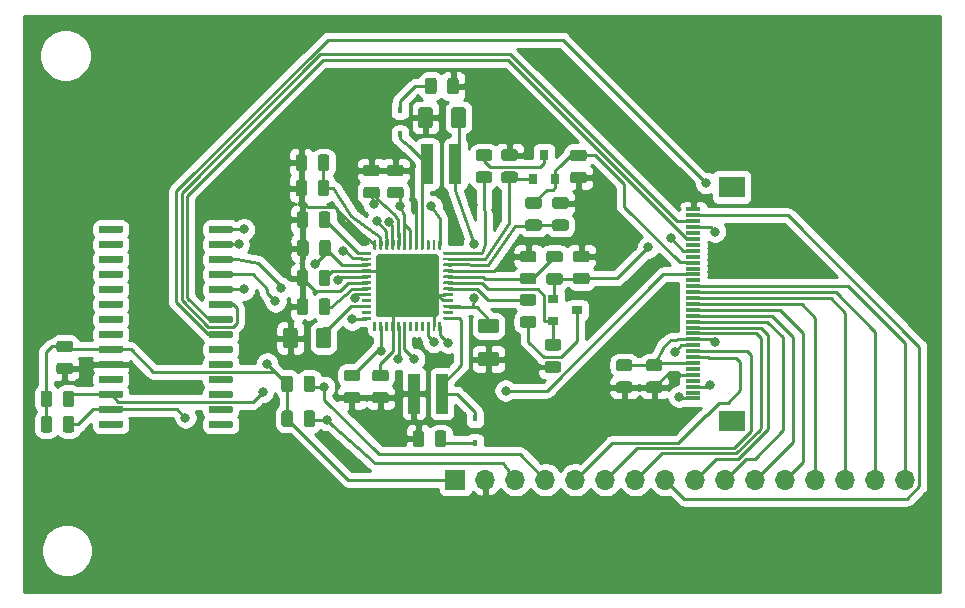
<source format=gbr>
G04 #@! TF.GenerationSoftware,KiCad,Pcbnew,(5.1.5)-3*
G04 #@! TF.CreationDate,2020-05-02T01:09:42+02:00*
G04 #@! TF.ProjectId,inkplateclone,696e6b70-6c61-4746-9563-6c6f6e652e6b,rev?*
G04 #@! TF.SameCoordinates,Original*
G04 #@! TF.FileFunction,Copper,L1,Top*
G04 #@! TF.FilePolarity,Positive*
%FSLAX46Y46*%
G04 Gerber Fmt 4.6, Leading zero omitted, Abs format (unit mm)*
G04 Created by KiCad (PCBNEW (5.1.5)-3) date 2020-05-02 01:09:42*
%MOMM*%
%LPD*%
G04 APERTURE LIST*
%ADD10O,1.700000X1.700000*%
%ADD11R,1.700000X1.700000*%
%ADD12C,0.100000*%
%ADD13R,1.300000X0.300000*%
%ADD14R,2.200000X1.800000*%
%ADD15R,0.980000X3.400000*%
%ADD16R,0.450000X0.600000*%
%ADD17R,0.900000X0.800000*%
%ADD18R,0.800000X0.900000*%
%ADD19C,0.800000*%
%ADD20C,0.250000*%
%ADD21C,0.254000*%
G04 APERTURE END LIST*
D10*
X132334000Y-105346500D03*
X129794000Y-105346500D03*
X127254000Y-105346500D03*
X124714000Y-105346500D03*
X122174000Y-105346500D03*
X119634000Y-105346500D03*
X117094000Y-105346500D03*
X114554000Y-105346500D03*
X112014000Y-105346500D03*
X109474000Y-105346500D03*
X106934000Y-105346500D03*
X104394000Y-105346500D03*
X101854000Y-105346500D03*
X99314000Y-105346500D03*
X96774000Y-105346500D03*
D11*
X94234000Y-105346500D03*
G04 #@! TA.AperFunction,SMDPad,CuDef*
D12*
G36*
X87602142Y-80539674D02*
G01*
X87625803Y-80543184D01*
X87649007Y-80548996D01*
X87671529Y-80557054D01*
X87693153Y-80567282D01*
X87713670Y-80579579D01*
X87732883Y-80593829D01*
X87750607Y-80609893D01*
X87766671Y-80627617D01*
X87780921Y-80646830D01*
X87793218Y-80667347D01*
X87803446Y-80688971D01*
X87811504Y-80711493D01*
X87817316Y-80734697D01*
X87820826Y-80758358D01*
X87822000Y-80782250D01*
X87822000Y-81269750D01*
X87820826Y-81293642D01*
X87817316Y-81317303D01*
X87811504Y-81340507D01*
X87803446Y-81363029D01*
X87793218Y-81384653D01*
X87780921Y-81405170D01*
X87766671Y-81424383D01*
X87750607Y-81442107D01*
X87732883Y-81458171D01*
X87713670Y-81472421D01*
X87693153Y-81484718D01*
X87671529Y-81494946D01*
X87649007Y-81503004D01*
X87625803Y-81508816D01*
X87602142Y-81512326D01*
X87578250Y-81513500D01*
X86665750Y-81513500D01*
X86641858Y-81512326D01*
X86618197Y-81508816D01*
X86594993Y-81503004D01*
X86572471Y-81494946D01*
X86550847Y-81484718D01*
X86530330Y-81472421D01*
X86511117Y-81458171D01*
X86493393Y-81442107D01*
X86477329Y-81424383D01*
X86463079Y-81405170D01*
X86450782Y-81384653D01*
X86440554Y-81363029D01*
X86432496Y-81340507D01*
X86426684Y-81317303D01*
X86423174Y-81293642D01*
X86422000Y-81269750D01*
X86422000Y-80782250D01*
X86423174Y-80758358D01*
X86426684Y-80734697D01*
X86432496Y-80711493D01*
X86440554Y-80688971D01*
X86450782Y-80667347D01*
X86463079Y-80646830D01*
X86477329Y-80627617D01*
X86493393Y-80609893D01*
X86511117Y-80593829D01*
X86530330Y-80579579D01*
X86550847Y-80567282D01*
X86572471Y-80557054D01*
X86594993Y-80548996D01*
X86618197Y-80543184D01*
X86641858Y-80539674D01*
X86665750Y-80538500D01*
X87578250Y-80538500D01*
X87602142Y-80539674D01*
G37*
G04 #@! TD.AperFunction*
G04 #@! TA.AperFunction,SMDPad,CuDef*
G36*
X87602142Y-78664674D02*
G01*
X87625803Y-78668184D01*
X87649007Y-78673996D01*
X87671529Y-78682054D01*
X87693153Y-78692282D01*
X87713670Y-78704579D01*
X87732883Y-78718829D01*
X87750607Y-78734893D01*
X87766671Y-78752617D01*
X87780921Y-78771830D01*
X87793218Y-78792347D01*
X87803446Y-78813971D01*
X87811504Y-78836493D01*
X87817316Y-78859697D01*
X87820826Y-78883358D01*
X87822000Y-78907250D01*
X87822000Y-79394750D01*
X87820826Y-79418642D01*
X87817316Y-79442303D01*
X87811504Y-79465507D01*
X87803446Y-79488029D01*
X87793218Y-79509653D01*
X87780921Y-79530170D01*
X87766671Y-79549383D01*
X87750607Y-79567107D01*
X87732883Y-79583171D01*
X87713670Y-79597421D01*
X87693153Y-79609718D01*
X87671529Y-79619946D01*
X87649007Y-79628004D01*
X87625803Y-79633816D01*
X87602142Y-79637326D01*
X87578250Y-79638500D01*
X86665750Y-79638500D01*
X86641858Y-79637326D01*
X86618197Y-79633816D01*
X86594993Y-79628004D01*
X86572471Y-79619946D01*
X86550847Y-79609718D01*
X86530330Y-79597421D01*
X86511117Y-79583171D01*
X86493393Y-79567107D01*
X86477329Y-79549383D01*
X86463079Y-79530170D01*
X86450782Y-79509653D01*
X86440554Y-79488029D01*
X86432496Y-79465507D01*
X86426684Y-79442303D01*
X86423174Y-79418642D01*
X86422000Y-79394750D01*
X86422000Y-78907250D01*
X86423174Y-78883358D01*
X86426684Y-78859697D01*
X86432496Y-78836493D01*
X86440554Y-78813971D01*
X86450782Y-78792347D01*
X86463079Y-78771830D01*
X86477329Y-78752617D01*
X86493393Y-78734893D01*
X86511117Y-78718829D01*
X86530330Y-78704579D01*
X86550847Y-78692282D01*
X86572471Y-78682054D01*
X86594993Y-78673996D01*
X86618197Y-78668184D01*
X86641858Y-78664674D01*
X86665750Y-78663500D01*
X87578250Y-78663500D01*
X87602142Y-78664674D01*
G37*
G04 #@! TD.AperFunction*
G04 #@! TA.AperFunction,SMDPad,CuDef*
G36*
X87488626Y-85050301D02*
G01*
X87494693Y-85051201D01*
X87500643Y-85052691D01*
X87506418Y-85054758D01*
X87511962Y-85057380D01*
X87517223Y-85060533D01*
X87522150Y-85064187D01*
X87526694Y-85068306D01*
X87530813Y-85072850D01*
X87534467Y-85077777D01*
X87537620Y-85083038D01*
X87540242Y-85088582D01*
X87542309Y-85094357D01*
X87543799Y-85100307D01*
X87544699Y-85106374D01*
X87545000Y-85112500D01*
X87545000Y-85787500D01*
X87544699Y-85793626D01*
X87543799Y-85799693D01*
X87542309Y-85805643D01*
X87540242Y-85811418D01*
X87537620Y-85816962D01*
X87534467Y-85822223D01*
X87530813Y-85827150D01*
X87526694Y-85831694D01*
X87522150Y-85835813D01*
X87517223Y-85839467D01*
X87511962Y-85842620D01*
X87506418Y-85845242D01*
X87500643Y-85847309D01*
X87494693Y-85848799D01*
X87488626Y-85849699D01*
X87482500Y-85850000D01*
X87357500Y-85850000D01*
X87351374Y-85849699D01*
X87345307Y-85848799D01*
X87339357Y-85847309D01*
X87333582Y-85845242D01*
X87328038Y-85842620D01*
X87322777Y-85839467D01*
X87317850Y-85835813D01*
X87313306Y-85831694D01*
X87309187Y-85827150D01*
X87305533Y-85822223D01*
X87302380Y-85816962D01*
X87299758Y-85811418D01*
X87297691Y-85805643D01*
X87296201Y-85799693D01*
X87295301Y-85793626D01*
X87295000Y-85787500D01*
X87295000Y-85112500D01*
X87295301Y-85106374D01*
X87296201Y-85100307D01*
X87297691Y-85094357D01*
X87299758Y-85088582D01*
X87302380Y-85083038D01*
X87305533Y-85077777D01*
X87309187Y-85072850D01*
X87313306Y-85068306D01*
X87317850Y-85064187D01*
X87322777Y-85060533D01*
X87328038Y-85057380D01*
X87333582Y-85054758D01*
X87339357Y-85052691D01*
X87345307Y-85051201D01*
X87351374Y-85050301D01*
X87357500Y-85050000D01*
X87482500Y-85050000D01*
X87488626Y-85050301D01*
G37*
G04 #@! TD.AperFunction*
G04 #@! TA.AperFunction,SMDPad,CuDef*
G36*
X87988626Y-85050301D02*
G01*
X87994693Y-85051201D01*
X88000643Y-85052691D01*
X88006418Y-85054758D01*
X88011962Y-85057380D01*
X88017223Y-85060533D01*
X88022150Y-85064187D01*
X88026694Y-85068306D01*
X88030813Y-85072850D01*
X88034467Y-85077777D01*
X88037620Y-85083038D01*
X88040242Y-85088582D01*
X88042309Y-85094357D01*
X88043799Y-85100307D01*
X88044699Y-85106374D01*
X88045000Y-85112500D01*
X88045000Y-85787500D01*
X88044699Y-85793626D01*
X88043799Y-85799693D01*
X88042309Y-85805643D01*
X88040242Y-85811418D01*
X88037620Y-85816962D01*
X88034467Y-85822223D01*
X88030813Y-85827150D01*
X88026694Y-85831694D01*
X88022150Y-85835813D01*
X88017223Y-85839467D01*
X88011962Y-85842620D01*
X88006418Y-85845242D01*
X88000643Y-85847309D01*
X87994693Y-85848799D01*
X87988626Y-85849699D01*
X87982500Y-85850000D01*
X87857500Y-85850000D01*
X87851374Y-85849699D01*
X87845307Y-85848799D01*
X87839357Y-85847309D01*
X87833582Y-85845242D01*
X87828038Y-85842620D01*
X87822777Y-85839467D01*
X87817850Y-85835813D01*
X87813306Y-85831694D01*
X87809187Y-85827150D01*
X87805533Y-85822223D01*
X87802380Y-85816962D01*
X87799758Y-85811418D01*
X87797691Y-85805643D01*
X87796201Y-85799693D01*
X87795301Y-85793626D01*
X87795000Y-85787500D01*
X87795000Y-85112500D01*
X87795301Y-85106374D01*
X87796201Y-85100307D01*
X87797691Y-85094357D01*
X87799758Y-85088582D01*
X87802380Y-85083038D01*
X87805533Y-85077777D01*
X87809187Y-85072850D01*
X87813306Y-85068306D01*
X87817850Y-85064187D01*
X87822777Y-85060533D01*
X87828038Y-85057380D01*
X87833582Y-85054758D01*
X87839357Y-85052691D01*
X87845307Y-85051201D01*
X87851374Y-85050301D01*
X87857500Y-85050000D01*
X87982500Y-85050000D01*
X87988626Y-85050301D01*
G37*
G04 #@! TD.AperFunction*
G04 #@! TA.AperFunction,SMDPad,CuDef*
G36*
X88488626Y-85050301D02*
G01*
X88494693Y-85051201D01*
X88500643Y-85052691D01*
X88506418Y-85054758D01*
X88511962Y-85057380D01*
X88517223Y-85060533D01*
X88522150Y-85064187D01*
X88526694Y-85068306D01*
X88530813Y-85072850D01*
X88534467Y-85077777D01*
X88537620Y-85083038D01*
X88540242Y-85088582D01*
X88542309Y-85094357D01*
X88543799Y-85100307D01*
X88544699Y-85106374D01*
X88545000Y-85112500D01*
X88545000Y-85787500D01*
X88544699Y-85793626D01*
X88543799Y-85799693D01*
X88542309Y-85805643D01*
X88540242Y-85811418D01*
X88537620Y-85816962D01*
X88534467Y-85822223D01*
X88530813Y-85827150D01*
X88526694Y-85831694D01*
X88522150Y-85835813D01*
X88517223Y-85839467D01*
X88511962Y-85842620D01*
X88506418Y-85845242D01*
X88500643Y-85847309D01*
X88494693Y-85848799D01*
X88488626Y-85849699D01*
X88482500Y-85850000D01*
X88357500Y-85850000D01*
X88351374Y-85849699D01*
X88345307Y-85848799D01*
X88339357Y-85847309D01*
X88333582Y-85845242D01*
X88328038Y-85842620D01*
X88322777Y-85839467D01*
X88317850Y-85835813D01*
X88313306Y-85831694D01*
X88309187Y-85827150D01*
X88305533Y-85822223D01*
X88302380Y-85816962D01*
X88299758Y-85811418D01*
X88297691Y-85805643D01*
X88296201Y-85799693D01*
X88295301Y-85793626D01*
X88295000Y-85787500D01*
X88295000Y-85112500D01*
X88295301Y-85106374D01*
X88296201Y-85100307D01*
X88297691Y-85094357D01*
X88299758Y-85088582D01*
X88302380Y-85083038D01*
X88305533Y-85077777D01*
X88309187Y-85072850D01*
X88313306Y-85068306D01*
X88317850Y-85064187D01*
X88322777Y-85060533D01*
X88328038Y-85057380D01*
X88333582Y-85054758D01*
X88339357Y-85052691D01*
X88345307Y-85051201D01*
X88351374Y-85050301D01*
X88357500Y-85050000D01*
X88482500Y-85050000D01*
X88488626Y-85050301D01*
G37*
G04 #@! TD.AperFunction*
G04 #@! TA.AperFunction,SMDPad,CuDef*
G36*
X88988626Y-85050301D02*
G01*
X88994693Y-85051201D01*
X89000643Y-85052691D01*
X89006418Y-85054758D01*
X89011962Y-85057380D01*
X89017223Y-85060533D01*
X89022150Y-85064187D01*
X89026694Y-85068306D01*
X89030813Y-85072850D01*
X89034467Y-85077777D01*
X89037620Y-85083038D01*
X89040242Y-85088582D01*
X89042309Y-85094357D01*
X89043799Y-85100307D01*
X89044699Y-85106374D01*
X89045000Y-85112500D01*
X89045000Y-85787500D01*
X89044699Y-85793626D01*
X89043799Y-85799693D01*
X89042309Y-85805643D01*
X89040242Y-85811418D01*
X89037620Y-85816962D01*
X89034467Y-85822223D01*
X89030813Y-85827150D01*
X89026694Y-85831694D01*
X89022150Y-85835813D01*
X89017223Y-85839467D01*
X89011962Y-85842620D01*
X89006418Y-85845242D01*
X89000643Y-85847309D01*
X88994693Y-85848799D01*
X88988626Y-85849699D01*
X88982500Y-85850000D01*
X88857500Y-85850000D01*
X88851374Y-85849699D01*
X88845307Y-85848799D01*
X88839357Y-85847309D01*
X88833582Y-85845242D01*
X88828038Y-85842620D01*
X88822777Y-85839467D01*
X88817850Y-85835813D01*
X88813306Y-85831694D01*
X88809187Y-85827150D01*
X88805533Y-85822223D01*
X88802380Y-85816962D01*
X88799758Y-85811418D01*
X88797691Y-85805643D01*
X88796201Y-85799693D01*
X88795301Y-85793626D01*
X88795000Y-85787500D01*
X88795000Y-85112500D01*
X88795301Y-85106374D01*
X88796201Y-85100307D01*
X88797691Y-85094357D01*
X88799758Y-85088582D01*
X88802380Y-85083038D01*
X88805533Y-85077777D01*
X88809187Y-85072850D01*
X88813306Y-85068306D01*
X88817850Y-85064187D01*
X88822777Y-85060533D01*
X88828038Y-85057380D01*
X88833582Y-85054758D01*
X88839357Y-85052691D01*
X88845307Y-85051201D01*
X88851374Y-85050301D01*
X88857500Y-85050000D01*
X88982500Y-85050000D01*
X88988626Y-85050301D01*
G37*
G04 #@! TD.AperFunction*
G04 #@! TA.AperFunction,SMDPad,CuDef*
G36*
X89488626Y-85050301D02*
G01*
X89494693Y-85051201D01*
X89500643Y-85052691D01*
X89506418Y-85054758D01*
X89511962Y-85057380D01*
X89517223Y-85060533D01*
X89522150Y-85064187D01*
X89526694Y-85068306D01*
X89530813Y-85072850D01*
X89534467Y-85077777D01*
X89537620Y-85083038D01*
X89540242Y-85088582D01*
X89542309Y-85094357D01*
X89543799Y-85100307D01*
X89544699Y-85106374D01*
X89545000Y-85112500D01*
X89545000Y-85787500D01*
X89544699Y-85793626D01*
X89543799Y-85799693D01*
X89542309Y-85805643D01*
X89540242Y-85811418D01*
X89537620Y-85816962D01*
X89534467Y-85822223D01*
X89530813Y-85827150D01*
X89526694Y-85831694D01*
X89522150Y-85835813D01*
X89517223Y-85839467D01*
X89511962Y-85842620D01*
X89506418Y-85845242D01*
X89500643Y-85847309D01*
X89494693Y-85848799D01*
X89488626Y-85849699D01*
X89482500Y-85850000D01*
X89357500Y-85850000D01*
X89351374Y-85849699D01*
X89345307Y-85848799D01*
X89339357Y-85847309D01*
X89333582Y-85845242D01*
X89328038Y-85842620D01*
X89322777Y-85839467D01*
X89317850Y-85835813D01*
X89313306Y-85831694D01*
X89309187Y-85827150D01*
X89305533Y-85822223D01*
X89302380Y-85816962D01*
X89299758Y-85811418D01*
X89297691Y-85805643D01*
X89296201Y-85799693D01*
X89295301Y-85793626D01*
X89295000Y-85787500D01*
X89295000Y-85112500D01*
X89295301Y-85106374D01*
X89296201Y-85100307D01*
X89297691Y-85094357D01*
X89299758Y-85088582D01*
X89302380Y-85083038D01*
X89305533Y-85077777D01*
X89309187Y-85072850D01*
X89313306Y-85068306D01*
X89317850Y-85064187D01*
X89322777Y-85060533D01*
X89328038Y-85057380D01*
X89333582Y-85054758D01*
X89339357Y-85052691D01*
X89345307Y-85051201D01*
X89351374Y-85050301D01*
X89357500Y-85050000D01*
X89482500Y-85050000D01*
X89488626Y-85050301D01*
G37*
G04 #@! TD.AperFunction*
G04 #@! TA.AperFunction,SMDPad,CuDef*
G36*
X89988626Y-85050301D02*
G01*
X89994693Y-85051201D01*
X90000643Y-85052691D01*
X90006418Y-85054758D01*
X90011962Y-85057380D01*
X90017223Y-85060533D01*
X90022150Y-85064187D01*
X90026694Y-85068306D01*
X90030813Y-85072850D01*
X90034467Y-85077777D01*
X90037620Y-85083038D01*
X90040242Y-85088582D01*
X90042309Y-85094357D01*
X90043799Y-85100307D01*
X90044699Y-85106374D01*
X90045000Y-85112500D01*
X90045000Y-85787500D01*
X90044699Y-85793626D01*
X90043799Y-85799693D01*
X90042309Y-85805643D01*
X90040242Y-85811418D01*
X90037620Y-85816962D01*
X90034467Y-85822223D01*
X90030813Y-85827150D01*
X90026694Y-85831694D01*
X90022150Y-85835813D01*
X90017223Y-85839467D01*
X90011962Y-85842620D01*
X90006418Y-85845242D01*
X90000643Y-85847309D01*
X89994693Y-85848799D01*
X89988626Y-85849699D01*
X89982500Y-85850000D01*
X89857500Y-85850000D01*
X89851374Y-85849699D01*
X89845307Y-85848799D01*
X89839357Y-85847309D01*
X89833582Y-85845242D01*
X89828038Y-85842620D01*
X89822777Y-85839467D01*
X89817850Y-85835813D01*
X89813306Y-85831694D01*
X89809187Y-85827150D01*
X89805533Y-85822223D01*
X89802380Y-85816962D01*
X89799758Y-85811418D01*
X89797691Y-85805643D01*
X89796201Y-85799693D01*
X89795301Y-85793626D01*
X89795000Y-85787500D01*
X89795000Y-85112500D01*
X89795301Y-85106374D01*
X89796201Y-85100307D01*
X89797691Y-85094357D01*
X89799758Y-85088582D01*
X89802380Y-85083038D01*
X89805533Y-85077777D01*
X89809187Y-85072850D01*
X89813306Y-85068306D01*
X89817850Y-85064187D01*
X89822777Y-85060533D01*
X89828038Y-85057380D01*
X89833582Y-85054758D01*
X89839357Y-85052691D01*
X89845307Y-85051201D01*
X89851374Y-85050301D01*
X89857500Y-85050000D01*
X89982500Y-85050000D01*
X89988626Y-85050301D01*
G37*
G04 #@! TD.AperFunction*
G04 #@! TA.AperFunction,SMDPad,CuDef*
G36*
X90488626Y-85050301D02*
G01*
X90494693Y-85051201D01*
X90500643Y-85052691D01*
X90506418Y-85054758D01*
X90511962Y-85057380D01*
X90517223Y-85060533D01*
X90522150Y-85064187D01*
X90526694Y-85068306D01*
X90530813Y-85072850D01*
X90534467Y-85077777D01*
X90537620Y-85083038D01*
X90540242Y-85088582D01*
X90542309Y-85094357D01*
X90543799Y-85100307D01*
X90544699Y-85106374D01*
X90545000Y-85112500D01*
X90545000Y-85787500D01*
X90544699Y-85793626D01*
X90543799Y-85799693D01*
X90542309Y-85805643D01*
X90540242Y-85811418D01*
X90537620Y-85816962D01*
X90534467Y-85822223D01*
X90530813Y-85827150D01*
X90526694Y-85831694D01*
X90522150Y-85835813D01*
X90517223Y-85839467D01*
X90511962Y-85842620D01*
X90506418Y-85845242D01*
X90500643Y-85847309D01*
X90494693Y-85848799D01*
X90488626Y-85849699D01*
X90482500Y-85850000D01*
X90357500Y-85850000D01*
X90351374Y-85849699D01*
X90345307Y-85848799D01*
X90339357Y-85847309D01*
X90333582Y-85845242D01*
X90328038Y-85842620D01*
X90322777Y-85839467D01*
X90317850Y-85835813D01*
X90313306Y-85831694D01*
X90309187Y-85827150D01*
X90305533Y-85822223D01*
X90302380Y-85816962D01*
X90299758Y-85811418D01*
X90297691Y-85805643D01*
X90296201Y-85799693D01*
X90295301Y-85793626D01*
X90295000Y-85787500D01*
X90295000Y-85112500D01*
X90295301Y-85106374D01*
X90296201Y-85100307D01*
X90297691Y-85094357D01*
X90299758Y-85088582D01*
X90302380Y-85083038D01*
X90305533Y-85077777D01*
X90309187Y-85072850D01*
X90313306Y-85068306D01*
X90317850Y-85064187D01*
X90322777Y-85060533D01*
X90328038Y-85057380D01*
X90333582Y-85054758D01*
X90339357Y-85052691D01*
X90345307Y-85051201D01*
X90351374Y-85050301D01*
X90357500Y-85050000D01*
X90482500Y-85050000D01*
X90488626Y-85050301D01*
G37*
G04 #@! TD.AperFunction*
G04 #@! TA.AperFunction,SMDPad,CuDef*
G36*
X90988626Y-85050301D02*
G01*
X90994693Y-85051201D01*
X91000643Y-85052691D01*
X91006418Y-85054758D01*
X91011962Y-85057380D01*
X91017223Y-85060533D01*
X91022150Y-85064187D01*
X91026694Y-85068306D01*
X91030813Y-85072850D01*
X91034467Y-85077777D01*
X91037620Y-85083038D01*
X91040242Y-85088582D01*
X91042309Y-85094357D01*
X91043799Y-85100307D01*
X91044699Y-85106374D01*
X91045000Y-85112500D01*
X91045000Y-85787500D01*
X91044699Y-85793626D01*
X91043799Y-85799693D01*
X91042309Y-85805643D01*
X91040242Y-85811418D01*
X91037620Y-85816962D01*
X91034467Y-85822223D01*
X91030813Y-85827150D01*
X91026694Y-85831694D01*
X91022150Y-85835813D01*
X91017223Y-85839467D01*
X91011962Y-85842620D01*
X91006418Y-85845242D01*
X91000643Y-85847309D01*
X90994693Y-85848799D01*
X90988626Y-85849699D01*
X90982500Y-85850000D01*
X90857500Y-85850000D01*
X90851374Y-85849699D01*
X90845307Y-85848799D01*
X90839357Y-85847309D01*
X90833582Y-85845242D01*
X90828038Y-85842620D01*
X90822777Y-85839467D01*
X90817850Y-85835813D01*
X90813306Y-85831694D01*
X90809187Y-85827150D01*
X90805533Y-85822223D01*
X90802380Y-85816962D01*
X90799758Y-85811418D01*
X90797691Y-85805643D01*
X90796201Y-85799693D01*
X90795301Y-85793626D01*
X90795000Y-85787500D01*
X90795000Y-85112500D01*
X90795301Y-85106374D01*
X90796201Y-85100307D01*
X90797691Y-85094357D01*
X90799758Y-85088582D01*
X90802380Y-85083038D01*
X90805533Y-85077777D01*
X90809187Y-85072850D01*
X90813306Y-85068306D01*
X90817850Y-85064187D01*
X90822777Y-85060533D01*
X90828038Y-85057380D01*
X90833582Y-85054758D01*
X90839357Y-85052691D01*
X90845307Y-85051201D01*
X90851374Y-85050301D01*
X90857500Y-85050000D01*
X90982500Y-85050000D01*
X90988626Y-85050301D01*
G37*
G04 #@! TD.AperFunction*
G04 #@! TA.AperFunction,SMDPad,CuDef*
G36*
X91488626Y-85050301D02*
G01*
X91494693Y-85051201D01*
X91500643Y-85052691D01*
X91506418Y-85054758D01*
X91511962Y-85057380D01*
X91517223Y-85060533D01*
X91522150Y-85064187D01*
X91526694Y-85068306D01*
X91530813Y-85072850D01*
X91534467Y-85077777D01*
X91537620Y-85083038D01*
X91540242Y-85088582D01*
X91542309Y-85094357D01*
X91543799Y-85100307D01*
X91544699Y-85106374D01*
X91545000Y-85112500D01*
X91545000Y-85787500D01*
X91544699Y-85793626D01*
X91543799Y-85799693D01*
X91542309Y-85805643D01*
X91540242Y-85811418D01*
X91537620Y-85816962D01*
X91534467Y-85822223D01*
X91530813Y-85827150D01*
X91526694Y-85831694D01*
X91522150Y-85835813D01*
X91517223Y-85839467D01*
X91511962Y-85842620D01*
X91506418Y-85845242D01*
X91500643Y-85847309D01*
X91494693Y-85848799D01*
X91488626Y-85849699D01*
X91482500Y-85850000D01*
X91357500Y-85850000D01*
X91351374Y-85849699D01*
X91345307Y-85848799D01*
X91339357Y-85847309D01*
X91333582Y-85845242D01*
X91328038Y-85842620D01*
X91322777Y-85839467D01*
X91317850Y-85835813D01*
X91313306Y-85831694D01*
X91309187Y-85827150D01*
X91305533Y-85822223D01*
X91302380Y-85816962D01*
X91299758Y-85811418D01*
X91297691Y-85805643D01*
X91296201Y-85799693D01*
X91295301Y-85793626D01*
X91295000Y-85787500D01*
X91295000Y-85112500D01*
X91295301Y-85106374D01*
X91296201Y-85100307D01*
X91297691Y-85094357D01*
X91299758Y-85088582D01*
X91302380Y-85083038D01*
X91305533Y-85077777D01*
X91309187Y-85072850D01*
X91313306Y-85068306D01*
X91317850Y-85064187D01*
X91322777Y-85060533D01*
X91328038Y-85057380D01*
X91333582Y-85054758D01*
X91339357Y-85052691D01*
X91345307Y-85051201D01*
X91351374Y-85050301D01*
X91357500Y-85050000D01*
X91482500Y-85050000D01*
X91488626Y-85050301D01*
G37*
G04 #@! TD.AperFunction*
G04 #@! TA.AperFunction,SMDPad,CuDef*
G36*
X91988626Y-85050301D02*
G01*
X91994693Y-85051201D01*
X92000643Y-85052691D01*
X92006418Y-85054758D01*
X92011962Y-85057380D01*
X92017223Y-85060533D01*
X92022150Y-85064187D01*
X92026694Y-85068306D01*
X92030813Y-85072850D01*
X92034467Y-85077777D01*
X92037620Y-85083038D01*
X92040242Y-85088582D01*
X92042309Y-85094357D01*
X92043799Y-85100307D01*
X92044699Y-85106374D01*
X92045000Y-85112500D01*
X92045000Y-85787500D01*
X92044699Y-85793626D01*
X92043799Y-85799693D01*
X92042309Y-85805643D01*
X92040242Y-85811418D01*
X92037620Y-85816962D01*
X92034467Y-85822223D01*
X92030813Y-85827150D01*
X92026694Y-85831694D01*
X92022150Y-85835813D01*
X92017223Y-85839467D01*
X92011962Y-85842620D01*
X92006418Y-85845242D01*
X92000643Y-85847309D01*
X91994693Y-85848799D01*
X91988626Y-85849699D01*
X91982500Y-85850000D01*
X91857500Y-85850000D01*
X91851374Y-85849699D01*
X91845307Y-85848799D01*
X91839357Y-85847309D01*
X91833582Y-85845242D01*
X91828038Y-85842620D01*
X91822777Y-85839467D01*
X91817850Y-85835813D01*
X91813306Y-85831694D01*
X91809187Y-85827150D01*
X91805533Y-85822223D01*
X91802380Y-85816962D01*
X91799758Y-85811418D01*
X91797691Y-85805643D01*
X91796201Y-85799693D01*
X91795301Y-85793626D01*
X91795000Y-85787500D01*
X91795000Y-85112500D01*
X91795301Y-85106374D01*
X91796201Y-85100307D01*
X91797691Y-85094357D01*
X91799758Y-85088582D01*
X91802380Y-85083038D01*
X91805533Y-85077777D01*
X91809187Y-85072850D01*
X91813306Y-85068306D01*
X91817850Y-85064187D01*
X91822777Y-85060533D01*
X91828038Y-85057380D01*
X91833582Y-85054758D01*
X91839357Y-85052691D01*
X91845307Y-85051201D01*
X91851374Y-85050301D01*
X91857500Y-85050000D01*
X91982500Y-85050000D01*
X91988626Y-85050301D01*
G37*
G04 #@! TD.AperFunction*
G04 #@! TA.AperFunction,SMDPad,CuDef*
G36*
X92488626Y-85050301D02*
G01*
X92494693Y-85051201D01*
X92500643Y-85052691D01*
X92506418Y-85054758D01*
X92511962Y-85057380D01*
X92517223Y-85060533D01*
X92522150Y-85064187D01*
X92526694Y-85068306D01*
X92530813Y-85072850D01*
X92534467Y-85077777D01*
X92537620Y-85083038D01*
X92540242Y-85088582D01*
X92542309Y-85094357D01*
X92543799Y-85100307D01*
X92544699Y-85106374D01*
X92545000Y-85112500D01*
X92545000Y-85787500D01*
X92544699Y-85793626D01*
X92543799Y-85799693D01*
X92542309Y-85805643D01*
X92540242Y-85811418D01*
X92537620Y-85816962D01*
X92534467Y-85822223D01*
X92530813Y-85827150D01*
X92526694Y-85831694D01*
X92522150Y-85835813D01*
X92517223Y-85839467D01*
X92511962Y-85842620D01*
X92506418Y-85845242D01*
X92500643Y-85847309D01*
X92494693Y-85848799D01*
X92488626Y-85849699D01*
X92482500Y-85850000D01*
X92357500Y-85850000D01*
X92351374Y-85849699D01*
X92345307Y-85848799D01*
X92339357Y-85847309D01*
X92333582Y-85845242D01*
X92328038Y-85842620D01*
X92322777Y-85839467D01*
X92317850Y-85835813D01*
X92313306Y-85831694D01*
X92309187Y-85827150D01*
X92305533Y-85822223D01*
X92302380Y-85816962D01*
X92299758Y-85811418D01*
X92297691Y-85805643D01*
X92296201Y-85799693D01*
X92295301Y-85793626D01*
X92295000Y-85787500D01*
X92295000Y-85112500D01*
X92295301Y-85106374D01*
X92296201Y-85100307D01*
X92297691Y-85094357D01*
X92299758Y-85088582D01*
X92302380Y-85083038D01*
X92305533Y-85077777D01*
X92309187Y-85072850D01*
X92313306Y-85068306D01*
X92317850Y-85064187D01*
X92322777Y-85060533D01*
X92328038Y-85057380D01*
X92333582Y-85054758D01*
X92339357Y-85052691D01*
X92345307Y-85051201D01*
X92351374Y-85050301D01*
X92357500Y-85050000D01*
X92482500Y-85050000D01*
X92488626Y-85050301D01*
G37*
G04 #@! TD.AperFunction*
G04 #@! TA.AperFunction,SMDPad,CuDef*
G36*
X92988626Y-85050301D02*
G01*
X92994693Y-85051201D01*
X93000643Y-85052691D01*
X93006418Y-85054758D01*
X93011962Y-85057380D01*
X93017223Y-85060533D01*
X93022150Y-85064187D01*
X93026694Y-85068306D01*
X93030813Y-85072850D01*
X93034467Y-85077777D01*
X93037620Y-85083038D01*
X93040242Y-85088582D01*
X93042309Y-85094357D01*
X93043799Y-85100307D01*
X93044699Y-85106374D01*
X93045000Y-85112500D01*
X93045000Y-85787500D01*
X93044699Y-85793626D01*
X93043799Y-85799693D01*
X93042309Y-85805643D01*
X93040242Y-85811418D01*
X93037620Y-85816962D01*
X93034467Y-85822223D01*
X93030813Y-85827150D01*
X93026694Y-85831694D01*
X93022150Y-85835813D01*
X93017223Y-85839467D01*
X93011962Y-85842620D01*
X93006418Y-85845242D01*
X93000643Y-85847309D01*
X92994693Y-85848799D01*
X92988626Y-85849699D01*
X92982500Y-85850000D01*
X92857500Y-85850000D01*
X92851374Y-85849699D01*
X92845307Y-85848799D01*
X92839357Y-85847309D01*
X92833582Y-85845242D01*
X92828038Y-85842620D01*
X92822777Y-85839467D01*
X92817850Y-85835813D01*
X92813306Y-85831694D01*
X92809187Y-85827150D01*
X92805533Y-85822223D01*
X92802380Y-85816962D01*
X92799758Y-85811418D01*
X92797691Y-85805643D01*
X92796201Y-85799693D01*
X92795301Y-85793626D01*
X92795000Y-85787500D01*
X92795000Y-85112500D01*
X92795301Y-85106374D01*
X92796201Y-85100307D01*
X92797691Y-85094357D01*
X92799758Y-85088582D01*
X92802380Y-85083038D01*
X92805533Y-85077777D01*
X92809187Y-85072850D01*
X92813306Y-85068306D01*
X92817850Y-85064187D01*
X92822777Y-85060533D01*
X92828038Y-85057380D01*
X92833582Y-85054758D01*
X92839357Y-85052691D01*
X92845307Y-85051201D01*
X92851374Y-85050301D01*
X92857500Y-85050000D01*
X92982500Y-85050000D01*
X92988626Y-85050301D01*
G37*
G04 #@! TD.AperFunction*
G04 #@! TA.AperFunction,SMDPad,CuDef*
G36*
X93963626Y-86025301D02*
G01*
X93969693Y-86026201D01*
X93975643Y-86027691D01*
X93981418Y-86029758D01*
X93986962Y-86032380D01*
X93992223Y-86035533D01*
X93997150Y-86039187D01*
X94001694Y-86043306D01*
X94005813Y-86047850D01*
X94009467Y-86052777D01*
X94012620Y-86058038D01*
X94015242Y-86063582D01*
X94017309Y-86069357D01*
X94018799Y-86075307D01*
X94019699Y-86081374D01*
X94020000Y-86087500D01*
X94020000Y-86212500D01*
X94019699Y-86218626D01*
X94018799Y-86224693D01*
X94017309Y-86230643D01*
X94015242Y-86236418D01*
X94012620Y-86241962D01*
X94009467Y-86247223D01*
X94005813Y-86252150D01*
X94001694Y-86256694D01*
X93997150Y-86260813D01*
X93992223Y-86264467D01*
X93986962Y-86267620D01*
X93981418Y-86270242D01*
X93975643Y-86272309D01*
X93969693Y-86273799D01*
X93963626Y-86274699D01*
X93957500Y-86275000D01*
X93282500Y-86275000D01*
X93276374Y-86274699D01*
X93270307Y-86273799D01*
X93264357Y-86272309D01*
X93258582Y-86270242D01*
X93253038Y-86267620D01*
X93247777Y-86264467D01*
X93242850Y-86260813D01*
X93238306Y-86256694D01*
X93234187Y-86252150D01*
X93230533Y-86247223D01*
X93227380Y-86241962D01*
X93224758Y-86236418D01*
X93222691Y-86230643D01*
X93221201Y-86224693D01*
X93220301Y-86218626D01*
X93220000Y-86212500D01*
X93220000Y-86087500D01*
X93220301Y-86081374D01*
X93221201Y-86075307D01*
X93222691Y-86069357D01*
X93224758Y-86063582D01*
X93227380Y-86058038D01*
X93230533Y-86052777D01*
X93234187Y-86047850D01*
X93238306Y-86043306D01*
X93242850Y-86039187D01*
X93247777Y-86035533D01*
X93253038Y-86032380D01*
X93258582Y-86029758D01*
X93264357Y-86027691D01*
X93270307Y-86026201D01*
X93276374Y-86025301D01*
X93282500Y-86025000D01*
X93957500Y-86025000D01*
X93963626Y-86025301D01*
G37*
G04 #@! TD.AperFunction*
G04 #@! TA.AperFunction,SMDPad,CuDef*
G36*
X93963626Y-86525301D02*
G01*
X93969693Y-86526201D01*
X93975643Y-86527691D01*
X93981418Y-86529758D01*
X93986962Y-86532380D01*
X93992223Y-86535533D01*
X93997150Y-86539187D01*
X94001694Y-86543306D01*
X94005813Y-86547850D01*
X94009467Y-86552777D01*
X94012620Y-86558038D01*
X94015242Y-86563582D01*
X94017309Y-86569357D01*
X94018799Y-86575307D01*
X94019699Y-86581374D01*
X94020000Y-86587500D01*
X94020000Y-86712500D01*
X94019699Y-86718626D01*
X94018799Y-86724693D01*
X94017309Y-86730643D01*
X94015242Y-86736418D01*
X94012620Y-86741962D01*
X94009467Y-86747223D01*
X94005813Y-86752150D01*
X94001694Y-86756694D01*
X93997150Y-86760813D01*
X93992223Y-86764467D01*
X93986962Y-86767620D01*
X93981418Y-86770242D01*
X93975643Y-86772309D01*
X93969693Y-86773799D01*
X93963626Y-86774699D01*
X93957500Y-86775000D01*
X93282500Y-86775000D01*
X93276374Y-86774699D01*
X93270307Y-86773799D01*
X93264357Y-86772309D01*
X93258582Y-86770242D01*
X93253038Y-86767620D01*
X93247777Y-86764467D01*
X93242850Y-86760813D01*
X93238306Y-86756694D01*
X93234187Y-86752150D01*
X93230533Y-86747223D01*
X93227380Y-86741962D01*
X93224758Y-86736418D01*
X93222691Y-86730643D01*
X93221201Y-86724693D01*
X93220301Y-86718626D01*
X93220000Y-86712500D01*
X93220000Y-86587500D01*
X93220301Y-86581374D01*
X93221201Y-86575307D01*
X93222691Y-86569357D01*
X93224758Y-86563582D01*
X93227380Y-86558038D01*
X93230533Y-86552777D01*
X93234187Y-86547850D01*
X93238306Y-86543306D01*
X93242850Y-86539187D01*
X93247777Y-86535533D01*
X93253038Y-86532380D01*
X93258582Y-86529758D01*
X93264357Y-86527691D01*
X93270307Y-86526201D01*
X93276374Y-86525301D01*
X93282500Y-86525000D01*
X93957500Y-86525000D01*
X93963626Y-86525301D01*
G37*
G04 #@! TD.AperFunction*
G04 #@! TA.AperFunction,SMDPad,CuDef*
G36*
X93963626Y-87025301D02*
G01*
X93969693Y-87026201D01*
X93975643Y-87027691D01*
X93981418Y-87029758D01*
X93986962Y-87032380D01*
X93992223Y-87035533D01*
X93997150Y-87039187D01*
X94001694Y-87043306D01*
X94005813Y-87047850D01*
X94009467Y-87052777D01*
X94012620Y-87058038D01*
X94015242Y-87063582D01*
X94017309Y-87069357D01*
X94018799Y-87075307D01*
X94019699Y-87081374D01*
X94020000Y-87087500D01*
X94020000Y-87212500D01*
X94019699Y-87218626D01*
X94018799Y-87224693D01*
X94017309Y-87230643D01*
X94015242Y-87236418D01*
X94012620Y-87241962D01*
X94009467Y-87247223D01*
X94005813Y-87252150D01*
X94001694Y-87256694D01*
X93997150Y-87260813D01*
X93992223Y-87264467D01*
X93986962Y-87267620D01*
X93981418Y-87270242D01*
X93975643Y-87272309D01*
X93969693Y-87273799D01*
X93963626Y-87274699D01*
X93957500Y-87275000D01*
X93282500Y-87275000D01*
X93276374Y-87274699D01*
X93270307Y-87273799D01*
X93264357Y-87272309D01*
X93258582Y-87270242D01*
X93253038Y-87267620D01*
X93247777Y-87264467D01*
X93242850Y-87260813D01*
X93238306Y-87256694D01*
X93234187Y-87252150D01*
X93230533Y-87247223D01*
X93227380Y-87241962D01*
X93224758Y-87236418D01*
X93222691Y-87230643D01*
X93221201Y-87224693D01*
X93220301Y-87218626D01*
X93220000Y-87212500D01*
X93220000Y-87087500D01*
X93220301Y-87081374D01*
X93221201Y-87075307D01*
X93222691Y-87069357D01*
X93224758Y-87063582D01*
X93227380Y-87058038D01*
X93230533Y-87052777D01*
X93234187Y-87047850D01*
X93238306Y-87043306D01*
X93242850Y-87039187D01*
X93247777Y-87035533D01*
X93253038Y-87032380D01*
X93258582Y-87029758D01*
X93264357Y-87027691D01*
X93270307Y-87026201D01*
X93276374Y-87025301D01*
X93282500Y-87025000D01*
X93957500Y-87025000D01*
X93963626Y-87025301D01*
G37*
G04 #@! TD.AperFunction*
G04 #@! TA.AperFunction,SMDPad,CuDef*
G36*
X93963626Y-87525301D02*
G01*
X93969693Y-87526201D01*
X93975643Y-87527691D01*
X93981418Y-87529758D01*
X93986962Y-87532380D01*
X93992223Y-87535533D01*
X93997150Y-87539187D01*
X94001694Y-87543306D01*
X94005813Y-87547850D01*
X94009467Y-87552777D01*
X94012620Y-87558038D01*
X94015242Y-87563582D01*
X94017309Y-87569357D01*
X94018799Y-87575307D01*
X94019699Y-87581374D01*
X94020000Y-87587500D01*
X94020000Y-87712500D01*
X94019699Y-87718626D01*
X94018799Y-87724693D01*
X94017309Y-87730643D01*
X94015242Y-87736418D01*
X94012620Y-87741962D01*
X94009467Y-87747223D01*
X94005813Y-87752150D01*
X94001694Y-87756694D01*
X93997150Y-87760813D01*
X93992223Y-87764467D01*
X93986962Y-87767620D01*
X93981418Y-87770242D01*
X93975643Y-87772309D01*
X93969693Y-87773799D01*
X93963626Y-87774699D01*
X93957500Y-87775000D01*
X93282500Y-87775000D01*
X93276374Y-87774699D01*
X93270307Y-87773799D01*
X93264357Y-87772309D01*
X93258582Y-87770242D01*
X93253038Y-87767620D01*
X93247777Y-87764467D01*
X93242850Y-87760813D01*
X93238306Y-87756694D01*
X93234187Y-87752150D01*
X93230533Y-87747223D01*
X93227380Y-87741962D01*
X93224758Y-87736418D01*
X93222691Y-87730643D01*
X93221201Y-87724693D01*
X93220301Y-87718626D01*
X93220000Y-87712500D01*
X93220000Y-87587500D01*
X93220301Y-87581374D01*
X93221201Y-87575307D01*
X93222691Y-87569357D01*
X93224758Y-87563582D01*
X93227380Y-87558038D01*
X93230533Y-87552777D01*
X93234187Y-87547850D01*
X93238306Y-87543306D01*
X93242850Y-87539187D01*
X93247777Y-87535533D01*
X93253038Y-87532380D01*
X93258582Y-87529758D01*
X93264357Y-87527691D01*
X93270307Y-87526201D01*
X93276374Y-87525301D01*
X93282500Y-87525000D01*
X93957500Y-87525000D01*
X93963626Y-87525301D01*
G37*
G04 #@! TD.AperFunction*
G04 #@! TA.AperFunction,SMDPad,CuDef*
G36*
X93963626Y-88025301D02*
G01*
X93969693Y-88026201D01*
X93975643Y-88027691D01*
X93981418Y-88029758D01*
X93986962Y-88032380D01*
X93992223Y-88035533D01*
X93997150Y-88039187D01*
X94001694Y-88043306D01*
X94005813Y-88047850D01*
X94009467Y-88052777D01*
X94012620Y-88058038D01*
X94015242Y-88063582D01*
X94017309Y-88069357D01*
X94018799Y-88075307D01*
X94019699Y-88081374D01*
X94020000Y-88087500D01*
X94020000Y-88212500D01*
X94019699Y-88218626D01*
X94018799Y-88224693D01*
X94017309Y-88230643D01*
X94015242Y-88236418D01*
X94012620Y-88241962D01*
X94009467Y-88247223D01*
X94005813Y-88252150D01*
X94001694Y-88256694D01*
X93997150Y-88260813D01*
X93992223Y-88264467D01*
X93986962Y-88267620D01*
X93981418Y-88270242D01*
X93975643Y-88272309D01*
X93969693Y-88273799D01*
X93963626Y-88274699D01*
X93957500Y-88275000D01*
X93282500Y-88275000D01*
X93276374Y-88274699D01*
X93270307Y-88273799D01*
X93264357Y-88272309D01*
X93258582Y-88270242D01*
X93253038Y-88267620D01*
X93247777Y-88264467D01*
X93242850Y-88260813D01*
X93238306Y-88256694D01*
X93234187Y-88252150D01*
X93230533Y-88247223D01*
X93227380Y-88241962D01*
X93224758Y-88236418D01*
X93222691Y-88230643D01*
X93221201Y-88224693D01*
X93220301Y-88218626D01*
X93220000Y-88212500D01*
X93220000Y-88087500D01*
X93220301Y-88081374D01*
X93221201Y-88075307D01*
X93222691Y-88069357D01*
X93224758Y-88063582D01*
X93227380Y-88058038D01*
X93230533Y-88052777D01*
X93234187Y-88047850D01*
X93238306Y-88043306D01*
X93242850Y-88039187D01*
X93247777Y-88035533D01*
X93253038Y-88032380D01*
X93258582Y-88029758D01*
X93264357Y-88027691D01*
X93270307Y-88026201D01*
X93276374Y-88025301D01*
X93282500Y-88025000D01*
X93957500Y-88025000D01*
X93963626Y-88025301D01*
G37*
G04 #@! TD.AperFunction*
G04 #@! TA.AperFunction,SMDPad,CuDef*
G36*
X93963626Y-88525301D02*
G01*
X93969693Y-88526201D01*
X93975643Y-88527691D01*
X93981418Y-88529758D01*
X93986962Y-88532380D01*
X93992223Y-88535533D01*
X93997150Y-88539187D01*
X94001694Y-88543306D01*
X94005813Y-88547850D01*
X94009467Y-88552777D01*
X94012620Y-88558038D01*
X94015242Y-88563582D01*
X94017309Y-88569357D01*
X94018799Y-88575307D01*
X94019699Y-88581374D01*
X94020000Y-88587500D01*
X94020000Y-88712500D01*
X94019699Y-88718626D01*
X94018799Y-88724693D01*
X94017309Y-88730643D01*
X94015242Y-88736418D01*
X94012620Y-88741962D01*
X94009467Y-88747223D01*
X94005813Y-88752150D01*
X94001694Y-88756694D01*
X93997150Y-88760813D01*
X93992223Y-88764467D01*
X93986962Y-88767620D01*
X93981418Y-88770242D01*
X93975643Y-88772309D01*
X93969693Y-88773799D01*
X93963626Y-88774699D01*
X93957500Y-88775000D01*
X93282500Y-88775000D01*
X93276374Y-88774699D01*
X93270307Y-88773799D01*
X93264357Y-88772309D01*
X93258582Y-88770242D01*
X93253038Y-88767620D01*
X93247777Y-88764467D01*
X93242850Y-88760813D01*
X93238306Y-88756694D01*
X93234187Y-88752150D01*
X93230533Y-88747223D01*
X93227380Y-88741962D01*
X93224758Y-88736418D01*
X93222691Y-88730643D01*
X93221201Y-88724693D01*
X93220301Y-88718626D01*
X93220000Y-88712500D01*
X93220000Y-88587500D01*
X93220301Y-88581374D01*
X93221201Y-88575307D01*
X93222691Y-88569357D01*
X93224758Y-88563582D01*
X93227380Y-88558038D01*
X93230533Y-88552777D01*
X93234187Y-88547850D01*
X93238306Y-88543306D01*
X93242850Y-88539187D01*
X93247777Y-88535533D01*
X93253038Y-88532380D01*
X93258582Y-88529758D01*
X93264357Y-88527691D01*
X93270307Y-88526201D01*
X93276374Y-88525301D01*
X93282500Y-88525000D01*
X93957500Y-88525000D01*
X93963626Y-88525301D01*
G37*
G04 #@! TD.AperFunction*
G04 #@! TA.AperFunction,SMDPad,CuDef*
G36*
X93963626Y-89025301D02*
G01*
X93969693Y-89026201D01*
X93975643Y-89027691D01*
X93981418Y-89029758D01*
X93986962Y-89032380D01*
X93992223Y-89035533D01*
X93997150Y-89039187D01*
X94001694Y-89043306D01*
X94005813Y-89047850D01*
X94009467Y-89052777D01*
X94012620Y-89058038D01*
X94015242Y-89063582D01*
X94017309Y-89069357D01*
X94018799Y-89075307D01*
X94019699Y-89081374D01*
X94020000Y-89087500D01*
X94020000Y-89212500D01*
X94019699Y-89218626D01*
X94018799Y-89224693D01*
X94017309Y-89230643D01*
X94015242Y-89236418D01*
X94012620Y-89241962D01*
X94009467Y-89247223D01*
X94005813Y-89252150D01*
X94001694Y-89256694D01*
X93997150Y-89260813D01*
X93992223Y-89264467D01*
X93986962Y-89267620D01*
X93981418Y-89270242D01*
X93975643Y-89272309D01*
X93969693Y-89273799D01*
X93963626Y-89274699D01*
X93957500Y-89275000D01*
X93282500Y-89275000D01*
X93276374Y-89274699D01*
X93270307Y-89273799D01*
X93264357Y-89272309D01*
X93258582Y-89270242D01*
X93253038Y-89267620D01*
X93247777Y-89264467D01*
X93242850Y-89260813D01*
X93238306Y-89256694D01*
X93234187Y-89252150D01*
X93230533Y-89247223D01*
X93227380Y-89241962D01*
X93224758Y-89236418D01*
X93222691Y-89230643D01*
X93221201Y-89224693D01*
X93220301Y-89218626D01*
X93220000Y-89212500D01*
X93220000Y-89087500D01*
X93220301Y-89081374D01*
X93221201Y-89075307D01*
X93222691Y-89069357D01*
X93224758Y-89063582D01*
X93227380Y-89058038D01*
X93230533Y-89052777D01*
X93234187Y-89047850D01*
X93238306Y-89043306D01*
X93242850Y-89039187D01*
X93247777Y-89035533D01*
X93253038Y-89032380D01*
X93258582Y-89029758D01*
X93264357Y-89027691D01*
X93270307Y-89026201D01*
X93276374Y-89025301D01*
X93282500Y-89025000D01*
X93957500Y-89025000D01*
X93963626Y-89025301D01*
G37*
G04 #@! TD.AperFunction*
G04 #@! TA.AperFunction,SMDPad,CuDef*
G36*
X93963626Y-89525301D02*
G01*
X93969693Y-89526201D01*
X93975643Y-89527691D01*
X93981418Y-89529758D01*
X93986962Y-89532380D01*
X93992223Y-89535533D01*
X93997150Y-89539187D01*
X94001694Y-89543306D01*
X94005813Y-89547850D01*
X94009467Y-89552777D01*
X94012620Y-89558038D01*
X94015242Y-89563582D01*
X94017309Y-89569357D01*
X94018799Y-89575307D01*
X94019699Y-89581374D01*
X94020000Y-89587500D01*
X94020000Y-89712500D01*
X94019699Y-89718626D01*
X94018799Y-89724693D01*
X94017309Y-89730643D01*
X94015242Y-89736418D01*
X94012620Y-89741962D01*
X94009467Y-89747223D01*
X94005813Y-89752150D01*
X94001694Y-89756694D01*
X93997150Y-89760813D01*
X93992223Y-89764467D01*
X93986962Y-89767620D01*
X93981418Y-89770242D01*
X93975643Y-89772309D01*
X93969693Y-89773799D01*
X93963626Y-89774699D01*
X93957500Y-89775000D01*
X93282500Y-89775000D01*
X93276374Y-89774699D01*
X93270307Y-89773799D01*
X93264357Y-89772309D01*
X93258582Y-89770242D01*
X93253038Y-89767620D01*
X93247777Y-89764467D01*
X93242850Y-89760813D01*
X93238306Y-89756694D01*
X93234187Y-89752150D01*
X93230533Y-89747223D01*
X93227380Y-89741962D01*
X93224758Y-89736418D01*
X93222691Y-89730643D01*
X93221201Y-89724693D01*
X93220301Y-89718626D01*
X93220000Y-89712500D01*
X93220000Y-89587500D01*
X93220301Y-89581374D01*
X93221201Y-89575307D01*
X93222691Y-89569357D01*
X93224758Y-89563582D01*
X93227380Y-89558038D01*
X93230533Y-89552777D01*
X93234187Y-89547850D01*
X93238306Y-89543306D01*
X93242850Y-89539187D01*
X93247777Y-89535533D01*
X93253038Y-89532380D01*
X93258582Y-89529758D01*
X93264357Y-89527691D01*
X93270307Y-89526201D01*
X93276374Y-89525301D01*
X93282500Y-89525000D01*
X93957500Y-89525000D01*
X93963626Y-89525301D01*
G37*
G04 #@! TD.AperFunction*
G04 #@! TA.AperFunction,SMDPad,CuDef*
G36*
X93963626Y-90025301D02*
G01*
X93969693Y-90026201D01*
X93975643Y-90027691D01*
X93981418Y-90029758D01*
X93986962Y-90032380D01*
X93992223Y-90035533D01*
X93997150Y-90039187D01*
X94001694Y-90043306D01*
X94005813Y-90047850D01*
X94009467Y-90052777D01*
X94012620Y-90058038D01*
X94015242Y-90063582D01*
X94017309Y-90069357D01*
X94018799Y-90075307D01*
X94019699Y-90081374D01*
X94020000Y-90087500D01*
X94020000Y-90212500D01*
X94019699Y-90218626D01*
X94018799Y-90224693D01*
X94017309Y-90230643D01*
X94015242Y-90236418D01*
X94012620Y-90241962D01*
X94009467Y-90247223D01*
X94005813Y-90252150D01*
X94001694Y-90256694D01*
X93997150Y-90260813D01*
X93992223Y-90264467D01*
X93986962Y-90267620D01*
X93981418Y-90270242D01*
X93975643Y-90272309D01*
X93969693Y-90273799D01*
X93963626Y-90274699D01*
X93957500Y-90275000D01*
X93282500Y-90275000D01*
X93276374Y-90274699D01*
X93270307Y-90273799D01*
X93264357Y-90272309D01*
X93258582Y-90270242D01*
X93253038Y-90267620D01*
X93247777Y-90264467D01*
X93242850Y-90260813D01*
X93238306Y-90256694D01*
X93234187Y-90252150D01*
X93230533Y-90247223D01*
X93227380Y-90241962D01*
X93224758Y-90236418D01*
X93222691Y-90230643D01*
X93221201Y-90224693D01*
X93220301Y-90218626D01*
X93220000Y-90212500D01*
X93220000Y-90087500D01*
X93220301Y-90081374D01*
X93221201Y-90075307D01*
X93222691Y-90069357D01*
X93224758Y-90063582D01*
X93227380Y-90058038D01*
X93230533Y-90052777D01*
X93234187Y-90047850D01*
X93238306Y-90043306D01*
X93242850Y-90039187D01*
X93247777Y-90035533D01*
X93253038Y-90032380D01*
X93258582Y-90029758D01*
X93264357Y-90027691D01*
X93270307Y-90026201D01*
X93276374Y-90025301D01*
X93282500Y-90025000D01*
X93957500Y-90025000D01*
X93963626Y-90025301D01*
G37*
G04 #@! TD.AperFunction*
G04 #@! TA.AperFunction,SMDPad,CuDef*
G36*
X93963626Y-90525301D02*
G01*
X93969693Y-90526201D01*
X93975643Y-90527691D01*
X93981418Y-90529758D01*
X93986962Y-90532380D01*
X93992223Y-90535533D01*
X93997150Y-90539187D01*
X94001694Y-90543306D01*
X94005813Y-90547850D01*
X94009467Y-90552777D01*
X94012620Y-90558038D01*
X94015242Y-90563582D01*
X94017309Y-90569357D01*
X94018799Y-90575307D01*
X94019699Y-90581374D01*
X94020000Y-90587500D01*
X94020000Y-90712500D01*
X94019699Y-90718626D01*
X94018799Y-90724693D01*
X94017309Y-90730643D01*
X94015242Y-90736418D01*
X94012620Y-90741962D01*
X94009467Y-90747223D01*
X94005813Y-90752150D01*
X94001694Y-90756694D01*
X93997150Y-90760813D01*
X93992223Y-90764467D01*
X93986962Y-90767620D01*
X93981418Y-90770242D01*
X93975643Y-90772309D01*
X93969693Y-90773799D01*
X93963626Y-90774699D01*
X93957500Y-90775000D01*
X93282500Y-90775000D01*
X93276374Y-90774699D01*
X93270307Y-90773799D01*
X93264357Y-90772309D01*
X93258582Y-90770242D01*
X93253038Y-90767620D01*
X93247777Y-90764467D01*
X93242850Y-90760813D01*
X93238306Y-90756694D01*
X93234187Y-90752150D01*
X93230533Y-90747223D01*
X93227380Y-90741962D01*
X93224758Y-90736418D01*
X93222691Y-90730643D01*
X93221201Y-90724693D01*
X93220301Y-90718626D01*
X93220000Y-90712500D01*
X93220000Y-90587500D01*
X93220301Y-90581374D01*
X93221201Y-90575307D01*
X93222691Y-90569357D01*
X93224758Y-90563582D01*
X93227380Y-90558038D01*
X93230533Y-90552777D01*
X93234187Y-90547850D01*
X93238306Y-90543306D01*
X93242850Y-90539187D01*
X93247777Y-90535533D01*
X93253038Y-90532380D01*
X93258582Y-90529758D01*
X93264357Y-90527691D01*
X93270307Y-90526201D01*
X93276374Y-90525301D01*
X93282500Y-90525000D01*
X93957500Y-90525000D01*
X93963626Y-90525301D01*
G37*
G04 #@! TD.AperFunction*
G04 #@! TA.AperFunction,SMDPad,CuDef*
G36*
X93963626Y-91025301D02*
G01*
X93969693Y-91026201D01*
X93975643Y-91027691D01*
X93981418Y-91029758D01*
X93986962Y-91032380D01*
X93992223Y-91035533D01*
X93997150Y-91039187D01*
X94001694Y-91043306D01*
X94005813Y-91047850D01*
X94009467Y-91052777D01*
X94012620Y-91058038D01*
X94015242Y-91063582D01*
X94017309Y-91069357D01*
X94018799Y-91075307D01*
X94019699Y-91081374D01*
X94020000Y-91087500D01*
X94020000Y-91212500D01*
X94019699Y-91218626D01*
X94018799Y-91224693D01*
X94017309Y-91230643D01*
X94015242Y-91236418D01*
X94012620Y-91241962D01*
X94009467Y-91247223D01*
X94005813Y-91252150D01*
X94001694Y-91256694D01*
X93997150Y-91260813D01*
X93992223Y-91264467D01*
X93986962Y-91267620D01*
X93981418Y-91270242D01*
X93975643Y-91272309D01*
X93969693Y-91273799D01*
X93963626Y-91274699D01*
X93957500Y-91275000D01*
X93282500Y-91275000D01*
X93276374Y-91274699D01*
X93270307Y-91273799D01*
X93264357Y-91272309D01*
X93258582Y-91270242D01*
X93253038Y-91267620D01*
X93247777Y-91264467D01*
X93242850Y-91260813D01*
X93238306Y-91256694D01*
X93234187Y-91252150D01*
X93230533Y-91247223D01*
X93227380Y-91241962D01*
X93224758Y-91236418D01*
X93222691Y-91230643D01*
X93221201Y-91224693D01*
X93220301Y-91218626D01*
X93220000Y-91212500D01*
X93220000Y-91087500D01*
X93220301Y-91081374D01*
X93221201Y-91075307D01*
X93222691Y-91069357D01*
X93224758Y-91063582D01*
X93227380Y-91058038D01*
X93230533Y-91052777D01*
X93234187Y-91047850D01*
X93238306Y-91043306D01*
X93242850Y-91039187D01*
X93247777Y-91035533D01*
X93253038Y-91032380D01*
X93258582Y-91029758D01*
X93264357Y-91027691D01*
X93270307Y-91026201D01*
X93276374Y-91025301D01*
X93282500Y-91025000D01*
X93957500Y-91025000D01*
X93963626Y-91025301D01*
G37*
G04 #@! TD.AperFunction*
G04 #@! TA.AperFunction,SMDPad,CuDef*
G36*
X93963626Y-91525301D02*
G01*
X93969693Y-91526201D01*
X93975643Y-91527691D01*
X93981418Y-91529758D01*
X93986962Y-91532380D01*
X93992223Y-91535533D01*
X93997150Y-91539187D01*
X94001694Y-91543306D01*
X94005813Y-91547850D01*
X94009467Y-91552777D01*
X94012620Y-91558038D01*
X94015242Y-91563582D01*
X94017309Y-91569357D01*
X94018799Y-91575307D01*
X94019699Y-91581374D01*
X94020000Y-91587500D01*
X94020000Y-91712500D01*
X94019699Y-91718626D01*
X94018799Y-91724693D01*
X94017309Y-91730643D01*
X94015242Y-91736418D01*
X94012620Y-91741962D01*
X94009467Y-91747223D01*
X94005813Y-91752150D01*
X94001694Y-91756694D01*
X93997150Y-91760813D01*
X93992223Y-91764467D01*
X93986962Y-91767620D01*
X93981418Y-91770242D01*
X93975643Y-91772309D01*
X93969693Y-91773799D01*
X93963626Y-91774699D01*
X93957500Y-91775000D01*
X93282500Y-91775000D01*
X93276374Y-91774699D01*
X93270307Y-91773799D01*
X93264357Y-91772309D01*
X93258582Y-91770242D01*
X93253038Y-91767620D01*
X93247777Y-91764467D01*
X93242850Y-91760813D01*
X93238306Y-91756694D01*
X93234187Y-91752150D01*
X93230533Y-91747223D01*
X93227380Y-91741962D01*
X93224758Y-91736418D01*
X93222691Y-91730643D01*
X93221201Y-91724693D01*
X93220301Y-91718626D01*
X93220000Y-91712500D01*
X93220000Y-91587500D01*
X93220301Y-91581374D01*
X93221201Y-91575307D01*
X93222691Y-91569357D01*
X93224758Y-91563582D01*
X93227380Y-91558038D01*
X93230533Y-91552777D01*
X93234187Y-91547850D01*
X93238306Y-91543306D01*
X93242850Y-91539187D01*
X93247777Y-91535533D01*
X93253038Y-91532380D01*
X93258582Y-91529758D01*
X93264357Y-91527691D01*
X93270307Y-91526201D01*
X93276374Y-91525301D01*
X93282500Y-91525000D01*
X93957500Y-91525000D01*
X93963626Y-91525301D01*
G37*
G04 #@! TD.AperFunction*
G04 #@! TA.AperFunction,SMDPad,CuDef*
G36*
X92988626Y-91950301D02*
G01*
X92994693Y-91951201D01*
X93000643Y-91952691D01*
X93006418Y-91954758D01*
X93011962Y-91957380D01*
X93017223Y-91960533D01*
X93022150Y-91964187D01*
X93026694Y-91968306D01*
X93030813Y-91972850D01*
X93034467Y-91977777D01*
X93037620Y-91983038D01*
X93040242Y-91988582D01*
X93042309Y-91994357D01*
X93043799Y-92000307D01*
X93044699Y-92006374D01*
X93045000Y-92012500D01*
X93045000Y-92687500D01*
X93044699Y-92693626D01*
X93043799Y-92699693D01*
X93042309Y-92705643D01*
X93040242Y-92711418D01*
X93037620Y-92716962D01*
X93034467Y-92722223D01*
X93030813Y-92727150D01*
X93026694Y-92731694D01*
X93022150Y-92735813D01*
X93017223Y-92739467D01*
X93011962Y-92742620D01*
X93006418Y-92745242D01*
X93000643Y-92747309D01*
X92994693Y-92748799D01*
X92988626Y-92749699D01*
X92982500Y-92750000D01*
X92857500Y-92750000D01*
X92851374Y-92749699D01*
X92845307Y-92748799D01*
X92839357Y-92747309D01*
X92833582Y-92745242D01*
X92828038Y-92742620D01*
X92822777Y-92739467D01*
X92817850Y-92735813D01*
X92813306Y-92731694D01*
X92809187Y-92727150D01*
X92805533Y-92722223D01*
X92802380Y-92716962D01*
X92799758Y-92711418D01*
X92797691Y-92705643D01*
X92796201Y-92699693D01*
X92795301Y-92693626D01*
X92795000Y-92687500D01*
X92795000Y-92012500D01*
X92795301Y-92006374D01*
X92796201Y-92000307D01*
X92797691Y-91994357D01*
X92799758Y-91988582D01*
X92802380Y-91983038D01*
X92805533Y-91977777D01*
X92809187Y-91972850D01*
X92813306Y-91968306D01*
X92817850Y-91964187D01*
X92822777Y-91960533D01*
X92828038Y-91957380D01*
X92833582Y-91954758D01*
X92839357Y-91952691D01*
X92845307Y-91951201D01*
X92851374Y-91950301D01*
X92857500Y-91950000D01*
X92982500Y-91950000D01*
X92988626Y-91950301D01*
G37*
G04 #@! TD.AperFunction*
G04 #@! TA.AperFunction,SMDPad,CuDef*
G36*
X92488626Y-91950301D02*
G01*
X92494693Y-91951201D01*
X92500643Y-91952691D01*
X92506418Y-91954758D01*
X92511962Y-91957380D01*
X92517223Y-91960533D01*
X92522150Y-91964187D01*
X92526694Y-91968306D01*
X92530813Y-91972850D01*
X92534467Y-91977777D01*
X92537620Y-91983038D01*
X92540242Y-91988582D01*
X92542309Y-91994357D01*
X92543799Y-92000307D01*
X92544699Y-92006374D01*
X92545000Y-92012500D01*
X92545000Y-92687500D01*
X92544699Y-92693626D01*
X92543799Y-92699693D01*
X92542309Y-92705643D01*
X92540242Y-92711418D01*
X92537620Y-92716962D01*
X92534467Y-92722223D01*
X92530813Y-92727150D01*
X92526694Y-92731694D01*
X92522150Y-92735813D01*
X92517223Y-92739467D01*
X92511962Y-92742620D01*
X92506418Y-92745242D01*
X92500643Y-92747309D01*
X92494693Y-92748799D01*
X92488626Y-92749699D01*
X92482500Y-92750000D01*
X92357500Y-92750000D01*
X92351374Y-92749699D01*
X92345307Y-92748799D01*
X92339357Y-92747309D01*
X92333582Y-92745242D01*
X92328038Y-92742620D01*
X92322777Y-92739467D01*
X92317850Y-92735813D01*
X92313306Y-92731694D01*
X92309187Y-92727150D01*
X92305533Y-92722223D01*
X92302380Y-92716962D01*
X92299758Y-92711418D01*
X92297691Y-92705643D01*
X92296201Y-92699693D01*
X92295301Y-92693626D01*
X92295000Y-92687500D01*
X92295000Y-92012500D01*
X92295301Y-92006374D01*
X92296201Y-92000307D01*
X92297691Y-91994357D01*
X92299758Y-91988582D01*
X92302380Y-91983038D01*
X92305533Y-91977777D01*
X92309187Y-91972850D01*
X92313306Y-91968306D01*
X92317850Y-91964187D01*
X92322777Y-91960533D01*
X92328038Y-91957380D01*
X92333582Y-91954758D01*
X92339357Y-91952691D01*
X92345307Y-91951201D01*
X92351374Y-91950301D01*
X92357500Y-91950000D01*
X92482500Y-91950000D01*
X92488626Y-91950301D01*
G37*
G04 #@! TD.AperFunction*
G04 #@! TA.AperFunction,SMDPad,CuDef*
G36*
X91988626Y-91950301D02*
G01*
X91994693Y-91951201D01*
X92000643Y-91952691D01*
X92006418Y-91954758D01*
X92011962Y-91957380D01*
X92017223Y-91960533D01*
X92022150Y-91964187D01*
X92026694Y-91968306D01*
X92030813Y-91972850D01*
X92034467Y-91977777D01*
X92037620Y-91983038D01*
X92040242Y-91988582D01*
X92042309Y-91994357D01*
X92043799Y-92000307D01*
X92044699Y-92006374D01*
X92045000Y-92012500D01*
X92045000Y-92687500D01*
X92044699Y-92693626D01*
X92043799Y-92699693D01*
X92042309Y-92705643D01*
X92040242Y-92711418D01*
X92037620Y-92716962D01*
X92034467Y-92722223D01*
X92030813Y-92727150D01*
X92026694Y-92731694D01*
X92022150Y-92735813D01*
X92017223Y-92739467D01*
X92011962Y-92742620D01*
X92006418Y-92745242D01*
X92000643Y-92747309D01*
X91994693Y-92748799D01*
X91988626Y-92749699D01*
X91982500Y-92750000D01*
X91857500Y-92750000D01*
X91851374Y-92749699D01*
X91845307Y-92748799D01*
X91839357Y-92747309D01*
X91833582Y-92745242D01*
X91828038Y-92742620D01*
X91822777Y-92739467D01*
X91817850Y-92735813D01*
X91813306Y-92731694D01*
X91809187Y-92727150D01*
X91805533Y-92722223D01*
X91802380Y-92716962D01*
X91799758Y-92711418D01*
X91797691Y-92705643D01*
X91796201Y-92699693D01*
X91795301Y-92693626D01*
X91795000Y-92687500D01*
X91795000Y-92012500D01*
X91795301Y-92006374D01*
X91796201Y-92000307D01*
X91797691Y-91994357D01*
X91799758Y-91988582D01*
X91802380Y-91983038D01*
X91805533Y-91977777D01*
X91809187Y-91972850D01*
X91813306Y-91968306D01*
X91817850Y-91964187D01*
X91822777Y-91960533D01*
X91828038Y-91957380D01*
X91833582Y-91954758D01*
X91839357Y-91952691D01*
X91845307Y-91951201D01*
X91851374Y-91950301D01*
X91857500Y-91950000D01*
X91982500Y-91950000D01*
X91988626Y-91950301D01*
G37*
G04 #@! TD.AperFunction*
G04 #@! TA.AperFunction,SMDPad,CuDef*
G36*
X91488626Y-91950301D02*
G01*
X91494693Y-91951201D01*
X91500643Y-91952691D01*
X91506418Y-91954758D01*
X91511962Y-91957380D01*
X91517223Y-91960533D01*
X91522150Y-91964187D01*
X91526694Y-91968306D01*
X91530813Y-91972850D01*
X91534467Y-91977777D01*
X91537620Y-91983038D01*
X91540242Y-91988582D01*
X91542309Y-91994357D01*
X91543799Y-92000307D01*
X91544699Y-92006374D01*
X91545000Y-92012500D01*
X91545000Y-92687500D01*
X91544699Y-92693626D01*
X91543799Y-92699693D01*
X91542309Y-92705643D01*
X91540242Y-92711418D01*
X91537620Y-92716962D01*
X91534467Y-92722223D01*
X91530813Y-92727150D01*
X91526694Y-92731694D01*
X91522150Y-92735813D01*
X91517223Y-92739467D01*
X91511962Y-92742620D01*
X91506418Y-92745242D01*
X91500643Y-92747309D01*
X91494693Y-92748799D01*
X91488626Y-92749699D01*
X91482500Y-92750000D01*
X91357500Y-92750000D01*
X91351374Y-92749699D01*
X91345307Y-92748799D01*
X91339357Y-92747309D01*
X91333582Y-92745242D01*
X91328038Y-92742620D01*
X91322777Y-92739467D01*
X91317850Y-92735813D01*
X91313306Y-92731694D01*
X91309187Y-92727150D01*
X91305533Y-92722223D01*
X91302380Y-92716962D01*
X91299758Y-92711418D01*
X91297691Y-92705643D01*
X91296201Y-92699693D01*
X91295301Y-92693626D01*
X91295000Y-92687500D01*
X91295000Y-92012500D01*
X91295301Y-92006374D01*
X91296201Y-92000307D01*
X91297691Y-91994357D01*
X91299758Y-91988582D01*
X91302380Y-91983038D01*
X91305533Y-91977777D01*
X91309187Y-91972850D01*
X91313306Y-91968306D01*
X91317850Y-91964187D01*
X91322777Y-91960533D01*
X91328038Y-91957380D01*
X91333582Y-91954758D01*
X91339357Y-91952691D01*
X91345307Y-91951201D01*
X91351374Y-91950301D01*
X91357500Y-91950000D01*
X91482500Y-91950000D01*
X91488626Y-91950301D01*
G37*
G04 #@! TD.AperFunction*
G04 #@! TA.AperFunction,SMDPad,CuDef*
G36*
X90988626Y-91950301D02*
G01*
X90994693Y-91951201D01*
X91000643Y-91952691D01*
X91006418Y-91954758D01*
X91011962Y-91957380D01*
X91017223Y-91960533D01*
X91022150Y-91964187D01*
X91026694Y-91968306D01*
X91030813Y-91972850D01*
X91034467Y-91977777D01*
X91037620Y-91983038D01*
X91040242Y-91988582D01*
X91042309Y-91994357D01*
X91043799Y-92000307D01*
X91044699Y-92006374D01*
X91045000Y-92012500D01*
X91045000Y-92687500D01*
X91044699Y-92693626D01*
X91043799Y-92699693D01*
X91042309Y-92705643D01*
X91040242Y-92711418D01*
X91037620Y-92716962D01*
X91034467Y-92722223D01*
X91030813Y-92727150D01*
X91026694Y-92731694D01*
X91022150Y-92735813D01*
X91017223Y-92739467D01*
X91011962Y-92742620D01*
X91006418Y-92745242D01*
X91000643Y-92747309D01*
X90994693Y-92748799D01*
X90988626Y-92749699D01*
X90982500Y-92750000D01*
X90857500Y-92750000D01*
X90851374Y-92749699D01*
X90845307Y-92748799D01*
X90839357Y-92747309D01*
X90833582Y-92745242D01*
X90828038Y-92742620D01*
X90822777Y-92739467D01*
X90817850Y-92735813D01*
X90813306Y-92731694D01*
X90809187Y-92727150D01*
X90805533Y-92722223D01*
X90802380Y-92716962D01*
X90799758Y-92711418D01*
X90797691Y-92705643D01*
X90796201Y-92699693D01*
X90795301Y-92693626D01*
X90795000Y-92687500D01*
X90795000Y-92012500D01*
X90795301Y-92006374D01*
X90796201Y-92000307D01*
X90797691Y-91994357D01*
X90799758Y-91988582D01*
X90802380Y-91983038D01*
X90805533Y-91977777D01*
X90809187Y-91972850D01*
X90813306Y-91968306D01*
X90817850Y-91964187D01*
X90822777Y-91960533D01*
X90828038Y-91957380D01*
X90833582Y-91954758D01*
X90839357Y-91952691D01*
X90845307Y-91951201D01*
X90851374Y-91950301D01*
X90857500Y-91950000D01*
X90982500Y-91950000D01*
X90988626Y-91950301D01*
G37*
G04 #@! TD.AperFunction*
G04 #@! TA.AperFunction,SMDPad,CuDef*
G36*
X90488626Y-91950301D02*
G01*
X90494693Y-91951201D01*
X90500643Y-91952691D01*
X90506418Y-91954758D01*
X90511962Y-91957380D01*
X90517223Y-91960533D01*
X90522150Y-91964187D01*
X90526694Y-91968306D01*
X90530813Y-91972850D01*
X90534467Y-91977777D01*
X90537620Y-91983038D01*
X90540242Y-91988582D01*
X90542309Y-91994357D01*
X90543799Y-92000307D01*
X90544699Y-92006374D01*
X90545000Y-92012500D01*
X90545000Y-92687500D01*
X90544699Y-92693626D01*
X90543799Y-92699693D01*
X90542309Y-92705643D01*
X90540242Y-92711418D01*
X90537620Y-92716962D01*
X90534467Y-92722223D01*
X90530813Y-92727150D01*
X90526694Y-92731694D01*
X90522150Y-92735813D01*
X90517223Y-92739467D01*
X90511962Y-92742620D01*
X90506418Y-92745242D01*
X90500643Y-92747309D01*
X90494693Y-92748799D01*
X90488626Y-92749699D01*
X90482500Y-92750000D01*
X90357500Y-92750000D01*
X90351374Y-92749699D01*
X90345307Y-92748799D01*
X90339357Y-92747309D01*
X90333582Y-92745242D01*
X90328038Y-92742620D01*
X90322777Y-92739467D01*
X90317850Y-92735813D01*
X90313306Y-92731694D01*
X90309187Y-92727150D01*
X90305533Y-92722223D01*
X90302380Y-92716962D01*
X90299758Y-92711418D01*
X90297691Y-92705643D01*
X90296201Y-92699693D01*
X90295301Y-92693626D01*
X90295000Y-92687500D01*
X90295000Y-92012500D01*
X90295301Y-92006374D01*
X90296201Y-92000307D01*
X90297691Y-91994357D01*
X90299758Y-91988582D01*
X90302380Y-91983038D01*
X90305533Y-91977777D01*
X90309187Y-91972850D01*
X90313306Y-91968306D01*
X90317850Y-91964187D01*
X90322777Y-91960533D01*
X90328038Y-91957380D01*
X90333582Y-91954758D01*
X90339357Y-91952691D01*
X90345307Y-91951201D01*
X90351374Y-91950301D01*
X90357500Y-91950000D01*
X90482500Y-91950000D01*
X90488626Y-91950301D01*
G37*
G04 #@! TD.AperFunction*
G04 #@! TA.AperFunction,SMDPad,CuDef*
G36*
X89988626Y-91950301D02*
G01*
X89994693Y-91951201D01*
X90000643Y-91952691D01*
X90006418Y-91954758D01*
X90011962Y-91957380D01*
X90017223Y-91960533D01*
X90022150Y-91964187D01*
X90026694Y-91968306D01*
X90030813Y-91972850D01*
X90034467Y-91977777D01*
X90037620Y-91983038D01*
X90040242Y-91988582D01*
X90042309Y-91994357D01*
X90043799Y-92000307D01*
X90044699Y-92006374D01*
X90045000Y-92012500D01*
X90045000Y-92687500D01*
X90044699Y-92693626D01*
X90043799Y-92699693D01*
X90042309Y-92705643D01*
X90040242Y-92711418D01*
X90037620Y-92716962D01*
X90034467Y-92722223D01*
X90030813Y-92727150D01*
X90026694Y-92731694D01*
X90022150Y-92735813D01*
X90017223Y-92739467D01*
X90011962Y-92742620D01*
X90006418Y-92745242D01*
X90000643Y-92747309D01*
X89994693Y-92748799D01*
X89988626Y-92749699D01*
X89982500Y-92750000D01*
X89857500Y-92750000D01*
X89851374Y-92749699D01*
X89845307Y-92748799D01*
X89839357Y-92747309D01*
X89833582Y-92745242D01*
X89828038Y-92742620D01*
X89822777Y-92739467D01*
X89817850Y-92735813D01*
X89813306Y-92731694D01*
X89809187Y-92727150D01*
X89805533Y-92722223D01*
X89802380Y-92716962D01*
X89799758Y-92711418D01*
X89797691Y-92705643D01*
X89796201Y-92699693D01*
X89795301Y-92693626D01*
X89795000Y-92687500D01*
X89795000Y-92012500D01*
X89795301Y-92006374D01*
X89796201Y-92000307D01*
X89797691Y-91994357D01*
X89799758Y-91988582D01*
X89802380Y-91983038D01*
X89805533Y-91977777D01*
X89809187Y-91972850D01*
X89813306Y-91968306D01*
X89817850Y-91964187D01*
X89822777Y-91960533D01*
X89828038Y-91957380D01*
X89833582Y-91954758D01*
X89839357Y-91952691D01*
X89845307Y-91951201D01*
X89851374Y-91950301D01*
X89857500Y-91950000D01*
X89982500Y-91950000D01*
X89988626Y-91950301D01*
G37*
G04 #@! TD.AperFunction*
G04 #@! TA.AperFunction,SMDPad,CuDef*
G36*
X89488626Y-91950301D02*
G01*
X89494693Y-91951201D01*
X89500643Y-91952691D01*
X89506418Y-91954758D01*
X89511962Y-91957380D01*
X89517223Y-91960533D01*
X89522150Y-91964187D01*
X89526694Y-91968306D01*
X89530813Y-91972850D01*
X89534467Y-91977777D01*
X89537620Y-91983038D01*
X89540242Y-91988582D01*
X89542309Y-91994357D01*
X89543799Y-92000307D01*
X89544699Y-92006374D01*
X89545000Y-92012500D01*
X89545000Y-92687500D01*
X89544699Y-92693626D01*
X89543799Y-92699693D01*
X89542309Y-92705643D01*
X89540242Y-92711418D01*
X89537620Y-92716962D01*
X89534467Y-92722223D01*
X89530813Y-92727150D01*
X89526694Y-92731694D01*
X89522150Y-92735813D01*
X89517223Y-92739467D01*
X89511962Y-92742620D01*
X89506418Y-92745242D01*
X89500643Y-92747309D01*
X89494693Y-92748799D01*
X89488626Y-92749699D01*
X89482500Y-92750000D01*
X89357500Y-92750000D01*
X89351374Y-92749699D01*
X89345307Y-92748799D01*
X89339357Y-92747309D01*
X89333582Y-92745242D01*
X89328038Y-92742620D01*
X89322777Y-92739467D01*
X89317850Y-92735813D01*
X89313306Y-92731694D01*
X89309187Y-92727150D01*
X89305533Y-92722223D01*
X89302380Y-92716962D01*
X89299758Y-92711418D01*
X89297691Y-92705643D01*
X89296201Y-92699693D01*
X89295301Y-92693626D01*
X89295000Y-92687500D01*
X89295000Y-92012500D01*
X89295301Y-92006374D01*
X89296201Y-92000307D01*
X89297691Y-91994357D01*
X89299758Y-91988582D01*
X89302380Y-91983038D01*
X89305533Y-91977777D01*
X89309187Y-91972850D01*
X89313306Y-91968306D01*
X89317850Y-91964187D01*
X89322777Y-91960533D01*
X89328038Y-91957380D01*
X89333582Y-91954758D01*
X89339357Y-91952691D01*
X89345307Y-91951201D01*
X89351374Y-91950301D01*
X89357500Y-91950000D01*
X89482500Y-91950000D01*
X89488626Y-91950301D01*
G37*
G04 #@! TD.AperFunction*
G04 #@! TA.AperFunction,SMDPad,CuDef*
G36*
X88988626Y-91950301D02*
G01*
X88994693Y-91951201D01*
X89000643Y-91952691D01*
X89006418Y-91954758D01*
X89011962Y-91957380D01*
X89017223Y-91960533D01*
X89022150Y-91964187D01*
X89026694Y-91968306D01*
X89030813Y-91972850D01*
X89034467Y-91977777D01*
X89037620Y-91983038D01*
X89040242Y-91988582D01*
X89042309Y-91994357D01*
X89043799Y-92000307D01*
X89044699Y-92006374D01*
X89045000Y-92012500D01*
X89045000Y-92687500D01*
X89044699Y-92693626D01*
X89043799Y-92699693D01*
X89042309Y-92705643D01*
X89040242Y-92711418D01*
X89037620Y-92716962D01*
X89034467Y-92722223D01*
X89030813Y-92727150D01*
X89026694Y-92731694D01*
X89022150Y-92735813D01*
X89017223Y-92739467D01*
X89011962Y-92742620D01*
X89006418Y-92745242D01*
X89000643Y-92747309D01*
X88994693Y-92748799D01*
X88988626Y-92749699D01*
X88982500Y-92750000D01*
X88857500Y-92750000D01*
X88851374Y-92749699D01*
X88845307Y-92748799D01*
X88839357Y-92747309D01*
X88833582Y-92745242D01*
X88828038Y-92742620D01*
X88822777Y-92739467D01*
X88817850Y-92735813D01*
X88813306Y-92731694D01*
X88809187Y-92727150D01*
X88805533Y-92722223D01*
X88802380Y-92716962D01*
X88799758Y-92711418D01*
X88797691Y-92705643D01*
X88796201Y-92699693D01*
X88795301Y-92693626D01*
X88795000Y-92687500D01*
X88795000Y-92012500D01*
X88795301Y-92006374D01*
X88796201Y-92000307D01*
X88797691Y-91994357D01*
X88799758Y-91988582D01*
X88802380Y-91983038D01*
X88805533Y-91977777D01*
X88809187Y-91972850D01*
X88813306Y-91968306D01*
X88817850Y-91964187D01*
X88822777Y-91960533D01*
X88828038Y-91957380D01*
X88833582Y-91954758D01*
X88839357Y-91952691D01*
X88845307Y-91951201D01*
X88851374Y-91950301D01*
X88857500Y-91950000D01*
X88982500Y-91950000D01*
X88988626Y-91950301D01*
G37*
G04 #@! TD.AperFunction*
G04 #@! TA.AperFunction,SMDPad,CuDef*
G36*
X88488626Y-91950301D02*
G01*
X88494693Y-91951201D01*
X88500643Y-91952691D01*
X88506418Y-91954758D01*
X88511962Y-91957380D01*
X88517223Y-91960533D01*
X88522150Y-91964187D01*
X88526694Y-91968306D01*
X88530813Y-91972850D01*
X88534467Y-91977777D01*
X88537620Y-91983038D01*
X88540242Y-91988582D01*
X88542309Y-91994357D01*
X88543799Y-92000307D01*
X88544699Y-92006374D01*
X88545000Y-92012500D01*
X88545000Y-92687500D01*
X88544699Y-92693626D01*
X88543799Y-92699693D01*
X88542309Y-92705643D01*
X88540242Y-92711418D01*
X88537620Y-92716962D01*
X88534467Y-92722223D01*
X88530813Y-92727150D01*
X88526694Y-92731694D01*
X88522150Y-92735813D01*
X88517223Y-92739467D01*
X88511962Y-92742620D01*
X88506418Y-92745242D01*
X88500643Y-92747309D01*
X88494693Y-92748799D01*
X88488626Y-92749699D01*
X88482500Y-92750000D01*
X88357500Y-92750000D01*
X88351374Y-92749699D01*
X88345307Y-92748799D01*
X88339357Y-92747309D01*
X88333582Y-92745242D01*
X88328038Y-92742620D01*
X88322777Y-92739467D01*
X88317850Y-92735813D01*
X88313306Y-92731694D01*
X88309187Y-92727150D01*
X88305533Y-92722223D01*
X88302380Y-92716962D01*
X88299758Y-92711418D01*
X88297691Y-92705643D01*
X88296201Y-92699693D01*
X88295301Y-92693626D01*
X88295000Y-92687500D01*
X88295000Y-92012500D01*
X88295301Y-92006374D01*
X88296201Y-92000307D01*
X88297691Y-91994357D01*
X88299758Y-91988582D01*
X88302380Y-91983038D01*
X88305533Y-91977777D01*
X88309187Y-91972850D01*
X88313306Y-91968306D01*
X88317850Y-91964187D01*
X88322777Y-91960533D01*
X88328038Y-91957380D01*
X88333582Y-91954758D01*
X88339357Y-91952691D01*
X88345307Y-91951201D01*
X88351374Y-91950301D01*
X88357500Y-91950000D01*
X88482500Y-91950000D01*
X88488626Y-91950301D01*
G37*
G04 #@! TD.AperFunction*
G04 #@! TA.AperFunction,SMDPad,CuDef*
G36*
X87988626Y-91950301D02*
G01*
X87994693Y-91951201D01*
X88000643Y-91952691D01*
X88006418Y-91954758D01*
X88011962Y-91957380D01*
X88017223Y-91960533D01*
X88022150Y-91964187D01*
X88026694Y-91968306D01*
X88030813Y-91972850D01*
X88034467Y-91977777D01*
X88037620Y-91983038D01*
X88040242Y-91988582D01*
X88042309Y-91994357D01*
X88043799Y-92000307D01*
X88044699Y-92006374D01*
X88045000Y-92012500D01*
X88045000Y-92687500D01*
X88044699Y-92693626D01*
X88043799Y-92699693D01*
X88042309Y-92705643D01*
X88040242Y-92711418D01*
X88037620Y-92716962D01*
X88034467Y-92722223D01*
X88030813Y-92727150D01*
X88026694Y-92731694D01*
X88022150Y-92735813D01*
X88017223Y-92739467D01*
X88011962Y-92742620D01*
X88006418Y-92745242D01*
X88000643Y-92747309D01*
X87994693Y-92748799D01*
X87988626Y-92749699D01*
X87982500Y-92750000D01*
X87857500Y-92750000D01*
X87851374Y-92749699D01*
X87845307Y-92748799D01*
X87839357Y-92747309D01*
X87833582Y-92745242D01*
X87828038Y-92742620D01*
X87822777Y-92739467D01*
X87817850Y-92735813D01*
X87813306Y-92731694D01*
X87809187Y-92727150D01*
X87805533Y-92722223D01*
X87802380Y-92716962D01*
X87799758Y-92711418D01*
X87797691Y-92705643D01*
X87796201Y-92699693D01*
X87795301Y-92693626D01*
X87795000Y-92687500D01*
X87795000Y-92012500D01*
X87795301Y-92006374D01*
X87796201Y-92000307D01*
X87797691Y-91994357D01*
X87799758Y-91988582D01*
X87802380Y-91983038D01*
X87805533Y-91977777D01*
X87809187Y-91972850D01*
X87813306Y-91968306D01*
X87817850Y-91964187D01*
X87822777Y-91960533D01*
X87828038Y-91957380D01*
X87833582Y-91954758D01*
X87839357Y-91952691D01*
X87845307Y-91951201D01*
X87851374Y-91950301D01*
X87857500Y-91950000D01*
X87982500Y-91950000D01*
X87988626Y-91950301D01*
G37*
G04 #@! TD.AperFunction*
G04 #@! TA.AperFunction,SMDPad,CuDef*
G36*
X87488626Y-91950301D02*
G01*
X87494693Y-91951201D01*
X87500643Y-91952691D01*
X87506418Y-91954758D01*
X87511962Y-91957380D01*
X87517223Y-91960533D01*
X87522150Y-91964187D01*
X87526694Y-91968306D01*
X87530813Y-91972850D01*
X87534467Y-91977777D01*
X87537620Y-91983038D01*
X87540242Y-91988582D01*
X87542309Y-91994357D01*
X87543799Y-92000307D01*
X87544699Y-92006374D01*
X87545000Y-92012500D01*
X87545000Y-92687500D01*
X87544699Y-92693626D01*
X87543799Y-92699693D01*
X87542309Y-92705643D01*
X87540242Y-92711418D01*
X87537620Y-92716962D01*
X87534467Y-92722223D01*
X87530813Y-92727150D01*
X87526694Y-92731694D01*
X87522150Y-92735813D01*
X87517223Y-92739467D01*
X87511962Y-92742620D01*
X87506418Y-92745242D01*
X87500643Y-92747309D01*
X87494693Y-92748799D01*
X87488626Y-92749699D01*
X87482500Y-92750000D01*
X87357500Y-92750000D01*
X87351374Y-92749699D01*
X87345307Y-92748799D01*
X87339357Y-92747309D01*
X87333582Y-92745242D01*
X87328038Y-92742620D01*
X87322777Y-92739467D01*
X87317850Y-92735813D01*
X87313306Y-92731694D01*
X87309187Y-92727150D01*
X87305533Y-92722223D01*
X87302380Y-92716962D01*
X87299758Y-92711418D01*
X87297691Y-92705643D01*
X87296201Y-92699693D01*
X87295301Y-92693626D01*
X87295000Y-92687500D01*
X87295000Y-92012500D01*
X87295301Y-92006374D01*
X87296201Y-92000307D01*
X87297691Y-91994357D01*
X87299758Y-91988582D01*
X87302380Y-91983038D01*
X87305533Y-91977777D01*
X87309187Y-91972850D01*
X87313306Y-91968306D01*
X87317850Y-91964187D01*
X87322777Y-91960533D01*
X87328038Y-91957380D01*
X87333582Y-91954758D01*
X87339357Y-91952691D01*
X87345307Y-91951201D01*
X87351374Y-91950301D01*
X87357500Y-91950000D01*
X87482500Y-91950000D01*
X87488626Y-91950301D01*
G37*
G04 #@! TD.AperFunction*
G04 #@! TA.AperFunction,SMDPad,CuDef*
G36*
X87063626Y-91525301D02*
G01*
X87069693Y-91526201D01*
X87075643Y-91527691D01*
X87081418Y-91529758D01*
X87086962Y-91532380D01*
X87092223Y-91535533D01*
X87097150Y-91539187D01*
X87101694Y-91543306D01*
X87105813Y-91547850D01*
X87109467Y-91552777D01*
X87112620Y-91558038D01*
X87115242Y-91563582D01*
X87117309Y-91569357D01*
X87118799Y-91575307D01*
X87119699Y-91581374D01*
X87120000Y-91587500D01*
X87120000Y-91712500D01*
X87119699Y-91718626D01*
X87118799Y-91724693D01*
X87117309Y-91730643D01*
X87115242Y-91736418D01*
X87112620Y-91741962D01*
X87109467Y-91747223D01*
X87105813Y-91752150D01*
X87101694Y-91756694D01*
X87097150Y-91760813D01*
X87092223Y-91764467D01*
X87086962Y-91767620D01*
X87081418Y-91770242D01*
X87075643Y-91772309D01*
X87069693Y-91773799D01*
X87063626Y-91774699D01*
X87057500Y-91775000D01*
X86382500Y-91775000D01*
X86376374Y-91774699D01*
X86370307Y-91773799D01*
X86364357Y-91772309D01*
X86358582Y-91770242D01*
X86353038Y-91767620D01*
X86347777Y-91764467D01*
X86342850Y-91760813D01*
X86338306Y-91756694D01*
X86334187Y-91752150D01*
X86330533Y-91747223D01*
X86327380Y-91741962D01*
X86324758Y-91736418D01*
X86322691Y-91730643D01*
X86321201Y-91724693D01*
X86320301Y-91718626D01*
X86320000Y-91712500D01*
X86320000Y-91587500D01*
X86320301Y-91581374D01*
X86321201Y-91575307D01*
X86322691Y-91569357D01*
X86324758Y-91563582D01*
X86327380Y-91558038D01*
X86330533Y-91552777D01*
X86334187Y-91547850D01*
X86338306Y-91543306D01*
X86342850Y-91539187D01*
X86347777Y-91535533D01*
X86353038Y-91532380D01*
X86358582Y-91529758D01*
X86364357Y-91527691D01*
X86370307Y-91526201D01*
X86376374Y-91525301D01*
X86382500Y-91525000D01*
X87057500Y-91525000D01*
X87063626Y-91525301D01*
G37*
G04 #@! TD.AperFunction*
G04 #@! TA.AperFunction,SMDPad,CuDef*
G36*
X87063626Y-91025301D02*
G01*
X87069693Y-91026201D01*
X87075643Y-91027691D01*
X87081418Y-91029758D01*
X87086962Y-91032380D01*
X87092223Y-91035533D01*
X87097150Y-91039187D01*
X87101694Y-91043306D01*
X87105813Y-91047850D01*
X87109467Y-91052777D01*
X87112620Y-91058038D01*
X87115242Y-91063582D01*
X87117309Y-91069357D01*
X87118799Y-91075307D01*
X87119699Y-91081374D01*
X87120000Y-91087500D01*
X87120000Y-91212500D01*
X87119699Y-91218626D01*
X87118799Y-91224693D01*
X87117309Y-91230643D01*
X87115242Y-91236418D01*
X87112620Y-91241962D01*
X87109467Y-91247223D01*
X87105813Y-91252150D01*
X87101694Y-91256694D01*
X87097150Y-91260813D01*
X87092223Y-91264467D01*
X87086962Y-91267620D01*
X87081418Y-91270242D01*
X87075643Y-91272309D01*
X87069693Y-91273799D01*
X87063626Y-91274699D01*
X87057500Y-91275000D01*
X86382500Y-91275000D01*
X86376374Y-91274699D01*
X86370307Y-91273799D01*
X86364357Y-91272309D01*
X86358582Y-91270242D01*
X86353038Y-91267620D01*
X86347777Y-91264467D01*
X86342850Y-91260813D01*
X86338306Y-91256694D01*
X86334187Y-91252150D01*
X86330533Y-91247223D01*
X86327380Y-91241962D01*
X86324758Y-91236418D01*
X86322691Y-91230643D01*
X86321201Y-91224693D01*
X86320301Y-91218626D01*
X86320000Y-91212500D01*
X86320000Y-91087500D01*
X86320301Y-91081374D01*
X86321201Y-91075307D01*
X86322691Y-91069357D01*
X86324758Y-91063582D01*
X86327380Y-91058038D01*
X86330533Y-91052777D01*
X86334187Y-91047850D01*
X86338306Y-91043306D01*
X86342850Y-91039187D01*
X86347777Y-91035533D01*
X86353038Y-91032380D01*
X86358582Y-91029758D01*
X86364357Y-91027691D01*
X86370307Y-91026201D01*
X86376374Y-91025301D01*
X86382500Y-91025000D01*
X87057500Y-91025000D01*
X87063626Y-91025301D01*
G37*
G04 #@! TD.AperFunction*
G04 #@! TA.AperFunction,SMDPad,CuDef*
G36*
X87063626Y-90525301D02*
G01*
X87069693Y-90526201D01*
X87075643Y-90527691D01*
X87081418Y-90529758D01*
X87086962Y-90532380D01*
X87092223Y-90535533D01*
X87097150Y-90539187D01*
X87101694Y-90543306D01*
X87105813Y-90547850D01*
X87109467Y-90552777D01*
X87112620Y-90558038D01*
X87115242Y-90563582D01*
X87117309Y-90569357D01*
X87118799Y-90575307D01*
X87119699Y-90581374D01*
X87120000Y-90587500D01*
X87120000Y-90712500D01*
X87119699Y-90718626D01*
X87118799Y-90724693D01*
X87117309Y-90730643D01*
X87115242Y-90736418D01*
X87112620Y-90741962D01*
X87109467Y-90747223D01*
X87105813Y-90752150D01*
X87101694Y-90756694D01*
X87097150Y-90760813D01*
X87092223Y-90764467D01*
X87086962Y-90767620D01*
X87081418Y-90770242D01*
X87075643Y-90772309D01*
X87069693Y-90773799D01*
X87063626Y-90774699D01*
X87057500Y-90775000D01*
X86382500Y-90775000D01*
X86376374Y-90774699D01*
X86370307Y-90773799D01*
X86364357Y-90772309D01*
X86358582Y-90770242D01*
X86353038Y-90767620D01*
X86347777Y-90764467D01*
X86342850Y-90760813D01*
X86338306Y-90756694D01*
X86334187Y-90752150D01*
X86330533Y-90747223D01*
X86327380Y-90741962D01*
X86324758Y-90736418D01*
X86322691Y-90730643D01*
X86321201Y-90724693D01*
X86320301Y-90718626D01*
X86320000Y-90712500D01*
X86320000Y-90587500D01*
X86320301Y-90581374D01*
X86321201Y-90575307D01*
X86322691Y-90569357D01*
X86324758Y-90563582D01*
X86327380Y-90558038D01*
X86330533Y-90552777D01*
X86334187Y-90547850D01*
X86338306Y-90543306D01*
X86342850Y-90539187D01*
X86347777Y-90535533D01*
X86353038Y-90532380D01*
X86358582Y-90529758D01*
X86364357Y-90527691D01*
X86370307Y-90526201D01*
X86376374Y-90525301D01*
X86382500Y-90525000D01*
X87057500Y-90525000D01*
X87063626Y-90525301D01*
G37*
G04 #@! TD.AperFunction*
G04 #@! TA.AperFunction,SMDPad,CuDef*
G36*
X87063626Y-90025301D02*
G01*
X87069693Y-90026201D01*
X87075643Y-90027691D01*
X87081418Y-90029758D01*
X87086962Y-90032380D01*
X87092223Y-90035533D01*
X87097150Y-90039187D01*
X87101694Y-90043306D01*
X87105813Y-90047850D01*
X87109467Y-90052777D01*
X87112620Y-90058038D01*
X87115242Y-90063582D01*
X87117309Y-90069357D01*
X87118799Y-90075307D01*
X87119699Y-90081374D01*
X87120000Y-90087500D01*
X87120000Y-90212500D01*
X87119699Y-90218626D01*
X87118799Y-90224693D01*
X87117309Y-90230643D01*
X87115242Y-90236418D01*
X87112620Y-90241962D01*
X87109467Y-90247223D01*
X87105813Y-90252150D01*
X87101694Y-90256694D01*
X87097150Y-90260813D01*
X87092223Y-90264467D01*
X87086962Y-90267620D01*
X87081418Y-90270242D01*
X87075643Y-90272309D01*
X87069693Y-90273799D01*
X87063626Y-90274699D01*
X87057500Y-90275000D01*
X86382500Y-90275000D01*
X86376374Y-90274699D01*
X86370307Y-90273799D01*
X86364357Y-90272309D01*
X86358582Y-90270242D01*
X86353038Y-90267620D01*
X86347777Y-90264467D01*
X86342850Y-90260813D01*
X86338306Y-90256694D01*
X86334187Y-90252150D01*
X86330533Y-90247223D01*
X86327380Y-90241962D01*
X86324758Y-90236418D01*
X86322691Y-90230643D01*
X86321201Y-90224693D01*
X86320301Y-90218626D01*
X86320000Y-90212500D01*
X86320000Y-90087500D01*
X86320301Y-90081374D01*
X86321201Y-90075307D01*
X86322691Y-90069357D01*
X86324758Y-90063582D01*
X86327380Y-90058038D01*
X86330533Y-90052777D01*
X86334187Y-90047850D01*
X86338306Y-90043306D01*
X86342850Y-90039187D01*
X86347777Y-90035533D01*
X86353038Y-90032380D01*
X86358582Y-90029758D01*
X86364357Y-90027691D01*
X86370307Y-90026201D01*
X86376374Y-90025301D01*
X86382500Y-90025000D01*
X87057500Y-90025000D01*
X87063626Y-90025301D01*
G37*
G04 #@! TD.AperFunction*
G04 #@! TA.AperFunction,SMDPad,CuDef*
G36*
X87063626Y-89525301D02*
G01*
X87069693Y-89526201D01*
X87075643Y-89527691D01*
X87081418Y-89529758D01*
X87086962Y-89532380D01*
X87092223Y-89535533D01*
X87097150Y-89539187D01*
X87101694Y-89543306D01*
X87105813Y-89547850D01*
X87109467Y-89552777D01*
X87112620Y-89558038D01*
X87115242Y-89563582D01*
X87117309Y-89569357D01*
X87118799Y-89575307D01*
X87119699Y-89581374D01*
X87120000Y-89587500D01*
X87120000Y-89712500D01*
X87119699Y-89718626D01*
X87118799Y-89724693D01*
X87117309Y-89730643D01*
X87115242Y-89736418D01*
X87112620Y-89741962D01*
X87109467Y-89747223D01*
X87105813Y-89752150D01*
X87101694Y-89756694D01*
X87097150Y-89760813D01*
X87092223Y-89764467D01*
X87086962Y-89767620D01*
X87081418Y-89770242D01*
X87075643Y-89772309D01*
X87069693Y-89773799D01*
X87063626Y-89774699D01*
X87057500Y-89775000D01*
X86382500Y-89775000D01*
X86376374Y-89774699D01*
X86370307Y-89773799D01*
X86364357Y-89772309D01*
X86358582Y-89770242D01*
X86353038Y-89767620D01*
X86347777Y-89764467D01*
X86342850Y-89760813D01*
X86338306Y-89756694D01*
X86334187Y-89752150D01*
X86330533Y-89747223D01*
X86327380Y-89741962D01*
X86324758Y-89736418D01*
X86322691Y-89730643D01*
X86321201Y-89724693D01*
X86320301Y-89718626D01*
X86320000Y-89712500D01*
X86320000Y-89587500D01*
X86320301Y-89581374D01*
X86321201Y-89575307D01*
X86322691Y-89569357D01*
X86324758Y-89563582D01*
X86327380Y-89558038D01*
X86330533Y-89552777D01*
X86334187Y-89547850D01*
X86338306Y-89543306D01*
X86342850Y-89539187D01*
X86347777Y-89535533D01*
X86353038Y-89532380D01*
X86358582Y-89529758D01*
X86364357Y-89527691D01*
X86370307Y-89526201D01*
X86376374Y-89525301D01*
X86382500Y-89525000D01*
X87057500Y-89525000D01*
X87063626Y-89525301D01*
G37*
G04 #@! TD.AperFunction*
G04 #@! TA.AperFunction,SMDPad,CuDef*
G36*
X87063626Y-89025301D02*
G01*
X87069693Y-89026201D01*
X87075643Y-89027691D01*
X87081418Y-89029758D01*
X87086962Y-89032380D01*
X87092223Y-89035533D01*
X87097150Y-89039187D01*
X87101694Y-89043306D01*
X87105813Y-89047850D01*
X87109467Y-89052777D01*
X87112620Y-89058038D01*
X87115242Y-89063582D01*
X87117309Y-89069357D01*
X87118799Y-89075307D01*
X87119699Y-89081374D01*
X87120000Y-89087500D01*
X87120000Y-89212500D01*
X87119699Y-89218626D01*
X87118799Y-89224693D01*
X87117309Y-89230643D01*
X87115242Y-89236418D01*
X87112620Y-89241962D01*
X87109467Y-89247223D01*
X87105813Y-89252150D01*
X87101694Y-89256694D01*
X87097150Y-89260813D01*
X87092223Y-89264467D01*
X87086962Y-89267620D01*
X87081418Y-89270242D01*
X87075643Y-89272309D01*
X87069693Y-89273799D01*
X87063626Y-89274699D01*
X87057500Y-89275000D01*
X86382500Y-89275000D01*
X86376374Y-89274699D01*
X86370307Y-89273799D01*
X86364357Y-89272309D01*
X86358582Y-89270242D01*
X86353038Y-89267620D01*
X86347777Y-89264467D01*
X86342850Y-89260813D01*
X86338306Y-89256694D01*
X86334187Y-89252150D01*
X86330533Y-89247223D01*
X86327380Y-89241962D01*
X86324758Y-89236418D01*
X86322691Y-89230643D01*
X86321201Y-89224693D01*
X86320301Y-89218626D01*
X86320000Y-89212500D01*
X86320000Y-89087500D01*
X86320301Y-89081374D01*
X86321201Y-89075307D01*
X86322691Y-89069357D01*
X86324758Y-89063582D01*
X86327380Y-89058038D01*
X86330533Y-89052777D01*
X86334187Y-89047850D01*
X86338306Y-89043306D01*
X86342850Y-89039187D01*
X86347777Y-89035533D01*
X86353038Y-89032380D01*
X86358582Y-89029758D01*
X86364357Y-89027691D01*
X86370307Y-89026201D01*
X86376374Y-89025301D01*
X86382500Y-89025000D01*
X87057500Y-89025000D01*
X87063626Y-89025301D01*
G37*
G04 #@! TD.AperFunction*
G04 #@! TA.AperFunction,SMDPad,CuDef*
G36*
X87063626Y-88525301D02*
G01*
X87069693Y-88526201D01*
X87075643Y-88527691D01*
X87081418Y-88529758D01*
X87086962Y-88532380D01*
X87092223Y-88535533D01*
X87097150Y-88539187D01*
X87101694Y-88543306D01*
X87105813Y-88547850D01*
X87109467Y-88552777D01*
X87112620Y-88558038D01*
X87115242Y-88563582D01*
X87117309Y-88569357D01*
X87118799Y-88575307D01*
X87119699Y-88581374D01*
X87120000Y-88587500D01*
X87120000Y-88712500D01*
X87119699Y-88718626D01*
X87118799Y-88724693D01*
X87117309Y-88730643D01*
X87115242Y-88736418D01*
X87112620Y-88741962D01*
X87109467Y-88747223D01*
X87105813Y-88752150D01*
X87101694Y-88756694D01*
X87097150Y-88760813D01*
X87092223Y-88764467D01*
X87086962Y-88767620D01*
X87081418Y-88770242D01*
X87075643Y-88772309D01*
X87069693Y-88773799D01*
X87063626Y-88774699D01*
X87057500Y-88775000D01*
X86382500Y-88775000D01*
X86376374Y-88774699D01*
X86370307Y-88773799D01*
X86364357Y-88772309D01*
X86358582Y-88770242D01*
X86353038Y-88767620D01*
X86347777Y-88764467D01*
X86342850Y-88760813D01*
X86338306Y-88756694D01*
X86334187Y-88752150D01*
X86330533Y-88747223D01*
X86327380Y-88741962D01*
X86324758Y-88736418D01*
X86322691Y-88730643D01*
X86321201Y-88724693D01*
X86320301Y-88718626D01*
X86320000Y-88712500D01*
X86320000Y-88587500D01*
X86320301Y-88581374D01*
X86321201Y-88575307D01*
X86322691Y-88569357D01*
X86324758Y-88563582D01*
X86327380Y-88558038D01*
X86330533Y-88552777D01*
X86334187Y-88547850D01*
X86338306Y-88543306D01*
X86342850Y-88539187D01*
X86347777Y-88535533D01*
X86353038Y-88532380D01*
X86358582Y-88529758D01*
X86364357Y-88527691D01*
X86370307Y-88526201D01*
X86376374Y-88525301D01*
X86382500Y-88525000D01*
X87057500Y-88525000D01*
X87063626Y-88525301D01*
G37*
G04 #@! TD.AperFunction*
G04 #@! TA.AperFunction,SMDPad,CuDef*
G36*
X87063626Y-88025301D02*
G01*
X87069693Y-88026201D01*
X87075643Y-88027691D01*
X87081418Y-88029758D01*
X87086962Y-88032380D01*
X87092223Y-88035533D01*
X87097150Y-88039187D01*
X87101694Y-88043306D01*
X87105813Y-88047850D01*
X87109467Y-88052777D01*
X87112620Y-88058038D01*
X87115242Y-88063582D01*
X87117309Y-88069357D01*
X87118799Y-88075307D01*
X87119699Y-88081374D01*
X87120000Y-88087500D01*
X87120000Y-88212500D01*
X87119699Y-88218626D01*
X87118799Y-88224693D01*
X87117309Y-88230643D01*
X87115242Y-88236418D01*
X87112620Y-88241962D01*
X87109467Y-88247223D01*
X87105813Y-88252150D01*
X87101694Y-88256694D01*
X87097150Y-88260813D01*
X87092223Y-88264467D01*
X87086962Y-88267620D01*
X87081418Y-88270242D01*
X87075643Y-88272309D01*
X87069693Y-88273799D01*
X87063626Y-88274699D01*
X87057500Y-88275000D01*
X86382500Y-88275000D01*
X86376374Y-88274699D01*
X86370307Y-88273799D01*
X86364357Y-88272309D01*
X86358582Y-88270242D01*
X86353038Y-88267620D01*
X86347777Y-88264467D01*
X86342850Y-88260813D01*
X86338306Y-88256694D01*
X86334187Y-88252150D01*
X86330533Y-88247223D01*
X86327380Y-88241962D01*
X86324758Y-88236418D01*
X86322691Y-88230643D01*
X86321201Y-88224693D01*
X86320301Y-88218626D01*
X86320000Y-88212500D01*
X86320000Y-88087500D01*
X86320301Y-88081374D01*
X86321201Y-88075307D01*
X86322691Y-88069357D01*
X86324758Y-88063582D01*
X86327380Y-88058038D01*
X86330533Y-88052777D01*
X86334187Y-88047850D01*
X86338306Y-88043306D01*
X86342850Y-88039187D01*
X86347777Y-88035533D01*
X86353038Y-88032380D01*
X86358582Y-88029758D01*
X86364357Y-88027691D01*
X86370307Y-88026201D01*
X86376374Y-88025301D01*
X86382500Y-88025000D01*
X87057500Y-88025000D01*
X87063626Y-88025301D01*
G37*
G04 #@! TD.AperFunction*
G04 #@! TA.AperFunction,SMDPad,CuDef*
G36*
X87063626Y-87525301D02*
G01*
X87069693Y-87526201D01*
X87075643Y-87527691D01*
X87081418Y-87529758D01*
X87086962Y-87532380D01*
X87092223Y-87535533D01*
X87097150Y-87539187D01*
X87101694Y-87543306D01*
X87105813Y-87547850D01*
X87109467Y-87552777D01*
X87112620Y-87558038D01*
X87115242Y-87563582D01*
X87117309Y-87569357D01*
X87118799Y-87575307D01*
X87119699Y-87581374D01*
X87120000Y-87587500D01*
X87120000Y-87712500D01*
X87119699Y-87718626D01*
X87118799Y-87724693D01*
X87117309Y-87730643D01*
X87115242Y-87736418D01*
X87112620Y-87741962D01*
X87109467Y-87747223D01*
X87105813Y-87752150D01*
X87101694Y-87756694D01*
X87097150Y-87760813D01*
X87092223Y-87764467D01*
X87086962Y-87767620D01*
X87081418Y-87770242D01*
X87075643Y-87772309D01*
X87069693Y-87773799D01*
X87063626Y-87774699D01*
X87057500Y-87775000D01*
X86382500Y-87775000D01*
X86376374Y-87774699D01*
X86370307Y-87773799D01*
X86364357Y-87772309D01*
X86358582Y-87770242D01*
X86353038Y-87767620D01*
X86347777Y-87764467D01*
X86342850Y-87760813D01*
X86338306Y-87756694D01*
X86334187Y-87752150D01*
X86330533Y-87747223D01*
X86327380Y-87741962D01*
X86324758Y-87736418D01*
X86322691Y-87730643D01*
X86321201Y-87724693D01*
X86320301Y-87718626D01*
X86320000Y-87712500D01*
X86320000Y-87587500D01*
X86320301Y-87581374D01*
X86321201Y-87575307D01*
X86322691Y-87569357D01*
X86324758Y-87563582D01*
X86327380Y-87558038D01*
X86330533Y-87552777D01*
X86334187Y-87547850D01*
X86338306Y-87543306D01*
X86342850Y-87539187D01*
X86347777Y-87535533D01*
X86353038Y-87532380D01*
X86358582Y-87529758D01*
X86364357Y-87527691D01*
X86370307Y-87526201D01*
X86376374Y-87525301D01*
X86382500Y-87525000D01*
X87057500Y-87525000D01*
X87063626Y-87525301D01*
G37*
G04 #@! TD.AperFunction*
G04 #@! TA.AperFunction,SMDPad,CuDef*
G36*
X87063626Y-87025301D02*
G01*
X87069693Y-87026201D01*
X87075643Y-87027691D01*
X87081418Y-87029758D01*
X87086962Y-87032380D01*
X87092223Y-87035533D01*
X87097150Y-87039187D01*
X87101694Y-87043306D01*
X87105813Y-87047850D01*
X87109467Y-87052777D01*
X87112620Y-87058038D01*
X87115242Y-87063582D01*
X87117309Y-87069357D01*
X87118799Y-87075307D01*
X87119699Y-87081374D01*
X87120000Y-87087500D01*
X87120000Y-87212500D01*
X87119699Y-87218626D01*
X87118799Y-87224693D01*
X87117309Y-87230643D01*
X87115242Y-87236418D01*
X87112620Y-87241962D01*
X87109467Y-87247223D01*
X87105813Y-87252150D01*
X87101694Y-87256694D01*
X87097150Y-87260813D01*
X87092223Y-87264467D01*
X87086962Y-87267620D01*
X87081418Y-87270242D01*
X87075643Y-87272309D01*
X87069693Y-87273799D01*
X87063626Y-87274699D01*
X87057500Y-87275000D01*
X86382500Y-87275000D01*
X86376374Y-87274699D01*
X86370307Y-87273799D01*
X86364357Y-87272309D01*
X86358582Y-87270242D01*
X86353038Y-87267620D01*
X86347777Y-87264467D01*
X86342850Y-87260813D01*
X86338306Y-87256694D01*
X86334187Y-87252150D01*
X86330533Y-87247223D01*
X86327380Y-87241962D01*
X86324758Y-87236418D01*
X86322691Y-87230643D01*
X86321201Y-87224693D01*
X86320301Y-87218626D01*
X86320000Y-87212500D01*
X86320000Y-87087500D01*
X86320301Y-87081374D01*
X86321201Y-87075307D01*
X86322691Y-87069357D01*
X86324758Y-87063582D01*
X86327380Y-87058038D01*
X86330533Y-87052777D01*
X86334187Y-87047850D01*
X86338306Y-87043306D01*
X86342850Y-87039187D01*
X86347777Y-87035533D01*
X86353038Y-87032380D01*
X86358582Y-87029758D01*
X86364357Y-87027691D01*
X86370307Y-87026201D01*
X86376374Y-87025301D01*
X86382500Y-87025000D01*
X87057500Y-87025000D01*
X87063626Y-87025301D01*
G37*
G04 #@! TD.AperFunction*
G04 #@! TA.AperFunction,SMDPad,CuDef*
G36*
X87063626Y-86525301D02*
G01*
X87069693Y-86526201D01*
X87075643Y-86527691D01*
X87081418Y-86529758D01*
X87086962Y-86532380D01*
X87092223Y-86535533D01*
X87097150Y-86539187D01*
X87101694Y-86543306D01*
X87105813Y-86547850D01*
X87109467Y-86552777D01*
X87112620Y-86558038D01*
X87115242Y-86563582D01*
X87117309Y-86569357D01*
X87118799Y-86575307D01*
X87119699Y-86581374D01*
X87120000Y-86587500D01*
X87120000Y-86712500D01*
X87119699Y-86718626D01*
X87118799Y-86724693D01*
X87117309Y-86730643D01*
X87115242Y-86736418D01*
X87112620Y-86741962D01*
X87109467Y-86747223D01*
X87105813Y-86752150D01*
X87101694Y-86756694D01*
X87097150Y-86760813D01*
X87092223Y-86764467D01*
X87086962Y-86767620D01*
X87081418Y-86770242D01*
X87075643Y-86772309D01*
X87069693Y-86773799D01*
X87063626Y-86774699D01*
X87057500Y-86775000D01*
X86382500Y-86775000D01*
X86376374Y-86774699D01*
X86370307Y-86773799D01*
X86364357Y-86772309D01*
X86358582Y-86770242D01*
X86353038Y-86767620D01*
X86347777Y-86764467D01*
X86342850Y-86760813D01*
X86338306Y-86756694D01*
X86334187Y-86752150D01*
X86330533Y-86747223D01*
X86327380Y-86741962D01*
X86324758Y-86736418D01*
X86322691Y-86730643D01*
X86321201Y-86724693D01*
X86320301Y-86718626D01*
X86320000Y-86712500D01*
X86320000Y-86587500D01*
X86320301Y-86581374D01*
X86321201Y-86575307D01*
X86322691Y-86569357D01*
X86324758Y-86563582D01*
X86327380Y-86558038D01*
X86330533Y-86552777D01*
X86334187Y-86547850D01*
X86338306Y-86543306D01*
X86342850Y-86539187D01*
X86347777Y-86535533D01*
X86353038Y-86532380D01*
X86358582Y-86529758D01*
X86364357Y-86527691D01*
X86370307Y-86526201D01*
X86376374Y-86525301D01*
X86382500Y-86525000D01*
X87057500Y-86525000D01*
X87063626Y-86525301D01*
G37*
G04 #@! TD.AperFunction*
G04 #@! TA.AperFunction,SMDPad,CuDef*
G36*
X87063626Y-86025301D02*
G01*
X87069693Y-86026201D01*
X87075643Y-86027691D01*
X87081418Y-86029758D01*
X87086962Y-86032380D01*
X87092223Y-86035533D01*
X87097150Y-86039187D01*
X87101694Y-86043306D01*
X87105813Y-86047850D01*
X87109467Y-86052777D01*
X87112620Y-86058038D01*
X87115242Y-86063582D01*
X87117309Y-86069357D01*
X87118799Y-86075307D01*
X87119699Y-86081374D01*
X87120000Y-86087500D01*
X87120000Y-86212500D01*
X87119699Y-86218626D01*
X87118799Y-86224693D01*
X87117309Y-86230643D01*
X87115242Y-86236418D01*
X87112620Y-86241962D01*
X87109467Y-86247223D01*
X87105813Y-86252150D01*
X87101694Y-86256694D01*
X87097150Y-86260813D01*
X87092223Y-86264467D01*
X87086962Y-86267620D01*
X87081418Y-86270242D01*
X87075643Y-86272309D01*
X87069693Y-86273799D01*
X87063626Y-86274699D01*
X87057500Y-86275000D01*
X86382500Y-86275000D01*
X86376374Y-86274699D01*
X86370307Y-86273799D01*
X86364357Y-86272309D01*
X86358582Y-86270242D01*
X86353038Y-86267620D01*
X86347777Y-86264467D01*
X86342850Y-86260813D01*
X86338306Y-86256694D01*
X86334187Y-86252150D01*
X86330533Y-86247223D01*
X86327380Y-86241962D01*
X86324758Y-86236418D01*
X86322691Y-86230643D01*
X86321201Y-86224693D01*
X86320301Y-86218626D01*
X86320000Y-86212500D01*
X86320000Y-86087500D01*
X86320301Y-86081374D01*
X86321201Y-86075307D01*
X86322691Y-86069357D01*
X86324758Y-86063582D01*
X86327380Y-86058038D01*
X86330533Y-86052777D01*
X86334187Y-86047850D01*
X86338306Y-86043306D01*
X86342850Y-86039187D01*
X86347777Y-86035533D01*
X86353038Y-86032380D01*
X86358582Y-86029758D01*
X86364357Y-86027691D01*
X86370307Y-86026201D01*
X86376374Y-86025301D01*
X86382500Y-86025000D01*
X87057500Y-86025000D01*
X87063626Y-86025301D01*
G37*
G04 #@! TD.AperFunction*
G04 #@! TA.AperFunction,SMDPad,CuDef*
G36*
X92594504Y-86251204D02*
G01*
X92618773Y-86254804D01*
X92642571Y-86260765D01*
X92665671Y-86269030D01*
X92687849Y-86279520D01*
X92708893Y-86292133D01*
X92728598Y-86306747D01*
X92746777Y-86323223D01*
X92763253Y-86341402D01*
X92777867Y-86361107D01*
X92790480Y-86382151D01*
X92800970Y-86404329D01*
X92809235Y-86427429D01*
X92815196Y-86451227D01*
X92818796Y-86475496D01*
X92820000Y-86500000D01*
X92820000Y-91300000D01*
X92818796Y-91324504D01*
X92815196Y-91348773D01*
X92809235Y-91372571D01*
X92800970Y-91395671D01*
X92790480Y-91417849D01*
X92777867Y-91438893D01*
X92763253Y-91458598D01*
X92746777Y-91476777D01*
X92728598Y-91493253D01*
X92708893Y-91507867D01*
X92687849Y-91520480D01*
X92665671Y-91530970D01*
X92642571Y-91539235D01*
X92618773Y-91545196D01*
X92594504Y-91548796D01*
X92570000Y-91550000D01*
X87770000Y-91550000D01*
X87745496Y-91548796D01*
X87721227Y-91545196D01*
X87697429Y-91539235D01*
X87674329Y-91530970D01*
X87652151Y-91520480D01*
X87631107Y-91507867D01*
X87611402Y-91493253D01*
X87593223Y-91476777D01*
X87576747Y-91458598D01*
X87562133Y-91438893D01*
X87549520Y-91417849D01*
X87539030Y-91395671D01*
X87530765Y-91372571D01*
X87524804Y-91348773D01*
X87521204Y-91324504D01*
X87520000Y-91300000D01*
X87520000Y-86500000D01*
X87521204Y-86475496D01*
X87524804Y-86451227D01*
X87530765Y-86427429D01*
X87539030Y-86404329D01*
X87549520Y-86382151D01*
X87562133Y-86361107D01*
X87576747Y-86341402D01*
X87593223Y-86323223D01*
X87611402Y-86306747D01*
X87631107Y-86292133D01*
X87652151Y-86279520D01*
X87674329Y-86269030D01*
X87697429Y-86260765D01*
X87721227Y-86254804D01*
X87745496Y-86251204D01*
X87770000Y-86250000D01*
X92570000Y-86250000D01*
X92594504Y-86251204D01*
G37*
G04 #@! TD.AperFunction*
G04 #@! TA.AperFunction,SMDPad,CuDef*
G36*
X75248203Y-83838222D02*
G01*
X75262764Y-83840382D01*
X75277043Y-83843959D01*
X75290903Y-83848918D01*
X75304210Y-83855212D01*
X75316836Y-83862780D01*
X75328659Y-83871548D01*
X75339566Y-83881434D01*
X75349452Y-83892341D01*
X75358220Y-83904164D01*
X75365788Y-83916790D01*
X75372082Y-83930097D01*
X75377041Y-83943957D01*
X75380618Y-83958236D01*
X75382778Y-83972797D01*
X75383500Y-83987500D01*
X75383500Y-84287500D01*
X75382778Y-84302203D01*
X75380618Y-84316764D01*
X75377041Y-84331043D01*
X75372082Y-84344903D01*
X75365788Y-84358210D01*
X75358220Y-84370836D01*
X75349452Y-84382659D01*
X75339566Y-84393566D01*
X75328659Y-84403452D01*
X75316836Y-84412220D01*
X75304210Y-84419788D01*
X75290903Y-84426082D01*
X75277043Y-84431041D01*
X75262764Y-84434618D01*
X75248203Y-84436778D01*
X75233500Y-84437500D01*
X73483500Y-84437500D01*
X73468797Y-84436778D01*
X73454236Y-84434618D01*
X73439957Y-84431041D01*
X73426097Y-84426082D01*
X73412790Y-84419788D01*
X73400164Y-84412220D01*
X73388341Y-84403452D01*
X73377434Y-84393566D01*
X73367548Y-84382659D01*
X73358780Y-84370836D01*
X73351212Y-84358210D01*
X73344918Y-84344903D01*
X73339959Y-84331043D01*
X73336382Y-84316764D01*
X73334222Y-84302203D01*
X73333500Y-84287500D01*
X73333500Y-83987500D01*
X73334222Y-83972797D01*
X73336382Y-83958236D01*
X73339959Y-83943957D01*
X73344918Y-83930097D01*
X73351212Y-83916790D01*
X73358780Y-83904164D01*
X73367548Y-83892341D01*
X73377434Y-83881434D01*
X73388341Y-83871548D01*
X73400164Y-83862780D01*
X73412790Y-83855212D01*
X73426097Y-83848918D01*
X73439957Y-83843959D01*
X73454236Y-83840382D01*
X73468797Y-83838222D01*
X73483500Y-83837500D01*
X75233500Y-83837500D01*
X75248203Y-83838222D01*
G37*
G04 #@! TD.AperFunction*
G04 #@! TA.AperFunction,SMDPad,CuDef*
G36*
X75248203Y-85108222D02*
G01*
X75262764Y-85110382D01*
X75277043Y-85113959D01*
X75290903Y-85118918D01*
X75304210Y-85125212D01*
X75316836Y-85132780D01*
X75328659Y-85141548D01*
X75339566Y-85151434D01*
X75349452Y-85162341D01*
X75358220Y-85174164D01*
X75365788Y-85186790D01*
X75372082Y-85200097D01*
X75377041Y-85213957D01*
X75380618Y-85228236D01*
X75382778Y-85242797D01*
X75383500Y-85257500D01*
X75383500Y-85557500D01*
X75382778Y-85572203D01*
X75380618Y-85586764D01*
X75377041Y-85601043D01*
X75372082Y-85614903D01*
X75365788Y-85628210D01*
X75358220Y-85640836D01*
X75349452Y-85652659D01*
X75339566Y-85663566D01*
X75328659Y-85673452D01*
X75316836Y-85682220D01*
X75304210Y-85689788D01*
X75290903Y-85696082D01*
X75277043Y-85701041D01*
X75262764Y-85704618D01*
X75248203Y-85706778D01*
X75233500Y-85707500D01*
X73483500Y-85707500D01*
X73468797Y-85706778D01*
X73454236Y-85704618D01*
X73439957Y-85701041D01*
X73426097Y-85696082D01*
X73412790Y-85689788D01*
X73400164Y-85682220D01*
X73388341Y-85673452D01*
X73377434Y-85663566D01*
X73367548Y-85652659D01*
X73358780Y-85640836D01*
X73351212Y-85628210D01*
X73344918Y-85614903D01*
X73339959Y-85601043D01*
X73336382Y-85586764D01*
X73334222Y-85572203D01*
X73333500Y-85557500D01*
X73333500Y-85257500D01*
X73334222Y-85242797D01*
X73336382Y-85228236D01*
X73339959Y-85213957D01*
X73344918Y-85200097D01*
X73351212Y-85186790D01*
X73358780Y-85174164D01*
X73367548Y-85162341D01*
X73377434Y-85151434D01*
X73388341Y-85141548D01*
X73400164Y-85132780D01*
X73412790Y-85125212D01*
X73426097Y-85118918D01*
X73439957Y-85113959D01*
X73454236Y-85110382D01*
X73468797Y-85108222D01*
X73483500Y-85107500D01*
X75233500Y-85107500D01*
X75248203Y-85108222D01*
G37*
G04 #@! TD.AperFunction*
G04 #@! TA.AperFunction,SMDPad,CuDef*
G36*
X75248203Y-86378222D02*
G01*
X75262764Y-86380382D01*
X75277043Y-86383959D01*
X75290903Y-86388918D01*
X75304210Y-86395212D01*
X75316836Y-86402780D01*
X75328659Y-86411548D01*
X75339566Y-86421434D01*
X75349452Y-86432341D01*
X75358220Y-86444164D01*
X75365788Y-86456790D01*
X75372082Y-86470097D01*
X75377041Y-86483957D01*
X75380618Y-86498236D01*
X75382778Y-86512797D01*
X75383500Y-86527500D01*
X75383500Y-86827500D01*
X75382778Y-86842203D01*
X75380618Y-86856764D01*
X75377041Y-86871043D01*
X75372082Y-86884903D01*
X75365788Y-86898210D01*
X75358220Y-86910836D01*
X75349452Y-86922659D01*
X75339566Y-86933566D01*
X75328659Y-86943452D01*
X75316836Y-86952220D01*
X75304210Y-86959788D01*
X75290903Y-86966082D01*
X75277043Y-86971041D01*
X75262764Y-86974618D01*
X75248203Y-86976778D01*
X75233500Y-86977500D01*
X73483500Y-86977500D01*
X73468797Y-86976778D01*
X73454236Y-86974618D01*
X73439957Y-86971041D01*
X73426097Y-86966082D01*
X73412790Y-86959788D01*
X73400164Y-86952220D01*
X73388341Y-86943452D01*
X73377434Y-86933566D01*
X73367548Y-86922659D01*
X73358780Y-86910836D01*
X73351212Y-86898210D01*
X73344918Y-86884903D01*
X73339959Y-86871043D01*
X73336382Y-86856764D01*
X73334222Y-86842203D01*
X73333500Y-86827500D01*
X73333500Y-86527500D01*
X73334222Y-86512797D01*
X73336382Y-86498236D01*
X73339959Y-86483957D01*
X73344918Y-86470097D01*
X73351212Y-86456790D01*
X73358780Y-86444164D01*
X73367548Y-86432341D01*
X73377434Y-86421434D01*
X73388341Y-86411548D01*
X73400164Y-86402780D01*
X73412790Y-86395212D01*
X73426097Y-86388918D01*
X73439957Y-86383959D01*
X73454236Y-86380382D01*
X73468797Y-86378222D01*
X73483500Y-86377500D01*
X75233500Y-86377500D01*
X75248203Y-86378222D01*
G37*
G04 #@! TD.AperFunction*
G04 #@! TA.AperFunction,SMDPad,CuDef*
G36*
X75248203Y-87648222D02*
G01*
X75262764Y-87650382D01*
X75277043Y-87653959D01*
X75290903Y-87658918D01*
X75304210Y-87665212D01*
X75316836Y-87672780D01*
X75328659Y-87681548D01*
X75339566Y-87691434D01*
X75349452Y-87702341D01*
X75358220Y-87714164D01*
X75365788Y-87726790D01*
X75372082Y-87740097D01*
X75377041Y-87753957D01*
X75380618Y-87768236D01*
X75382778Y-87782797D01*
X75383500Y-87797500D01*
X75383500Y-88097500D01*
X75382778Y-88112203D01*
X75380618Y-88126764D01*
X75377041Y-88141043D01*
X75372082Y-88154903D01*
X75365788Y-88168210D01*
X75358220Y-88180836D01*
X75349452Y-88192659D01*
X75339566Y-88203566D01*
X75328659Y-88213452D01*
X75316836Y-88222220D01*
X75304210Y-88229788D01*
X75290903Y-88236082D01*
X75277043Y-88241041D01*
X75262764Y-88244618D01*
X75248203Y-88246778D01*
X75233500Y-88247500D01*
X73483500Y-88247500D01*
X73468797Y-88246778D01*
X73454236Y-88244618D01*
X73439957Y-88241041D01*
X73426097Y-88236082D01*
X73412790Y-88229788D01*
X73400164Y-88222220D01*
X73388341Y-88213452D01*
X73377434Y-88203566D01*
X73367548Y-88192659D01*
X73358780Y-88180836D01*
X73351212Y-88168210D01*
X73344918Y-88154903D01*
X73339959Y-88141043D01*
X73336382Y-88126764D01*
X73334222Y-88112203D01*
X73333500Y-88097500D01*
X73333500Y-87797500D01*
X73334222Y-87782797D01*
X73336382Y-87768236D01*
X73339959Y-87753957D01*
X73344918Y-87740097D01*
X73351212Y-87726790D01*
X73358780Y-87714164D01*
X73367548Y-87702341D01*
X73377434Y-87691434D01*
X73388341Y-87681548D01*
X73400164Y-87672780D01*
X73412790Y-87665212D01*
X73426097Y-87658918D01*
X73439957Y-87653959D01*
X73454236Y-87650382D01*
X73468797Y-87648222D01*
X73483500Y-87647500D01*
X75233500Y-87647500D01*
X75248203Y-87648222D01*
G37*
G04 #@! TD.AperFunction*
G04 #@! TA.AperFunction,SMDPad,CuDef*
G36*
X75248203Y-88918222D02*
G01*
X75262764Y-88920382D01*
X75277043Y-88923959D01*
X75290903Y-88928918D01*
X75304210Y-88935212D01*
X75316836Y-88942780D01*
X75328659Y-88951548D01*
X75339566Y-88961434D01*
X75349452Y-88972341D01*
X75358220Y-88984164D01*
X75365788Y-88996790D01*
X75372082Y-89010097D01*
X75377041Y-89023957D01*
X75380618Y-89038236D01*
X75382778Y-89052797D01*
X75383500Y-89067500D01*
X75383500Y-89367500D01*
X75382778Y-89382203D01*
X75380618Y-89396764D01*
X75377041Y-89411043D01*
X75372082Y-89424903D01*
X75365788Y-89438210D01*
X75358220Y-89450836D01*
X75349452Y-89462659D01*
X75339566Y-89473566D01*
X75328659Y-89483452D01*
X75316836Y-89492220D01*
X75304210Y-89499788D01*
X75290903Y-89506082D01*
X75277043Y-89511041D01*
X75262764Y-89514618D01*
X75248203Y-89516778D01*
X75233500Y-89517500D01*
X73483500Y-89517500D01*
X73468797Y-89516778D01*
X73454236Y-89514618D01*
X73439957Y-89511041D01*
X73426097Y-89506082D01*
X73412790Y-89499788D01*
X73400164Y-89492220D01*
X73388341Y-89483452D01*
X73377434Y-89473566D01*
X73367548Y-89462659D01*
X73358780Y-89450836D01*
X73351212Y-89438210D01*
X73344918Y-89424903D01*
X73339959Y-89411043D01*
X73336382Y-89396764D01*
X73334222Y-89382203D01*
X73333500Y-89367500D01*
X73333500Y-89067500D01*
X73334222Y-89052797D01*
X73336382Y-89038236D01*
X73339959Y-89023957D01*
X73344918Y-89010097D01*
X73351212Y-88996790D01*
X73358780Y-88984164D01*
X73367548Y-88972341D01*
X73377434Y-88961434D01*
X73388341Y-88951548D01*
X73400164Y-88942780D01*
X73412790Y-88935212D01*
X73426097Y-88928918D01*
X73439957Y-88923959D01*
X73454236Y-88920382D01*
X73468797Y-88918222D01*
X73483500Y-88917500D01*
X75233500Y-88917500D01*
X75248203Y-88918222D01*
G37*
G04 #@! TD.AperFunction*
G04 #@! TA.AperFunction,SMDPad,CuDef*
G36*
X75248203Y-90188222D02*
G01*
X75262764Y-90190382D01*
X75277043Y-90193959D01*
X75290903Y-90198918D01*
X75304210Y-90205212D01*
X75316836Y-90212780D01*
X75328659Y-90221548D01*
X75339566Y-90231434D01*
X75349452Y-90242341D01*
X75358220Y-90254164D01*
X75365788Y-90266790D01*
X75372082Y-90280097D01*
X75377041Y-90293957D01*
X75380618Y-90308236D01*
X75382778Y-90322797D01*
X75383500Y-90337500D01*
X75383500Y-90637500D01*
X75382778Y-90652203D01*
X75380618Y-90666764D01*
X75377041Y-90681043D01*
X75372082Y-90694903D01*
X75365788Y-90708210D01*
X75358220Y-90720836D01*
X75349452Y-90732659D01*
X75339566Y-90743566D01*
X75328659Y-90753452D01*
X75316836Y-90762220D01*
X75304210Y-90769788D01*
X75290903Y-90776082D01*
X75277043Y-90781041D01*
X75262764Y-90784618D01*
X75248203Y-90786778D01*
X75233500Y-90787500D01*
X73483500Y-90787500D01*
X73468797Y-90786778D01*
X73454236Y-90784618D01*
X73439957Y-90781041D01*
X73426097Y-90776082D01*
X73412790Y-90769788D01*
X73400164Y-90762220D01*
X73388341Y-90753452D01*
X73377434Y-90743566D01*
X73367548Y-90732659D01*
X73358780Y-90720836D01*
X73351212Y-90708210D01*
X73344918Y-90694903D01*
X73339959Y-90681043D01*
X73336382Y-90666764D01*
X73334222Y-90652203D01*
X73333500Y-90637500D01*
X73333500Y-90337500D01*
X73334222Y-90322797D01*
X73336382Y-90308236D01*
X73339959Y-90293957D01*
X73344918Y-90280097D01*
X73351212Y-90266790D01*
X73358780Y-90254164D01*
X73367548Y-90242341D01*
X73377434Y-90231434D01*
X73388341Y-90221548D01*
X73400164Y-90212780D01*
X73412790Y-90205212D01*
X73426097Y-90198918D01*
X73439957Y-90193959D01*
X73454236Y-90190382D01*
X73468797Y-90188222D01*
X73483500Y-90187500D01*
X75233500Y-90187500D01*
X75248203Y-90188222D01*
G37*
G04 #@! TD.AperFunction*
G04 #@! TA.AperFunction,SMDPad,CuDef*
G36*
X75248203Y-91458222D02*
G01*
X75262764Y-91460382D01*
X75277043Y-91463959D01*
X75290903Y-91468918D01*
X75304210Y-91475212D01*
X75316836Y-91482780D01*
X75328659Y-91491548D01*
X75339566Y-91501434D01*
X75349452Y-91512341D01*
X75358220Y-91524164D01*
X75365788Y-91536790D01*
X75372082Y-91550097D01*
X75377041Y-91563957D01*
X75380618Y-91578236D01*
X75382778Y-91592797D01*
X75383500Y-91607500D01*
X75383500Y-91907500D01*
X75382778Y-91922203D01*
X75380618Y-91936764D01*
X75377041Y-91951043D01*
X75372082Y-91964903D01*
X75365788Y-91978210D01*
X75358220Y-91990836D01*
X75349452Y-92002659D01*
X75339566Y-92013566D01*
X75328659Y-92023452D01*
X75316836Y-92032220D01*
X75304210Y-92039788D01*
X75290903Y-92046082D01*
X75277043Y-92051041D01*
X75262764Y-92054618D01*
X75248203Y-92056778D01*
X75233500Y-92057500D01*
X73483500Y-92057500D01*
X73468797Y-92056778D01*
X73454236Y-92054618D01*
X73439957Y-92051041D01*
X73426097Y-92046082D01*
X73412790Y-92039788D01*
X73400164Y-92032220D01*
X73388341Y-92023452D01*
X73377434Y-92013566D01*
X73367548Y-92002659D01*
X73358780Y-91990836D01*
X73351212Y-91978210D01*
X73344918Y-91964903D01*
X73339959Y-91951043D01*
X73336382Y-91936764D01*
X73334222Y-91922203D01*
X73333500Y-91907500D01*
X73333500Y-91607500D01*
X73334222Y-91592797D01*
X73336382Y-91578236D01*
X73339959Y-91563957D01*
X73344918Y-91550097D01*
X73351212Y-91536790D01*
X73358780Y-91524164D01*
X73367548Y-91512341D01*
X73377434Y-91501434D01*
X73388341Y-91491548D01*
X73400164Y-91482780D01*
X73412790Y-91475212D01*
X73426097Y-91468918D01*
X73439957Y-91463959D01*
X73454236Y-91460382D01*
X73468797Y-91458222D01*
X73483500Y-91457500D01*
X75233500Y-91457500D01*
X75248203Y-91458222D01*
G37*
G04 #@! TD.AperFunction*
G04 #@! TA.AperFunction,SMDPad,CuDef*
G36*
X75248203Y-92728222D02*
G01*
X75262764Y-92730382D01*
X75277043Y-92733959D01*
X75290903Y-92738918D01*
X75304210Y-92745212D01*
X75316836Y-92752780D01*
X75328659Y-92761548D01*
X75339566Y-92771434D01*
X75349452Y-92782341D01*
X75358220Y-92794164D01*
X75365788Y-92806790D01*
X75372082Y-92820097D01*
X75377041Y-92833957D01*
X75380618Y-92848236D01*
X75382778Y-92862797D01*
X75383500Y-92877500D01*
X75383500Y-93177500D01*
X75382778Y-93192203D01*
X75380618Y-93206764D01*
X75377041Y-93221043D01*
X75372082Y-93234903D01*
X75365788Y-93248210D01*
X75358220Y-93260836D01*
X75349452Y-93272659D01*
X75339566Y-93283566D01*
X75328659Y-93293452D01*
X75316836Y-93302220D01*
X75304210Y-93309788D01*
X75290903Y-93316082D01*
X75277043Y-93321041D01*
X75262764Y-93324618D01*
X75248203Y-93326778D01*
X75233500Y-93327500D01*
X73483500Y-93327500D01*
X73468797Y-93326778D01*
X73454236Y-93324618D01*
X73439957Y-93321041D01*
X73426097Y-93316082D01*
X73412790Y-93309788D01*
X73400164Y-93302220D01*
X73388341Y-93293452D01*
X73377434Y-93283566D01*
X73367548Y-93272659D01*
X73358780Y-93260836D01*
X73351212Y-93248210D01*
X73344918Y-93234903D01*
X73339959Y-93221043D01*
X73336382Y-93206764D01*
X73334222Y-93192203D01*
X73333500Y-93177500D01*
X73333500Y-92877500D01*
X73334222Y-92862797D01*
X73336382Y-92848236D01*
X73339959Y-92833957D01*
X73344918Y-92820097D01*
X73351212Y-92806790D01*
X73358780Y-92794164D01*
X73367548Y-92782341D01*
X73377434Y-92771434D01*
X73388341Y-92761548D01*
X73400164Y-92752780D01*
X73412790Y-92745212D01*
X73426097Y-92738918D01*
X73439957Y-92733959D01*
X73454236Y-92730382D01*
X73468797Y-92728222D01*
X73483500Y-92727500D01*
X75233500Y-92727500D01*
X75248203Y-92728222D01*
G37*
G04 #@! TD.AperFunction*
G04 #@! TA.AperFunction,SMDPad,CuDef*
G36*
X75248203Y-93998222D02*
G01*
X75262764Y-94000382D01*
X75277043Y-94003959D01*
X75290903Y-94008918D01*
X75304210Y-94015212D01*
X75316836Y-94022780D01*
X75328659Y-94031548D01*
X75339566Y-94041434D01*
X75349452Y-94052341D01*
X75358220Y-94064164D01*
X75365788Y-94076790D01*
X75372082Y-94090097D01*
X75377041Y-94103957D01*
X75380618Y-94118236D01*
X75382778Y-94132797D01*
X75383500Y-94147500D01*
X75383500Y-94447500D01*
X75382778Y-94462203D01*
X75380618Y-94476764D01*
X75377041Y-94491043D01*
X75372082Y-94504903D01*
X75365788Y-94518210D01*
X75358220Y-94530836D01*
X75349452Y-94542659D01*
X75339566Y-94553566D01*
X75328659Y-94563452D01*
X75316836Y-94572220D01*
X75304210Y-94579788D01*
X75290903Y-94586082D01*
X75277043Y-94591041D01*
X75262764Y-94594618D01*
X75248203Y-94596778D01*
X75233500Y-94597500D01*
X73483500Y-94597500D01*
X73468797Y-94596778D01*
X73454236Y-94594618D01*
X73439957Y-94591041D01*
X73426097Y-94586082D01*
X73412790Y-94579788D01*
X73400164Y-94572220D01*
X73388341Y-94563452D01*
X73377434Y-94553566D01*
X73367548Y-94542659D01*
X73358780Y-94530836D01*
X73351212Y-94518210D01*
X73344918Y-94504903D01*
X73339959Y-94491043D01*
X73336382Y-94476764D01*
X73334222Y-94462203D01*
X73333500Y-94447500D01*
X73333500Y-94147500D01*
X73334222Y-94132797D01*
X73336382Y-94118236D01*
X73339959Y-94103957D01*
X73344918Y-94090097D01*
X73351212Y-94076790D01*
X73358780Y-94064164D01*
X73367548Y-94052341D01*
X73377434Y-94041434D01*
X73388341Y-94031548D01*
X73400164Y-94022780D01*
X73412790Y-94015212D01*
X73426097Y-94008918D01*
X73439957Y-94003959D01*
X73454236Y-94000382D01*
X73468797Y-93998222D01*
X73483500Y-93997500D01*
X75233500Y-93997500D01*
X75248203Y-93998222D01*
G37*
G04 #@! TD.AperFunction*
G04 #@! TA.AperFunction,SMDPad,CuDef*
G36*
X75248203Y-95268222D02*
G01*
X75262764Y-95270382D01*
X75277043Y-95273959D01*
X75290903Y-95278918D01*
X75304210Y-95285212D01*
X75316836Y-95292780D01*
X75328659Y-95301548D01*
X75339566Y-95311434D01*
X75349452Y-95322341D01*
X75358220Y-95334164D01*
X75365788Y-95346790D01*
X75372082Y-95360097D01*
X75377041Y-95373957D01*
X75380618Y-95388236D01*
X75382778Y-95402797D01*
X75383500Y-95417500D01*
X75383500Y-95717500D01*
X75382778Y-95732203D01*
X75380618Y-95746764D01*
X75377041Y-95761043D01*
X75372082Y-95774903D01*
X75365788Y-95788210D01*
X75358220Y-95800836D01*
X75349452Y-95812659D01*
X75339566Y-95823566D01*
X75328659Y-95833452D01*
X75316836Y-95842220D01*
X75304210Y-95849788D01*
X75290903Y-95856082D01*
X75277043Y-95861041D01*
X75262764Y-95864618D01*
X75248203Y-95866778D01*
X75233500Y-95867500D01*
X73483500Y-95867500D01*
X73468797Y-95866778D01*
X73454236Y-95864618D01*
X73439957Y-95861041D01*
X73426097Y-95856082D01*
X73412790Y-95849788D01*
X73400164Y-95842220D01*
X73388341Y-95833452D01*
X73377434Y-95823566D01*
X73367548Y-95812659D01*
X73358780Y-95800836D01*
X73351212Y-95788210D01*
X73344918Y-95774903D01*
X73339959Y-95761043D01*
X73336382Y-95746764D01*
X73334222Y-95732203D01*
X73333500Y-95717500D01*
X73333500Y-95417500D01*
X73334222Y-95402797D01*
X73336382Y-95388236D01*
X73339959Y-95373957D01*
X73344918Y-95360097D01*
X73351212Y-95346790D01*
X73358780Y-95334164D01*
X73367548Y-95322341D01*
X73377434Y-95311434D01*
X73388341Y-95301548D01*
X73400164Y-95292780D01*
X73412790Y-95285212D01*
X73426097Y-95278918D01*
X73439957Y-95273959D01*
X73454236Y-95270382D01*
X73468797Y-95268222D01*
X73483500Y-95267500D01*
X75233500Y-95267500D01*
X75248203Y-95268222D01*
G37*
G04 #@! TD.AperFunction*
G04 #@! TA.AperFunction,SMDPad,CuDef*
G36*
X75248203Y-96538222D02*
G01*
X75262764Y-96540382D01*
X75277043Y-96543959D01*
X75290903Y-96548918D01*
X75304210Y-96555212D01*
X75316836Y-96562780D01*
X75328659Y-96571548D01*
X75339566Y-96581434D01*
X75349452Y-96592341D01*
X75358220Y-96604164D01*
X75365788Y-96616790D01*
X75372082Y-96630097D01*
X75377041Y-96643957D01*
X75380618Y-96658236D01*
X75382778Y-96672797D01*
X75383500Y-96687500D01*
X75383500Y-96987500D01*
X75382778Y-97002203D01*
X75380618Y-97016764D01*
X75377041Y-97031043D01*
X75372082Y-97044903D01*
X75365788Y-97058210D01*
X75358220Y-97070836D01*
X75349452Y-97082659D01*
X75339566Y-97093566D01*
X75328659Y-97103452D01*
X75316836Y-97112220D01*
X75304210Y-97119788D01*
X75290903Y-97126082D01*
X75277043Y-97131041D01*
X75262764Y-97134618D01*
X75248203Y-97136778D01*
X75233500Y-97137500D01*
X73483500Y-97137500D01*
X73468797Y-97136778D01*
X73454236Y-97134618D01*
X73439957Y-97131041D01*
X73426097Y-97126082D01*
X73412790Y-97119788D01*
X73400164Y-97112220D01*
X73388341Y-97103452D01*
X73377434Y-97093566D01*
X73367548Y-97082659D01*
X73358780Y-97070836D01*
X73351212Y-97058210D01*
X73344918Y-97044903D01*
X73339959Y-97031043D01*
X73336382Y-97016764D01*
X73334222Y-97002203D01*
X73333500Y-96987500D01*
X73333500Y-96687500D01*
X73334222Y-96672797D01*
X73336382Y-96658236D01*
X73339959Y-96643957D01*
X73344918Y-96630097D01*
X73351212Y-96616790D01*
X73358780Y-96604164D01*
X73367548Y-96592341D01*
X73377434Y-96581434D01*
X73388341Y-96571548D01*
X73400164Y-96562780D01*
X73412790Y-96555212D01*
X73426097Y-96548918D01*
X73439957Y-96543959D01*
X73454236Y-96540382D01*
X73468797Y-96538222D01*
X73483500Y-96537500D01*
X75233500Y-96537500D01*
X75248203Y-96538222D01*
G37*
G04 #@! TD.AperFunction*
G04 #@! TA.AperFunction,SMDPad,CuDef*
G36*
X75248203Y-97808222D02*
G01*
X75262764Y-97810382D01*
X75277043Y-97813959D01*
X75290903Y-97818918D01*
X75304210Y-97825212D01*
X75316836Y-97832780D01*
X75328659Y-97841548D01*
X75339566Y-97851434D01*
X75349452Y-97862341D01*
X75358220Y-97874164D01*
X75365788Y-97886790D01*
X75372082Y-97900097D01*
X75377041Y-97913957D01*
X75380618Y-97928236D01*
X75382778Y-97942797D01*
X75383500Y-97957500D01*
X75383500Y-98257500D01*
X75382778Y-98272203D01*
X75380618Y-98286764D01*
X75377041Y-98301043D01*
X75372082Y-98314903D01*
X75365788Y-98328210D01*
X75358220Y-98340836D01*
X75349452Y-98352659D01*
X75339566Y-98363566D01*
X75328659Y-98373452D01*
X75316836Y-98382220D01*
X75304210Y-98389788D01*
X75290903Y-98396082D01*
X75277043Y-98401041D01*
X75262764Y-98404618D01*
X75248203Y-98406778D01*
X75233500Y-98407500D01*
X73483500Y-98407500D01*
X73468797Y-98406778D01*
X73454236Y-98404618D01*
X73439957Y-98401041D01*
X73426097Y-98396082D01*
X73412790Y-98389788D01*
X73400164Y-98382220D01*
X73388341Y-98373452D01*
X73377434Y-98363566D01*
X73367548Y-98352659D01*
X73358780Y-98340836D01*
X73351212Y-98328210D01*
X73344918Y-98314903D01*
X73339959Y-98301043D01*
X73336382Y-98286764D01*
X73334222Y-98272203D01*
X73333500Y-98257500D01*
X73333500Y-97957500D01*
X73334222Y-97942797D01*
X73336382Y-97928236D01*
X73339959Y-97913957D01*
X73344918Y-97900097D01*
X73351212Y-97886790D01*
X73358780Y-97874164D01*
X73367548Y-97862341D01*
X73377434Y-97851434D01*
X73388341Y-97841548D01*
X73400164Y-97832780D01*
X73412790Y-97825212D01*
X73426097Y-97818918D01*
X73439957Y-97813959D01*
X73454236Y-97810382D01*
X73468797Y-97808222D01*
X73483500Y-97807500D01*
X75233500Y-97807500D01*
X75248203Y-97808222D01*
G37*
G04 #@! TD.AperFunction*
G04 #@! TA.AperFunction,SMDPad,CuDef*
G36*
X75248203Y-99078222D02*
G01*
X75262764Y-99080382D01*
X75277043Y-99083959D01*
X75290903Y-99088918D01*
X75304210Y-99095212D01*
X75316836Y-99102780D01*
X75328659Y-99111548D01*
X75339566Y-99121434D01*
X75349452Y-99132341D01*
X75358220Y-99144164D01*
X75365788Y-99156790D01*
X75372082Y-99170097D01*
X75377041Y-99183957D01*
X75380618Y-99198236D01*
X75382778Y-99212797D01*
X75383500Y-99227500D01*
X75383500Y-99527500D01*
X75382778Y-99542203D01*
X75380618Y-99556764D01*
X75377041Y-99571043D01*
X75372082Y-99584903D01*
X75365788Y-99598210D01*
X75358220Y-99610836D01*
X75349452Y-99622659D01*
X75339566Y-99633566D01*
X75328659Y-99643452D01*
X75316836Y-99652220D01*
X75304210Y-99659788D01*
X75290903Y-99666082D01*
X75277043Y-99671041D01*
X75262764Y-99674618D01*
X75248203Y-99676778D01*
X75233500Y-99677500D01*
X73483500Y-99677500D01*
X73468797Y-99676778D01*
X73454236Y-99674618D01*
X73439957Y-99671041D01*
X73426097Y-99666082D01*
X73412790Y-99659788D01*
X73400164Y-99652220D01*
X73388341Y-99643452D01*
X73377434Y-99633566D01*
X73367548Y-99622659D01*
X73358780Y-99610836D01*
X73351212Y-99598210D01*
X73344918Y-99584903D01*
X73339959Y-99571043D01*
X73336382Y-99556764D01*
X73334222Y-99542203D01*
X73333500Y-99527500D01*
X73333500Y-99227500D01*
X73334222Y-99212797D01*
X73336382Y-99198236D01*
X73339959Y-99183957D01*
X73344918Y-99170097D01*
X73351212Y-99156790D01*
X73358780Y-99144164D01*
X73367548Y-99132341D01*
X73377434Y-99121434D01*
X73388341Y-99111548D01*
X73400164Y-99102780D01*
X73412790Y-99095212D01*
X73426097Y-99088918D01*
X73439957Y-99083959D01*
X73454236Y-99080382D01*
X73468797Y-99078222D01*
X73483500Y-99077500D01*
X75233500Y-99077500D01*
X75248203Y-99078222D01*
G37*
G04 #@! TD.AperFunction*
G04 #@! TA.AperFunction,SMDPad,CuDef*
G36*
X75248203Y-100348222D02*
G01*
X75262764Y-100350382D01*
X75277043Y-100353959D01*
X75290903Y-100358918D01*
X75304210Y-100365212D01*
X75316836Y-100372780D01*
X75328659Y-100381548D01*
X75339566Y-100391434D01*
X75349452Y-100402341D01*
X75358220Y-100414164D01*
X75365788Y-100426790D01*
X75372082Y-100440097D01*
X75377041Y-100453957D01*
X75380618Y-100468236D01*
X75382778Y-100482797D01*
X75383500Y-100497500D01*
X75383500Y-100797500D01*
X75382778Y-100812203D01*
X75380618Y-100826764D01*
X75377041Y-100841043D01*
X75372082Y-100854903D01*
X75365788Y-100868210D01*
X75358220Y-100880836D01*
X75349452Y-100892659D01*
X75339566Y-100903566D01*
X75328659Y-100913452D01*
X75316836Y-100922220D01*
X75304210Y-100929788D01*
X75290903Y-100936082D01*
X75277043Y-100941041D01*
X75262764Y-100944618D01*
X75248203Y-100946778D01*
X75233500Y-100947500D01*
X73483500Y-100947500D01*
X73468797Y-100946778D01*
X73454236Y-100944618D01*
X73439957Y-100941041D01*
X73426097Y-100936082D01*
X73412790Y-100929788D01*
X73400164Y-100922220D01*
X73388341Y-100913452D01*
X73377434Y-100903566D01*
X73367548Y-100892659D01*
X73358780Y-100880836D01*
X73351212Y-100868210D01*
X73344918Y-100854903D01*
X73339959Y-100841043D01*
X73336382Y-100826764D01*
X73334222Y-100812203D01*
X73333500Y-100797500D01*
X73333500Y-100497500D01*
X73334222Y-100482797D01*
X73336382Y-100468236D01*
X73339959Y-100453957D01*
X73344918Y-100440097D01*
X73351212Y-100426790D01*
X73358780Y-100414164D01*
X73367548Y-100402341D01*
X73377434Y-100391434D01*
X73388341Y-100381548D01*
X73400164Y-100372780D01*
X73412790Y-100365212D01*
X73426097Y-100358918D01*
X73439957Y-100353959D01*
X73454236Y-100350382D01*
X73468797Y-100348222D01*
X73483500Y-100347500D01*
X75233500Y-100347500D01*
X75248203Y-100348222D01*
G37*
G04 #@! TD.AperFunction*
G04 #@! TA.AperFunction,SMDPad,CuDef*
G36*
X65948203Y-100348222D02*
G01*
X65962764Y-100350382D01*
X65977043Y-100353959D01*
X65990903Y-100358918D01*
X66004210Y-100365212D01*
X66016836Y-100372780D01*
X66028659Y-100381548D01*
X66039566Y-100391434D01*
X66049452Y-100402341D01*
X66058220Y-100414164D01*
X66065788Y-100426790D01*
X66072082Y-100440097D01*
X66077041Y-100453957D01*
X66080618Y-100468236D01*
X66082778Y-100482797D01*
X66083500Y-100497500D01*
X66083500Y-100797500D01*
X66082778Y-100812203D01*
X66080618Y-100826764D01*
X66077041Y-100841043D01*
X66072082Y-100854903D01*
X66065788Y-100868210D01*
X66058220Y-100880836D01*
X66049452Y-100892659D01*
X66039566Y-100903566D01*
X66028659Y-100913452D01*
X66016836Y-100922220D01*
X66004210Y-100929788D01*
X65990903Y-100936082D01*
X65977043Y-100941041D01*
X65962764Y-100944618D01*
X65948203Y-100946778D01*
X65933500Y-100947500D01*
X64183500Y-100947500D01*
X64168797Y-100946778D01*
X64154236Y-100944618D01*
X64139957Y-100941041D01*
X64126097Y-100936082D01*
X64112790Y-100929788D01*
X64100164Y-100922220D01*
X64088341Y-100913452D01*
X64077434Y-100903566D01*
X64067548Y-100892659D01*
X64058780Y-100880836D01*
X64051212Y-100868210D01*
X64044918Y-100854903D01*
X64039959Y-100841043D01*
X64036382Y-100826764D01*
X64034222Y-100812203D01*
X64033500Y-100797500D01*
X64033500Y-100497500D01*
X64034222Y-100482797D01*
X64036382Y-100468236D01*
X64039959Y-100453957D01*
X64044918Y-100440097D01*
X64051212Y-100426790D01*
X64058780Y-100414164D01*
X64067548Y-100402341D01*
X64077434Y-100391434D01*
X64088341Y-100381548D01*
X64100164Y-100372780D01*
X64112790Y-100365212D01*
X64126097Y-100358918D01*
X64139957Y-100353959D01*
X64154236Y-100350382D01*
X64168797Y-100348222D01*
X64183500Y-100347500D01*
X65933500Y-100347500D01*
X65948203Y-100348222D01*
G37*
G04 #@! TD.AperFunction*
G04 #@! TA.AperFunction,SMDPad,CuDef*
G36*
X65948203Y-99078222D02*
G01*
X65962764Y-99080382D01*
X65977043Y-99083959D01*
X65990903Y-99088918D01*
X66004210Y-99095212D01*
X66016836Y-99102780D01*
X66028659Y-99111548D01*
X66039566Y-99121434D01*
X66049452Y-99132341D01*
X66058220Y-99144164D01*
X66065788Y-99156790D01*
X66072082Y-99170097D01*
X66077041Y-99183957D01*
X66080618Y-99198236D01*
X66082778Y-99212797D01*
X66083500Y-99227500D01*
X66083500Y-99527500D01*
X66082778Y-99542203D01*
X66080618Y-99556764D01*
X66077041Y-99571043D01*
X66072082Y-99584903D01*
X66065788Y-99598210D01*
X66058220Y-99610836D01*
X66049452Y-99622659D01*
X66039566Y-99633566D01*
X66028659Y-99643452D01*
X66016836Y-99652220D01*
X66004210Y-99659788D01*
X65990903Y-99666082D01*
X65977043Y-99671041D01*
X65962764Y-99674618D01*
X65948203Y-99676778D01*
X65933500Y-99677500D01*
X64183500Y-99677500D01*
X64168797Y-99676778D01*
X64154236Y-99674618D01*
X64139957Y-99671041D01*
X64126097Y-99666082D01*
X64112790Y-99659788D01*
X64100164Y-99652220D01*
X64088341Y-99643452D01*
X64077434Y-99633566D01*
X64067548Y-99622659D01*
X64058780Y-99610836D01*
X64051212Y-99598210D01*
X64044918Y-99584903D01*
X64039959Y-99571043D01*
X64036382Y-99556764D01*
X64034222Y-99542203D01*
X64033500Y-99527500D01*
X64033500Y-99227500D01*
X64034222Y-99212797D01*
X64036382Y-99198236D01*
X64039959Y-99183957D01*
X64044918Y-99170097D01*
X64051212Y-99156790D01*
X64058780Y-99144164D01*
X64067548Y-99132341D01*
X64077434Y-99121434D01*
X64088341Y-99111548D01*
X64100164Y-99102780D01*
X64112790Y-99095212D01*
X64126097Y-99088918D01*
X64139957Y-99083959D01*
X64154236Y-99080382D01*
X64168797Y-99078222D01*
X64183500Y-99077500D01*
X65933500Y-99077500D01*
X65948203Y-99078222D01*
G37*
G04 #@! TD.AperFunction*
G04 #@! TA.AperFunction,SMDPad,CuDef*
G36*
X65948203Y-97808222D02*
G01*
X65962764Y-97810382D01*
X65977043Y-97813959D01*
X65990903Y-97818918D01*
X66004210Y-97825212D01*
X66016836Y-97832780D01*
X66028659Y-97841548D01*
X66039566Y-97851434D01*
X66049452Y-97862341D01*
X66058220Y-97874164D01*
X66065788Y-97886790D01*
X66072082Y-97900097D01*
X66077041Y-97913957D01*
X66080618Y-97928236D01*
X66082778Y-97942797D01*
X66083500Y-97957500D01*
X66083500Y-98257500D01*
X66082778Y-98272203D01*
X66080618Y-98286764D01*
X66077041Y-98301043D01*
X66072082Y-98314903D01*
X66065788Y-98328210D01*
X66058220Y-98340836D01*
X66049452Y-98352659D01*
X66039566Y-98363566D01*
X66028659Y-98373452D01*
X66016836Y-98382220D01*
X66004210Y-98389788D01*
X65990903Y-98396082D01*
X65977043Y-98401041D01*
X65962764Y-98404618D01*
X65948203Y-98406778D01*
X65933500Y-98407500D01*
X64183500Y-98407500D01*
X64168797Y-98406778D01*
X64154236Y-98404618D01*
X64139957Y-98401041D01*
X64126097Y-98396082D01*
X64112790Y-98389788D01*
X64100164Y-98382220D01*
X64088341Y-98373452D01*
X64077434Y-98363566D01*
X64067548Y-98352659D01*
X64058780Y-98340836D01*
X64051212Y-98328210D01*
X64044918Y-98314903D01*
X64039959Y-98301043D01*
X64036382Y-98286764D01*
X64034222Y-98272203D01*
X64033500Y-98257500D01*
X64033500Y-97957500D01*
X64034222Y-97942797D01*
X64036382Y-97928236D01*
X64039959Y-97913957D01*
X64044918Y-97900097D01*
X64051212Y-97886790D01*
X64058780Y-97874164D01*
X64067548Y-97862341D01*
X64077434Y-97851434D01*
X64088341Y-97841548D01*
X64100164Y-97832780D01*
X64112790Y-97825212D01*
X64126097Y-97818918D01*
X64139957Y-97813959D01*
X64154236Y-97810382D01*
X64168797Y-97808222D01*
X64183500Y-97807500D01*
X65933500Y-97807500D01*
X65948203Y-97808222D01*
G37*
G04 #@! TD.AperFunction*
G04 #@! TA.AperFunction,SMDPad,CuDef*
G36*
X65948203Y-96538222D02*
G01*
X65962764Y-96540382D01*
X65977043Y-96543959D01*
X65990903Y-96548918D01*
X66004210Y-96555212D01*
X66016836Y-96562780D01*
X66028659Y-96571548D01*
X66039566Y-96581434D01*
X66049452Y-96592341D01*
X66058220Y-96604164D01*
X66065788Y-96616790D01*
X66072082Y-96630097D01*
X66077041Y-96643957D01*
X66080618Y-96658236D01*
X66082778Y-96672797D01*
X66083500Y-96687500D01*
X66083500Y-96987500D01*
X66082778Y-97002203D01*
X66080618Y-97016764D01*
X66077041Y-97031043D01*
X66072082Y-97044903D01*
X66065788Y-97058210D01*
X66058220Y-97070836D01*
X66049452Y-97082659D01*
X66039566Y-97093566D01*
X66028659Y-97103452D01*
X66016836Y-97112220D01*
X66004210Y-97119788D01*
X65990903Y-97126082D01*
X65977043Y-97131041D01*
X65962764Y-97134618D01*
X65948203Y-97136778D01*
X65933500Y-97137500D01*
X64183500Y-97137500D01*
X64168797Y-97136778D01*
X64154236Y-97134618D01*
X64139957Y-97131041D01*
X64126097Y-97126082D01*
X64112790Y-97119788D01*
X64100164Y-97112220D01*
X64088341Y-97103452D01*
X64077434Y-97093566D01*
X64067548Y-97082659D01*
X64058780Y-97070836D01*
X64051212Y-97058210D01*
X64044918Y-97044903D01*
X64039959Y-97031043D01*
X64036382Y-97016764D01*
X64034222Y-97002203D01*
X64033500Y-96987500D01*
X64033500Y-96687500D01*
X64034222Y-96672797D01*
X64036382Y-96658236D01*
X64039959Y-96643957D01*
X64044918Y-96630097D01*
X64051212Y-96616790D01*
X64058780Y-96604164D01*
X64067548Y-96592341D01*
X64077434Y-96581434D01*
X64088341Y-96571548D01*
X64100164Y-96562780D01*
X64112790Y-96555212D01*
X64126097Y-96548918D01*
X64139957Y-96543959D01*
X64154236Y-96540382D01*
X64168797Y-96538222D01*
X64183500Y-96537500D01*
X65933500Y-96537500D01*
X65948203Y-96538222D01*
G37*
G04 #@! TD.AperFunction*
G04 #@! TA.AperFunction,SMDPad,CuDef*
G36*
X65948203Y-95268222D02*
G01*
X65962764Y-95270382D01*
X65977043Y-95273959D01*
X65990903Y-95278918D01*
X66004210Y-95285212D01*
X66016836Y-95292780D01*
X66028659Y-95301548D01*
X66039566Y-95311434D01*
X66049452Y-95322341D01*
X66058220Y-95334164D01*
X66065788Y-95346790D01*
X66072082Y-95360097D01*
X66077041Y-95373957D01*
X66080618Y-95388236D01*
X66082778Y-95402797D01*
X66083500Y-95417500D01*
X66083500Y-95717500D01*
X66082778Y-95732203D01*
X66080618Y-95746764D01*
X66077041Y-95761043D01*
X66072082Y-95774903D01*
X66065788Y-95788210D01*
X66058220Y-95800836D01*
X66049452Y-95812659D01*
X66039566Y-95823566D01*
X66028659Y-95833452D01*
X66016836Y-95842220D01*
X66004210Y-95849788D01*
X65990903Y-95856082D01*
X65977043Y-95861041D01*
X65962764Y-95864618D01*
X65948203Y-95866778D01*
X65933500Y-95867500D01*
X64183500Y-95867500D01*
X64168797Y-95866778D01*
X64154236Y-95864618D01*
X64139957Y-95861041D01*
X64126097Y-95856082D01*
X64112790Y-95849788D01*
X64100164Y-95842220D01*
X64088341Y-95833452D01*
X64077434Y-95823566D01*
X64067548Y-95812659D01*
X64058780Y-95800836D01*
X64051212Y-95788210D01*
X64044918Y-95774903D01*
X64039959Y-95761043D01*
X64036382Y-95746764D01*
X64034222Y-95732203D01*
X64033500Y-95717500D01*
X64033500Y-95417500D01*
X64034222Y-95402797D01*
X64036382Y-95388236D01*
X64039959Y-95373957D01*
X64044918Y-95360097D01*
X64051212Y-95346790D01*
X64058780Y-95334164D01*
X64067548Y-95322341D01*
X64077434Y-95311434D01*
X64088341Y-95301548D01*
X64100164Y-95292780D01*
X64112790Y-95285212D01*
X64126097Y-95278918D01*
X64139957Y-95273959D01*
X64154236Y-95270382D01*
X64168797Y-95268222D01*
X64183500Y-95267500D01*
X65933500Y-95267500D01*
X65948203Y-95268222D01*
G37*
G04 #@! TD.AperFunction*
G04 #@! TA.AperFunction,SMDPad,CuDef*
G36*
X65948203Y-93998222D02*
G01*
X65962764Y-94000382D01*
X65977043Y-94003959D01*
X65990903Y-94008918D01*
X66004210Y-94015212D01*
X66016836Y-94022780D01*
X66028659Y-94031548D01*
X66039566Y-94041434D01*
X66049452Y-94052341D01*
X66058220Y-94064164D01*
X66065788Y-94076790D01*
X66072082Y-94090097D01*
X66077041Y-94103957D01*
X66080618Y-94118236D01*
X66082778Y-94132797D01*
X66083500Y-94147500D01*
X66083500Y-94447500D01*
X66082778Y-94462203D01*
X66080618Y-94476764D01*
X66077041Y-94491043D01*
X66072082Y-94504903D01*
X66065788Y-94518210D01*
X66058220Y-94530836D01*
X66049452Y-94542659D01*
X66039566Y-94553566D01*
X66028659Y-94563452D01*
X66016836Y-94572220D01*
X66004210Y-94579788D01*
X65990903Y-94586082D01*
X65977043Y-94591041D01*
X65962764Y-94594618D01*
X65948203Y-94596778D01*
X65933500Y-94597500D01*
X64183500Y-94597500D01*
X64168797Y-94596778D01*
X64154236Y-94594618D01*
X64139957Y-94591041D01*
X64126097Y-94586082D01*
X64112790Y-94579788D01*
X64100164Y-94572220D01*
X64088341Y-94563452D01*
X64077434Y-94553566D01*
X64067548Y-94542659D01*
X64058780Y-94530836D01*
X64051212Y-94518210D01*
X64044918Y-94504903D01*
X64039959Y-94491043D01*
X64036382Y-94476764D01*
X64034222Y-94462203D01*
X64033500Y-94447500D01*
X64033500Y-94147500D01*
X64034222Y-94132797D01*
X64036382Y-94118236D01*
X64039959Y-94103957D01*
X64044918Y-94090097D01*
X64051212Y-94076790D01*
X64058780Y-94064164D01*
X64067548Y-94052341D01*
X64077434Y-94041434D01*
X64088341Y-94031548D01*
X64100164Y-94022780D01*
X64112790Y-94015212D01*
X64126097Y-94008918D01*
X64139957Y-94003959D01*
X64154236Y-94000382D01*
X64168797Y-93998222D01*
X64183500Y-93997500D01*
X65933500Y-93997500D01*
X65948203Y-93998222D01*
G37*
G04 #@! TD.AperFunction*
G04 #@! TA.AperFunction,SMDPad,CuDef*
G36*
X65948203Y-92728222D02*
G01*
X65962764Y-92730382D01*
X65977043Y-92733959D01*
X65990903Y-92738918D01*
X66004210Y-92745212D01*
X66016836Y-92752780D01*
X66028659Y-92761548D01*
X66039566Y-92771434D01*
X66049452Y-92782341D01*
X66058220Y-92794164D01*
X66065788Y-92806790D01*
X66072082Y-92820097D01*
X66077041Y-92833957D01*
X66080618Y-92848236D01*
X66082778Y-92862797D01*
X66083500Y-92877500D01*
X66083500Y-93177500D01*
X66082778Y-93192203D01*
X66080618Y-93206764D01*
X66077041Y-93221043D01*
X66072082Y-93234903D01*
X66065788Y-93248210D01*
X66058220Y-93260836D01*
X66049452Y-93272659D01*
X66039566Y-93283566D01*
X66028659Y-93293452D01*
X66016836Y-93302220D01*
X66004210Y-93309788D01*
X65990903Y-93316082D01*
X65977043Y-93321041D01*
X65962764Y-93324618D01*
X65948203Y-93326778D01*
X65933500Y-93327500D01*
X64183500Y-93327500D01*
X64168797Y-93326778D01*
X64154236Y-93324618D01*
X64139957Y-93321041D01*
X64126097Y-93316082D01*
X64112790Y-93309788D01*
X64100164Y-93302220D01*
X64088341Y-93293452D01*
X64077434Y-93283566D01*
X64067548Y-93272659D01*
X64058780Y-93260836D01*
X64051212Y-93248210D01*
X64044918Y-93234903D01*
X64039959Y-93221043D01*
X64036382Y-93206764D01*
X64034222Y-93192203D01*
X64033500Y-93177500D01*
X64033500Y-92877500D01*
X64034222Y-92862797D01*
X64036382Y-92848236D01*
X64039959Y-92833957D01*
X64044918Y-92820097D01*
X64051212Y-92806790D01*
X64058780Y-92794164D01*
X64067548Y-92782341D01*
X64077434Y-92771434D01*
X64088341Y-92761548D01*
X64100164Y-92752780D01*
X64112790Y-92745212D01*
X64126097Y-92738918D01*
X64139957Y-92733959D01*
X64154236Y-92730382D01*
X64168797Y-92728222D01*
X64183500Y-92727500D01*
X65933500Y-92727500D01*
X65948203Y-92728222D01*
G37*
G04 #@! TD.AperFunction*
G04 #@! TA.AperFunction,SMDPad,CuDef*
G36*
X65948203Y-91458222D02*
G01*
X65962764Y-91460382D01*
X65977043Y-91463959D01*
X65990903Y-91468918D01*
X66004210Y-91475212D01*
X66016836Y-91482780D01*
X66028659Y-91491548D01*
X66039566Y-91501434D01*
X66049452Y-91512341D01*
X66058220Y-91524164D01*
X66065788Y-91536790D01*
X66072082Y-91550097D01*
X66077041Y-91563957D01*
X66080618Y-91578236D01*
X66082778Y-91592797D01*
X66083500Y-91607500D01*
X66083500Y-91907500D01*
X66082778Y-91922203D01*
X66080618Y-91936764D01*
X66077041Y-91951043D01*
X66072082Y-91964903D01*
X66065788Y-91978210D01*
X66058220Y-91990836D01*
X66049452Y-92002659D01*
X66039566Y-92013566D01*
X66028659Y-92023452D01*
X66016836Y-92032220D01*
X66004210Y-92039788D01*
X65990903Y-92046082D01*
X65977043Y-92051041D01*
X65962764Y-92054618D01*
X65948203Y-92056778D01*
X65933500Y-92057500D01*
X64183500Y-92057500D01*
X64168797Y-92056778D01*
X64154236Y-92054618D01*
X64139957Y-92051041D01*
X64126097Y-92046082D01*
X64112790Y-92039788D01*
X64100164Y-92032220D01*
X64088341Y-92023452D01*
X64077434Y-92013566D01*
X64067548Y-92002659D01*
X64058780Y-91990836D01*
X64051212Y-91978210D01*
X64044918Y-91964903D01*
X64039959Y-91951043D01*
X64036382Y-91936764D01*
X64034222Y-91922203D01*
X64033500Y-91907500D01*
X64033500Y-91607500D01*
X64034222Y-91592797D01*
X64036382Y-91578236D01*
X64039959Y-91563957D01*
X64044918Y-91550097D01*
X64051212Y-91536790D01*
X64058780Y-91524164D01*
X64067548Y-91512341D01*
X64077434Y-91501434D01*
X64088341Y-91491548D01*
X64100164Y-91482780D01*
X64112790Y-91475212D01*
X64126097Y-91468918D01*
X64139957Y-91463959D01*
X64154236Y-91460382D01*
X64168797Y-91458222D01*
X64183500Y-91457500D01*
X65933500Y-91457500D01*
X65948203Y-91458222D01*
G37*
G04 #@! TD.AperFunction*
G04 #@! TA.AperFunction,SMDPad,CuDef*
G36*
X65948203Y-90188222D02*
G01*
X65962764Y-90190382D01*
X65977043Y-90193959D01*
X65990903Y-90198918D01*
X66004210Y-90205212D01*
X66016836Y-90212780D01*
X66028659Y-90221548D01*
X66039566Y-90231434D01*
X66049452Y-90242341D01*
X66058220Y-90254164D01*
X66065788Y-90266790D01*
X66072082Y-90280097D01*
X66077041Y-90293957D01*
X66080618Y-90308236D01*
X66082778Y-90322797D01*
X66083500Y-90337500D01*
X66083500Y-90637500D01*
X66082778Y-90652203D01*
X66080618Y-90666764D01*
X66077041Y-90681043D01*
X66072082Y-90694903D01*
X66065788Y-90708210D01*
X66058220Y-90720836D01*
X66049452Y-90732659D01*
X66039566Y-90743566D01*
X66028659Y-90753452D01*
X66016836Y-90762220D01*
X66004210Y-90769788D01*
X65990903Y-90776082D01*
X65977043Y-90781041D01*
X65962764Y-90784618D01*
X65948203Y-90786778D01*
X65933500Y-90787500D01*
X64183500Y-90787500D01*
X64168797Y-90786778D01*
X64154236Y-90784618D01*
X64139957Y-90781041D01*
X64126097Y-90776082D01*
X64112790Y-90769788D01*
X64100164Y-90762220D01*
X64088341Y-90753452D01*
X64077434Y-90743566D01*
X64067548Y-90732659D01*
X64058780Y-90720836D01*
X64051212Y-90708210D01*
X64044918Y-90694903D01*
X64039959Y-90681043D01*
X64036382Y-90666764D01*
X64034222Y-90652203D01*
X64033500Y-90637500D01*
X64033500Y-90337500D01*
X64034222Y-90322797D01*
X64036382Y-90308236D01*
X64039959Y-90293957D01*
X64044918Y-90280097D01*
X64051212Y-90266790D01*
X64058780Y-90254164D01*
X64067548Y-90242341D01*
X64077434Y-90231434D01*
X64088341Y-90221548D01*
X64100164Y-90212780D01*
X64112790Y-90205212D01*
X64126097Y-90198918D01*
X64139957Y-90193959D01*
X64154236Y-90190382D01*
X64168797Y-90188222D01*
X64183500Y-90187500D01*
X65933500Y-90187500D01*
X65948203Y-90188222D01*
G37*
G04 #@! TD.AperFunction*
G04 #@! TA.AperFunction,SMDPad,CuDef*
G36*
X65948203Y-88918222D02*
G01*
X65962764Y-88920382D01*
X65977043Y-88923959D01*
X65990903Y-88928918D01*
X66004210Y-88935212D01*
X66016836Y-88942780D01*
X66028659Y-88951548D01*
X66039566Y-88961434D01*
X66049452Y-88972341D01*
X66058220Y-88984164D01*
X66065788Y-88996790D01*
X66072082Y-89010097D01*
X66077041Y-89023957D01*
X66080618Y-89038236D01*
X66082778Y-89052797D01*
X66083500Y-89067500D01*
X66083500Y-89367500D01*
X66082778Y-89382203D01*
X66080618Y-89396764D01*
X66077041Y-89411043D01*
X66072082Y-89424903D01*
X66065788Y-89438210D01*
X66058220Y-89450836D01*
X66049452Y-89462659D01*
X66039566Y-89473566D01*
X66028659Y-89483452D01*
X66016836Y-89492220D01*
X66004210Y-89499788D01*
X65990903Y-89506082D01*
X65977043Y-89511041D01*
X65962764Y-89514618D01*
X65948203Y-89516778D01*
X65933500Y-89517500D01*
X64183500Y-89517500D01*
X64168797Y-89516778D01*
X64154236Y-89514618D01*
X64139957Y-89511041D01*
X64126097Y-89506082D01*
X64112790Y-89499788D01*
X64100164Y-89492220D01*
X64088341Y-89483452D01*
X64077434Y-89473566D01*
X64067548Y-89462659D01*
X64058780Y-89450836D01*
X64051212Y-89438210D01*
X64044918Y-89424903D01*
X64039959Y-89411043D01*
X64036382Y-89396764D01*
X64034222Y-89382203D01*
X64033500Y-89367500D01*
X64033500Y-89067500D01*
X64034222Y-89052797D01*
X64036382Y-89038236D01*
X64039959Y-89023957D01*
X64044918Y-89010097D01*
X64051212Y-88996790D01*
X64058780Y-88984164D01*
X64067548Y-88972341D01*
X64077434Y-88961434D01*
X64088341Y-88951548D01*
X64100164Y-88942780D01*
X64112790Y-88935212D01*
X64126097Y-88928918D01*
X64139957Y-88923959D01*
X64154236Y-88920382D01*
X64168797Y-88918222D01*
X64183500Y-88917500D01*
X65933500Y-88917500D01*
X65948203Y-88918222D01*
G37*
G04 #@! TD.AperFunction*
G04 #@! TA.AperFunction,SMDPad,CuDef*
G36*
X65948203Y-87648222D02*
G01*
X65962764Y-87650382D01*
X65977043Y-87653959D01*
X65990903Y-87658918D01*
X66004210Y-87665212D01*
X66016836Y-87672780D01*
X66028659Y-87681548D01*
X66039566Y-87691434D01*
X66049452Y-87702341D01*
X66058220Y-87714164D01*
X66065788Y-87726790D01*
X66072082Y-87740097D01*
X66077041Y-87753957D01*
X66080618Y-87768236D01*
X66082778Y-87782797D01*
X66083500Y-87797500D01*
X66083500Y-88097500D01*
X66082778Y-88112203D01*
X66080618Y-88126764D01*
X66077041Y-88141043D01*
X66072082Y-88154903D01*
X66065788Y-88168210D01*
X66058220Y-88180836D01*
X66049452Y-88192659D01*
X66039566Y-88203566D01*
X66028659Y-88213452D01*
X66016836Y-88222220D01*
X66004210Y-88229788D01*
X65990903Y-88236082D01*
X65977043Y-88241041D01*
X65962764Y-88244618D01*
X65948203Y-88246778D01*
X65933500Y-88247500D01*
X64183500Y-88247500D01*
X64168797Y-88246778D01*
X64154236Y-88244618D01*
X64139957Y-88241041D01*
X64126097Y-88236082D01*
X64112790Y-88229788D01*
X64100164Y-88222220D01*
X64088341Y-88213452D01*
X64077434Y-88203566D01*
X64067548Y-88192659D01*
X64058780Y-88180836D01*
X64051212Y-88168210D01*
X64044918Y-88154903D01*
X64039959Y-88141043D01*
X64036382Y-88126764D01*
X64034222Y-88112203D01*
X64033500Y-88097500D01*
X64033500Y-87797500D01*
X64034222Y-87782797D01*
X64036382Y-87768236D01*
X64039959Y-87753957D01*
X64044918Y-87740097D01*
X64051212Y-87726790D01*
X64058780Y-87714164D01*
X64067548Y-87702341D01*
X64077434Y-87691434D01*
X64088341Y-87681548D01*
X64100164Y-87672780D01*
X64112790Y-87665212D01*
X64126097Y-87658918D01*
X64139957Y-87653959D01*
X64154236Y-87650382D01*
X64168797Y-87648222D01*
X64183500Y-87647500D01*
X65933500Y-87647500D01*
X65948203Y-87648222D01*
G37*
G04 #@! TD.AperFunction*
G04 #@! TA.AperFunction,SMDPad,CuDef*
G36*
X65948203Y-86378222D02*
G01*
X65962764Y-86380382D01*
X65977043Y-86383959D01*
X65990903Y-86388918D01*
X66004210Y-86395212D01*
X66016836Y-86402780D01*
X66028659Y-86411548D01*
X66039566Y-86421434D01*
X66049452Y-86432341D01*
X66058220Y-86444164D01*
X66065788Y-86456790D01*
X66072082Y-86470097D01*
X66077041Y-86483957D01*
X66080618Y-86498236D01*
X66082778Y-86512797D01*
X66083500Y-86527500D01*
X66083500Y-86827500D01*
X66082778Y-86842203D01*
X66080618Y-86856764D01*
X66077041Y-86871043D01*
X66072082Y-86884903D01*
X66065788Y-86898210D01*
X66058220Y-86910836D01*
X66049452Y-86922659D01*
X66039566Y-86933566D01*
X66028659Y-86943452D01*
X66016836Y-86952220D01*
X66004210Y-86959788D01*
X65990903Y-86966082D01*
X65977043Y-86971041D01*
X65962764Y-86974618D01*
X65948203Y-86976778D01*
X65933500Y-86977500D01*
X64183500Y-86977500D01*
X64168797Y-86976778D01*
X64154236Y-86974618D01*
X64139957Y-86971041D01*
X64126097Y-86966082D01*
X64112790Y-86959788D01*
X64100164Y-86952220D01*
X64088341Y-86943452D01*
X64077434Y-86933566D01*
X64067548Y-86922659D01*
X64058780Y-86910836D01*
X64051212Y-86898210D01*
X64044918Y-86884903D01*
X64039959Y-86871043D01*
X64036382Y-86856764D01*
X64034222Y-86842203D01*
X64033500Y-86827500D01*
X64033500Y-86527500D01*
X64034222Y-86512797D01*
X64036382Y-86498236D01*
X64039959Y-86483957D01*
X64044918Y-86470097D01*
X64051212Y-86456790D01*
X64058780Y-86444164D01*
X64067548Y-86432341D01*
X64077434Y-86421434D01*
X64088341Y-86411548D01*
X64100164Y-86402780D01*
X64112790Y-86395212D01*
X64126097Y-86388918D01*
X64139957Y-86383959D01*
X64154236Y-86380382D01*
X64168797Y-86378222D01*
X64183500Y-86377500D01*
X65933500Y-86377500D01*
X65948203Y-86378222D01*
G37*
G04 #@! TD.AperFunction*
G04 #@! TA.AperFunction,SMDPad,CuDef*
G36*
X65948203Y-85108222D02*
G01*
X65962764Y-85110382D01*
X65977043Y-85113959D01*
X65990903Y-85118918D01*
X66004210Y-85125212D01*
X66016836Y-85132780D01*
X66028659Y-85141548D01*
X66039566Y-85151434D01*
X66049452Y-85162341D01*
X66058220Y-85174164D01*
X66065788Y-85186790D01*
X66072082Y-85200097D01*
X66077041Y-85213957D01*
X66080618Y-85228236D01*
X66082778Y-85242797D01*
X66083500Y-85257500D01*
X66083500Y-85557500D01*
X66082778Y-85572203D01*
X66080618Y-85586764D01*
X66077041Y-85601043D01*
X66072082Y-85614903D01*
X66065788Y-85628210D01*
X66058220Y-85640836D01*
X66049452Y-85652659D01*
X66039566Y-85663566D01*
X66028659Y-85673452D01*
X66016836Y-85682220D01*
X66004210Y-85689788D01*
X65990903Y-85696082D01*
X65977043Y-85701041D01*
X65962764Y-85704618D01*
X65948203Y-85706778D01*
X65933500Y-85707500D01*
X64183500Y-85707500D01*
X64168797Y-85706778D01*
X64154236Y-85704618D01*
X64139957Y-85701041D01*
X64126097Y-85696082D01*
X64112790Y-85689788D01*
X64100164Y-85682220D01*
X64088341Y-85673452D01*
X64077434Y-85663566D01*
X64067548Y-85652659D01*
X64058780Y-85640836D01*
X64051212Y-85628210D01*
X64044918Y-85614903D01*
X64039959Y-85601043D01*
X64036382Y-85586764D01*
X64034222Y-85572203D01*
X64033500Y-85557500D01*
X64033500Y-85257500D01*
X64034222Y-85242797D01*
X64036382Y-85228236D01*
X64039959Y-85213957D01*
X64044918Y-85200097D01*
X64051212Y-85186790D01*
X64058780Y-85174164D01*
X64067548Y-85162341D01*
X64077434Y-85151434D01*
X64088341Y-85141548D01*
X64100164Y-85132780D01*
X64112790Y-85125212D01*
X64126097Y-85118918D01*
X64139957Y-85113959D01*
X64154236Y-85110382D01*
X64168797Y-85108222D01*
X64183500Y-85107500D01*
X65933500Y-85107500D01*
X65948203Y-85108222D01*
G37*
G04 #@! TD.AperFunction*
G04 #@! TA.AperFunction,SMDPad,CuDef*
G36*
X65948203Y-83838222D02*
G01*
X65962764Y-83840382D01*
X65977043Y-83843959D01*
X65990903Y-83848918D01*
X66004210Y-83855212D01*
X66016836Y-83862780D01*
X66028659Y-83871548D01*
X66039566Y-83881434D01*
X66049452Y-83892341D01*
X66058220Y-83904164D01*
X66065788Y-83916790D01*
X66072082Y-83930097D01*
X66077041Y-83943957D01*
X66080618Y-83958236D01*
X66082778Y-83972797D01*
X66083500Y-83987500D01*
X66083500Y-84287500D01*
X66082778Y-84302203D01*
X66080618Y-84316764D01*
X66077041Y-84331043D01*
X66072082Y-84344903D01*
X66065788Y-84358210D01*
X66058220Y-84370836D01*
X66049452Y-84382659D01*
X66039566Y-84393566D01*
X66028659Y-84403452D01*
X66016836Y-84412220D01*
X66004210Y-84419788D01*
X65990903Y-84426082D01*
X65977043Y-84431041D01*
X65962764Y-84434618D01*
X65948203Y-84436778D01*
X65933500Y-84437500D01*
X64183500Y-84437500D01*
X64168797Y-84436778D01*
X64154236Y-84434618D01*
X64139957Y-84431041D01*
X64126097Y-84426082D01*
X64112790Y-84419788D01*
X64100164Y-84412220D01*
X64088341Y-84403452D01*
X64077434Y-84393566D01*
X64067548Y-84382659D01*
X64058780Y-84370836D01*
X64051212Y-84358210D01*
X64044918Y-84344903D01*
X64039959Y-84331043D01*
X64036382Y-84316764D01*
X64034222Y-84302203D01*
X64033500Y-84287500D01*
X64033500Y-83987500D01*
X64034222Y-83972797D01*
X64036382Y-83958236D01*
X64039959Y-83943957D01*
X64044918Y-83930097D01*
X64051212Y-83916790D01*
X64058780Y-83904164D01*
X64067548Y-83892341D01*
X64077434Y-83881434D01*
X64088341Y-83871548D01*
X64100164Y-83862780D01*
X64112790Y-83855212D01*
X64126097Y-83848918D01*
X64139957Y-83843959D01*
X64154236Y-83840382D01*
X64168797Y-83838222D01*
X64183500Y-83837500D01*
X65933500Y-83837500D01*
X65948203Y-83838222D01*
G37*
G04 #@! TD.AperFunction*
G04 #@! TA.AperFunction,SMDPad,CuDef*
G36*
X82132642Y-99469674D02*
G01*
X82156303Y-99473184D01*
X82179507Y-99478996D01*
X82202029Y-99487054D01*
X82223653Y-99497282D01*
X82244170Y-99509579D01*
X82263383Y-99523829D01*
X82281107Y-99539893D01*
X82297171Y-99557617D01*
X82311421Y-99576830D01*
X82323718Y-99597347D01*
X82333946Y-99618971D01*
X82342004Y-99641493D01*
X82347816Y-99664697D01*
X82351326Y-99688358D01*
X82352500Y-99712250D01*
X82352500Y-100624750D01*
X82351326Y-100648642D01*
X82347816Y-100672303D01*
X82342004Y-100695507D01*
X82333946Y-100718029D01*
X82323718Y-100739653D01*
X82311421Y-100760170D01*
X82297171Y-100779383D01*
X82281107Y-100797107D01*
X82263383Y-100813171D01*
X82244170Y-100827421D01*
X82223653Y-100839718D01*
X82202029Y-100849946D01*
X82179507Y-100858004D01*
X82156303Y-100863816D01*
X82132642Y-100867326D01*
X82108750Y-100868500D01*
X81621250Y-100868500D01*
X81597358Y-100867326D01*
X81573697Y-100863816D01*
X81550493Y-100858004D01*
X81527971Y-100849946D01*
X81506347Y-100839718D01*
X81485830Y-100827421D01*
X81466617Y-100813171D01*
X81448893Y-100797107D01*
X81432829Y-100779383D01*
X81418579Y-100760170D01*
X81406282Y-100739653D01*
X81396054Y-100718029D01*
X81387996Y-100695507D01*
X81382184Y-100672303D01*
X81378674Y-100648642D01*
X81377500Y-100624750D01*
X81377500Y-99712250D01*
X81378674Y-99688358D01*
X81382184Y-99664697D01*
X81387996Y-99641493D01*
X81396054Y-99618971D01*
X81406282Y-99597347D01*
X81418579Y-99576830D01*
X81432829Y-99557617D01*
X81448893Y-99539893D01*
X81466617Y-99523829D01*
X81485830Y-99509579D01*
X81506347Y-99497282D01*
X81527971Y-99487054D01*
X81550493Y-99478996D01*
X81573697Y-99473184D01*
X81597358Y-99469674D01*
X81621250Y-99468500D01*
X82108750Y-99468500D01*
X82132642Y-99469674D01*
G37*
G04 #@! TD.AperFunction*
G04 #@! TA.AperFunction,SMDPad,CuDef*
G36*
X80257642Y-99469674D02*
G01*
X80281303Y-99473184D01*
X80304507Y-99478996D01*
X80327029Y-99487054D01*
X80348653Y-99497282D01*
X80369170Y-99509579D01*
X80388383Y-99523829D01*
X80406107Y-99539893D01*
X80422171Y-99557617D01*
X80436421Y-99576830D01*
X80448718Y-99597347D01*
X80458946Y-99618971D01*
X80467004Y-99641493D01*
X80472816Y-99664697D01*
X80476326Y-99688358D01*
X80477500Y-99712250D01*
X80477500Y-100624750D01*
X80476326Y-100648642D01*
X80472816Y-100672303D01*
X80467004Y-100695507D01*
X80458946Y-100718029D01*
X80448718Y-100739653D01*
X80436421Y-100760170D01*
X80422171Y-100779383D01*
X80406107Y-100797107D01*
X80388383Y-100813171D01*
X80369170Y-100827421D01*
X80348653Y-100839718D01*
X80327029Y-100849946D01*
X80304507Y-100858004D01*
X80281303Y-100863816D01*
X80257642Y-100867326D01*
X80233750Y-100868500D01*
X79746250Y-100868500D01*
X79722358Y-100867326D01*
X79698697Y-100863816D01*
X79675493Y-100858004D01*
X79652971Y-100849946D01*
X79631347Y-100839718D01*
X79610830Y-100827421D01*
X79591617Y-100813171D01*
X79573893Y-100797107D01*
X79557829Y-100779383D01*
X79543579Y-100760170D01*
X79531282Y-100739653D01*
X79521054Y-100718029D01*
X79512996Y-100695507D01*
X79507184Y-100672303D01*
X79503674Y-100648642D01*
X79502500Y-100624750D01*
X79502500Y-99712250D01*
X79503674Y-99688358D01*
X79507184Y-99664697D01*
X79512996Y-99641493D01*
X79521054Y-99618971D01*
X79531282Y-99597347D01*
X79543579Y-99576830D01*
X79557829Y-99557617D01*
X79573893Y-99539893D01*
X79591617Y-99523829D01*
X79610830Y-99509579D01*
X79631347Y-99497282D01*
X79652971Y-99487054D01*
X79675493Y-99478996D01*
X79698697Y-99473184D01*
X79722358Y-99469674D01*
X79746250Y-99468500D01*
X80233750Y-99468500D01*
X80257642Y-99469674D01*
G37*
G04 #@! TD.AperFunction*
G04 #@! TA.AperFunction,SMDPad,CuDef*
G36*
X61735642Y-97789674D02*
G01*
X61759303Y-97793184D01*
X61782507Y-97798996D01*
X61805029Y-97807054D01*
X61826653Y-97817282D01*
X61847170Y-97829579D01*
X61866383Y-97843829D01*
X61884107Y-97859893D01*
X61900171Y-97877617D01*
X61914421Y-97896830D01*
X61926718Y-97917347D01*
X61936946Y-97938971D01*
X61945004Y-97961493D01*
X61950816Y-97984697D01*
X61954326Y-98008358D01*
X61955500Y-98032250D01*
X61955500Y-98944750D01*
X61954326Y-98968642D01*
X61950816Y-98992303D01*
X61945004Y-99015507D01*
X61936946Y-99038029D01*
X61926718Y-99059653D01*
X61914421Y-99080170D01*
X61900171Y-99099383D01*
X61884107Y-99117107D01*
X61866383Y-99133171D01*
X61847170Y-99147421D01*
X61826653Y-99159718D01*
X61805029Y-99169946D01*
X61782507Y-99178004D01*
X61759303Y-99183816D01*
X61735642Y-99187326D01*
X61711750Y-99188500D01*
X61224250Y-99188500D01*
X61200358Y-99187326D01*
X61176697Y-99183816D01*
X61153493Y-99178004D01*
X61130971Y-99169946D01*
X61109347Y-99159718D01*
X61088830Y-99147421D01*
X61069617Y-99133171D01*
X61051893Y-99117107D01*
X61035829Y-99099383D01*
X61021579Y-99080170D01*
X61009282Y-99059653D01*
X60999054Y-99038029D01*
X60990996Y-99015507D01*
X60985184Y-98992303D01*
X60981674Y-98968642D01*
X60980500Y-98944750D01*
X60980500Y-98032250D01*
X60981674Y-98008358D01*
X60985184Y-97984697D01*
X60990996Y-97961493D01*
X60999054Y-97938971D01*
X61009282Y-97917347D01*
X61021579Y-97896830D01*
X61035829Y-97877617D01*
X61051893Y-97859893D01*
X61069617Y-97843829D01*
X61088830Y-97829579D01*
X61109347Y-97817282D01*
X61130971Y-97807054D01*
X61153493Y-97798996D01*
X61176697Y-97793184D01*
X61200358Y-97789674D01*
X61224250Y-97788500D01*
X61711750Y-97788500D01*
X61735642Y-97789674D01*
G37*
G04 #@! TD.AperFunction*
G04 #@! TA.AperFunction,SMDPad,CuDef*
G36*
X59860642Y-97789674D02*
G01*
X59884303Y-97793184D01*
X59907507Y-97798996D01*
X59930029Y-97807054D01*
X59951653Y-97817282D01*
X59972170Y-97829579D01*
X59991383Y-97843829D01*
X60009107Y-97859893D01*
X60025171Y-97877617D01*
X60039421Y-97896830D01*
X60051718Y-97917347D01*
X60061946Y-97938971D01*
X60070004Y-97961493D01*
X60075816Y-97984697D01*
X60079326Y-98008358D01*
X60080500Y-98032250D01*
X60080500Y-98944750D01*
X60079326Y-98968642D01*
X60075816Y-98992303D01*
X60070004Y-99015507D01*
X60061946Y-99038029D01*
X60051718Y-99059653D01*
X60039421Y-99080170D01*
X60025171Y-99099383D01*
X60009107Y-99117107D01*
X59991383Y-99133171D01*
X59972170Y-99147421D01*
X59951653Y-99159718D01*
X59930029Y-99169946D01*
X59907507Y-99178004D01*
X59884303Y-99183816D01*
X59860642Y-99187326D01*
X59836750Y-99188500D01*
X59349250Y-99188500D01*
X59325358Y-99187326D01*
X59301697Y-99183816D01*
X59278493Y-99178004D01*
X59255971Y-99169946D01*
X59234347Y-99159718D01*
X59213830Y-99147421D01*
X59194617Y-99133171D01*
X59176893Y-99117107D01*
X59160829Y-99099383D01*
X59146579Y-99080170D01*
X59134282Y-99059653D01*
X59124054Y-99038029D01*
X59115996Y-99015507D01*
X59110184Y-98992303D01*
X59106674Y-98968642D01*
X59105500Y-98944750D01*
X59105500Y-98032250D01*
X59106674Y-98008358D01*
X59110184Y-97984697D01*
X59115996Y-97961493D01*
X59124054Y-97938971D01*
X59134282Y-97917347D01*
X59146579Y-97896830D01*
X59160829Y-97877617D01*
X59176893Y-97859893D01*
X59194617Y-97843829D01*
X59213830Y-97829579D01*
X59234347Y-97817282D01*
X59255971Y-97807054D01*
X59278493Y-97798996D01*
X59301697Y-97793184D01*
X59325358Y-97789674D01*
X59349250Y-97788500D01*
X59836750Y-97788500D01*
X59860642Y-97789674D01*
G37*
G04 #@! TD.AperFunction*
G04 #@! TA.AperFunction,SMDPad,CuDef*
G36*
X61735642Y-99948674D02*
G01*
X61759303Y-99952184D01*
X61782507Y-99957996D01*
X61805029Y-99966054D01*
X61826653Y-99976282D01*
X61847170Y-99988579D01*
X61866383Y-100002829D01*
X61884107Y-100018893D01*
X61900171Y-100036617D01*
X61914421Y-100055830D01*
X61926718Y-100076347D01*
X61936946Y-100097971D01*
X61945004Y-100120493D01*
X61950816Y-100143697D01*
X61954326Y-100167358D01*
X61955500Y-100191250D01*
X61955500Y-101103750D01*
X61954326Y-101127642D01*
X61950816Y-101151303D01*
X61945004Y-101174507D01*
X61936946Y-101197029D01*
X61926718Y-101218653D01*
X61914421Y-101239170D01*
X61900171Y-101258383D01*
X61884107Y-101276107D01*
X61866383Y-101292171D01*
X61847170Y-101306421D01*
X61826653Y-101318718D01*
X61805029Y-101328946D01*
X61782507Y-101337004D01*
X61759303Y-101342816D01*
X61735642Y-101346326D01*
X61711750Y-101347500D01*
X61224250Y-101347500D01*
X61200358Y-101346326D01*
X61176697Y-101342816D01*
X61153493Y-101337004D01*
X61130971Y-101328946D01*
X61109347Y-101318718D01*
X61088830Y-101306421D01*
X61069617Y-101292171D01*
X61051893Y-101276107D01*
X61035829Y-101258383D01*
X61021579Y-101239170D01*
X61009282Y-101218653D01*
X60999054Y-101197029D01*
X60990996Y-101174507D01*
X60985184Y-101151303D01*
X60981674Y-101127642D01*
X60980500Y-101103750D01*
X60980500Y-100191250D01*
X60981674Y-100167358D01*
X60985184Y-100143697D01*
X60990996Y-100120493D01*
X60999054Y-100097971D01*
X61009282Y-100076347D01*
X61021579Y-100055830D01*
X61035829Y-100036617D01*
X61051893Y-100018893D01*
X61069617Y-100002829D01*
X61088830Y-99988579D01*
X61109347Y-99976282D01*
X61130971Y-99966054D01*
X61153493Y-99957996D01*
X61176697Y-99952184D01*
X61200358Y-99948674D01*
X61224250Y-99947500D01*
X61711750Y-99947500D01*
X61735642Y-99948674D01*
G37*
G04 #@! TD.AperFunction*
G04 #@! TA.AperFunction,SMDPad,CuDef*
G36*
X59860642Y-99948674D02*
G01*
X59884303Y-99952184D01*
X59907507Y-99957996D01*
X59930029Y-99966054D01*
X59951653Y-99976282D01*
X59972170Y-99988579D01*
X59991383Y-100002829D01*
X60009107Y-100018893D01*
X60025171Y-100036617D01*
X60039421Y-100055830D01*
X60051718Y-100076347D01*
X60061946Y-100097971D01*
X60070004Y-100120493D01*
X60075816Y-100143697D01*
X60079326Y-100167358D01*
X60080500Y-100191250D01*
X60080500Y-101103750D01*
X60079326Y-101127642D01*
X60075816Y-101151303D01*
X60070004Y-101174507D01*
X60061946Y-101197029D01*
X60051718Y-101218653D01*
X60039421Y-101239170D01*
X60025171Y-101258383D01*
X60009107Y-101276107D01*
X59991383Y-101292171D01*
X59972170Y-101306421D01*
X59951653Y-101318718D01*
X59930029Y-101328946D01*
X59907507Y-101337004D01*
X59884303Y-101342816D01*
X59860642Y-101346326D01*
X59836750Y-101347500D01*
X59349250Y-101347500D01*
X59325358Y-101346326D01*
X59301697Y-101342816D01*
X59278493Y-101337004D01*
X59255971Y-101328946D01*
X59234347Y-101318718D01*
X59213830Y-101306421D01*
X59194617Y-101292171D01*
X59176893Y-101276107D01*
X59160829Y-101258383D01*
X59146579Y-101239170D01*
X59134282Y-101218653D01*
X59124054Y-101197029D01*
X59115996Y-101174507D01*
X59110184Y-101151303D01*
X59106674Y-101127642D01*
X59105500Y-101103750D01*
X59105500Y-100191250D01*
X59106674Y-100167358D01*
X59110184Y-100143697D01*
X59115996Y-100120493D01*
X59124054Y-100097971D01*
X59134282Y-100076347D01*
X59146579Y-100055830D01*
X59160829Y-100036617D01*
X59176893Y-100018893D01*
X59194617Y-100002829D01*
X59213830Y-99988579D01*
X59234347Y-99976282D01*
X59255971Y-99966054D01*
X59278493Y-99957996D01*
X59301697Y-99952184D01*
X59325358Y-99948674D01*
X59349250Y-99947500D01*
X59836750Y-99947500D01*
X59860642Y-99948674D01*
G37*
G04 #@! TD.AperFunction*
G04 #@! TA.AperFunction,SMDPad,CuDef*
G36*
X82132642Y-96519674D02*
G01*
X82156303Y-96523184D01*
X82179507Y-96528996D01*
X82202029Y-96537054D01*
X82223653Y-96547282D01*
X82244170Y-96559579D01*
X82263383Y-96573829D01*
X82281107Y-96589893D01*
X82297171Y-96607617D01*
X82311421Y-96626830D01*
X82323718Y-96647347D01*
X82333946Y-96668971D01*
X82342004Y-96691493D01*
X82347816Y-96714697D01*
X82351326Y-96738358D01*
X82352500Y-96762250D01*
X82352500Y-97674750D01*
X82351326Y-97698642D01*
X82347816Y-97722303D01*
X82342004Y-97745507D01*
X82333946Y-97768029D01*
X82323718Y-97789653D01*
X82311421Y-97810170D01*
X82297171Y-97829383D01*
X82281107Y-97847107D01*
X82263383Y-97863171D01*
X82244170Y-97877421D01*
X82223653Y-97889718D01*
X82202029Y-97899946D01*
X82179507Y-97908004D01*
X82156303Y-97913816D01*
X82132642Y-97917326D01*
X82108750Y-97918500D01*
X81621250Y-97918500D01*
X81597358Y-97917326D01*
X81573697Y-97913816D01*
X81550493Y-97908004D01*
X81527971Y-97899946D01*
X81506347Y-97889718D01*
X81485830Y-97877421D01*
X81466617Y-97863171D01*
X81448893Y-97847107D01*
X81432829Y-97829383D01*
X81418579Y-97810170D01*
X81406282Y-97789653D01*
X81396054Y-97768029D01*
X81387996Y-97745507D01*
X81382184Y-97722303D01*
X81378674Y-97698642D01*
X81377500Y-97674750D01*
X81377500Y-96762250D01*
X81378674Y-96738358D01*
X81382184Y-96714697D01*
X81387996Y-96691493D01*
X81396054Y-96668971D01*
X81406282Y-96647347D01*
X81418579Y-96626830D01*
X81432829Y-96607617D01*
X81448893Y-96589893D01*
X81466617Y-96573829D01*
X81485830Y-96559579D01*
X81506347Y-96547282D01*
X81527971Y-96537054D01*
X81550493Y-96528996D01*
X81573697Y-96523184D01*
X81597358Y-96519674D01*
X81621250Y-96518500D01*
X82108750Y-96518500D01*
X82132642Y-96519674D01*
G37*
G04 #@! TD.AperFunction*
G04 #@! TA.AperFunction,SMDPad,CuDef*
G36*
X80257642Y-96519674D02*
G01*
X80281303Y-96523184D01*
X80304507Y-96528996D01*
X80327029Y-96537054D01*
X80348653Y-96547282D01*
X80369170Y-96559579D01*
X80388383Y-96573829D01*
X80406107Y-96589893D01*
X80422171Y-96607617D01*
X80436421Y-96626830D01*
X80448718Y-96647347D01*
X80458946Y-96668971D01*
X80467004Y-96691493D01*
X80472816Y-96714697D01*
X80476326Y-96738358D01*
X80477500Y-96762250D01*
X80477500Y-97674750D01*
X80476326Y-97698642D01*
X80472816Y-97722303D01*
X80467004Y-97745507D01*
X80458946Y-97768029D01*
X80448718Y-97789653D01*
X80436421Y-97810170D01*
X80422171Y-97829383D01*
X80406107Y-97847107D01*
X80388383Y-97863171D01*
X80369170Y-97877421D01*
X80348653Y-97889718D01*
X80327029Y-97899946D01*
X80304507Y-97908004D01*
X80281303Y-97913816D01*
X80257642Y-97917326D01*
X80233750Y-97918500D01*
X79746250Y-97918500D01*
X79722358Y-97917326D01*
X79698697Y-97913816D01*
X79675493Y-97908004D01*
X79652971Y-97899946D01*
X79631347Y-97889718D01*
X79610830Y-97877421D01*
X79591617Y-97863171D01*
X79573893Y-97847107D01*
X79557829Y-97829383D01*
X79543579Y-97810170D01*
X79531282Y-97789653D01*
X79521054Y-97768029D01*
X79512996Y-97745507D01*
X79507184Y-97722303D01*
X79503674Y-97698642D01*
X79502500Y-97674750D01*
X79502500Y-96762250D01*
X79503674Y-96738358D01*
X79507184Y-96714697D01*
X79512996Y-96691493D01*
X79521054Y-96668971D01*
X79531282Y-96647347D01*
X79543579Y-96626830D01*
X79557829Y-96607617D01*
X79573893Y-96589893D01*
X79591617Y-96573829D01*
X79610830Y-96559579D01*
X79631347Y-96547282D01*
X79652971Y-96537054D01*
X79675493Y-96528996D01*
X79698697Y-96523184D01*
X79722358Y-96519674D01*
X79746250Y-96518500D01*
X80233750Y-96518500D01*
X80257642Y-96519674D01*
G37*
G04 #@! TD.AperFunction*
G04 #@! TA.AperFunction,SMDPad,CuDef*
G36*
X61630642Y-93557174D02*
G01*
X61654303Y-93560684D01*
X61677507Y-93566496D01*
X61700029Y-93574554D01*
X61721653Y-93584782D01*
X61742170Y-93597079D01*
X61761383Y-93611329D01*
X61779107Y-93627393D01*
X61795171Y-93645117D01*
X61809421Y-93664330D01*
X61821718Y-93684847D01*
X61831946Y-93706471D01*
X61840004Y-93728993D01*
X61845816Y-93752197D01*
X61849326Y-93775858D01*
X61850500Y-93799750D01*
X61850500Y-94287250D01*
X61849326Y-94311142D01*
X61845816Y-94334803D01*
X61840004Y-94358007D01*
X61831946Y-94380529D01*
X61821718Y-94402153D01*
X61809421Y-94422670D01*
X61795171Y-94441883D01*
X61779107Y-94459607D01*
X61761383Y-94475671D01*
X61742170Y-94489921D01*
X61721653Y-94502218D01*
X61700029Y-94512446D01*
X61677507Y-94520504D01*
X61654303Y-94526316D01*
X61630642Y-94529826D01*
X61606750Y-94531000D01*
X60694250Y-94531000D01*
X60670358Y-94529826D01*
X60646697Y-94526316D01*
X60623493Y-94520504D01*
X60600971Y-94512446D01*
X60579347Y-94502218D01*
X60558830Y-94489921D01*
X60539617Y-94475671D01*
X60521893Y-94459607D01*
X60505829Y-94441883D01*
X60491579Y-94422670D01*
X60479282Y-94402153D01*
X60469054Y-94380529D01*
X60460996Y-94358007D01*
X60455184Y-94334803D01*
X60451674Y-94311142D01*
X60450500Y-94287250D01*
X60450500Y-93799750D01*
X60451674Y-93775858D01*
X60455184Y-93752197D01*
X60460996Y-93728993D01*
X60469054Y-93706471D01*
X60479282Y-93684847D01*
X60491579Y-93664330D01*
X60505829Y-93645117D01*
X60521893Y-93627393D01*
X60539617Y-93611329D01*
X60558830Y-93597079D01*
X60579347Y-93584782D01*
X60600971Y-93574554D01*
X60623493Y-93566496D01*
X60646697Y-93560684D01*
X60670358Y-93557174D01*
X60694250Y-93556000D01*
X61606750Y-93556000D01*
X61630642Y-93557174D01*
G37*
G04 #@! TD.AperFunction*
G04 #@! TA.AperFunction,SMDPad,CuDef*
G36*
X61630642Y-95432174D02*
G01*
X61654303Y-95435684D01*
X61677507Y-95441496D01*
X61700029Y-95449554D01*
X61721653Y-95459782D01*
X61742170Y-95472079D01*
X61761383Y-95486329D01*
X61779107Y-95502393D01*
X61795171Y-95520117D01*
X61809421Y-95539330D01*
X61821718Y-95559847D01*
X61831946Y-95581471D01*
X61840004Y-95603993D01*
X61845816Y-95627197D01*
X61849326Y-95650858D01*
X61850500Y-95674750D01*
X61850500Y-96162250D01*
X61849326Y-96186142D01*
X61845816Y-96209803D01*
X61840004Y-96233007D01*
X61831946Y-96255529D01*
X61821718Y-96277153D01*
X61809421Y-96297670D01*
X61795171Y-96316883D01*
X61779107Y-96334607D01*
X61761383Y-96350671D01*
X61742170Y-96364921D01*
X61721653Y-96377218D01*
X61700029Y-96387446D01*
X61677507Y-96395504D01*
X61654303Y-96401316D01*
X61630642Y-96404826D01*
X61606750Y-96406000D01*
X60694250Y-96406000D01*
X60670358Y-96404826D01*
X60646697Y-96401316D01*
X60623493Y-96395504D01*
X60600971Y-96387446D01*
X60579347Y-96377218D01*
X60558830Y-96364921D01*
X60539617Y-96350671D01*
X60521893Y-96334607D01*
X60505829Y-96316883D01*
X60491579Y-96297670D01*
X60479282Y-96277153D01*
X60469054Y-96255529D01*
X60460996Y-96233007D01*
X60455184Y-96209803D01*
X60451674Y-96186142D01*
X60450500Y-96162250D01*
X60450500Y-95674750D01*
X60451674Y-95650858D01*
X60455184Y-95627197D01*
X60460996Y-95603993D01*
X60469054Y-95581471D01*
X60479282Y-95559847D01*
X60491579Y-95539330D01*
X60505829Y-95520117D01*
X60521893Y-95502393D01*
X60539617Y-95486329D01*
X60558830Y-95472079D01*
X60579347Y-95459782D01*
X60600971Y-95449554D01*
X60623493Y-95441496D01*
X60646697Y-95435684D01*
X60670358Y-95432174D01*
X60694250Y-95431000D01*
X61606750Y-95431000D01*
X61630642Y-95432174D01*
G37*
G04 #@! TD.AperFunction*
D13*
X114376500Y-82456000D03*
X114376500Y-82956000D03*
X114376500Y-83456000D03*
X114376500Y-83956000D03*
X114376500Y-84456000D03*
X114376500Y-84956000D03*
X114376500Y-85456000D03*
X114376500Y-85956000D03*
X114376500Y-86456000D03*
X114376500Y-86956000D03*
X114376500Y-87456000D03*
X114376500Y-87956000D03*
X114376500Y-88456000D03*
X114376500Y-88956000D03*
X114376500Y-89456000D03*
X114376500Y-89956000D03*
X114376500Y-90456000D03*
X114376500Y-90956000D03*
X114376500Y-91456000D03*
X114376500Y-91956000D03*
X114376500Y-92456000D03*
X114376500Y-92956000D03*
X114376500Y-93456000D03*
X114376500Y-93956000D03*
X114376500Y-94456000D03*
X114376500Y-94956000D03*
X114376500Y-95456000D03*
X114376500Y-95956000D03*
X114376500Y-96456000D03*
X114376500Y-96956000D03*
X114376500Y-97456000D03*
X114376500Y-97956000D03*
X114376500Y-98456000D03*
D14*
X117626500Y-100356000D03*
X117626500Y-80556000D03*
G04 #@! TA.AperFunction,SMDPad,CuDef*
D12*
G36*
X111541642Y-97019674D02*
G01*
X111565303Y-97023184D01*
X111588507Y-97028996D01*
X111611029Y-97037054D01*
X111632653Y-97047282D01*
X111653170Y-97059579D01*
X111672383Y-97073829D01*
X111690107Y-97089893D01*
X111706171Y-97107617D01*
X111720421Y-97126830D01*
X111732718Y-97147347D01*
X111742946Y-97168971D01*
X111751004Y-97191493D01*
X111756816Y-97214697D01*
X111760326Y-97238358D01*
X111761500Y-97262250D01*
X111761500Y-97749750D01*
X111760326Y-97773642D01*
X111756816Y-97797303D01*
X111751004Y-97820507D01*
X111742946Y-97843029D01*
X111732718Y-97864653D01*
X111720421Y-97885170D01*
X111706171Y-97904383D01*
X111690107Y-97922107D01*
X111672383Y-97938171D01*
X111653170Y-97952421D01*
X111632653Y-97964718D01*
X111611029Y-97974946D01*
X111588507Y-97983004D01*
X111565303Y-97988816D01*
X111541642Y-97992326D01*
X111517750Y-97993500D01*
X110605250Y-97993500D01*
X110581358Y-97992326D01*
X110557697Y-97988816D01*
X110534493Y-97983004D01*
X110511971Y-97974946D01*
X110490347Y-97964718D01*
X110469830Y-97952421D01*
X110450617Y-97938171D01*
X110432893Y-97922107D01*
X110416829Y-97904383D01*
X110402579Y-97885170D01*
X110390282Y-97864653D01*
X110380054Y-97843029D01*
X110371996Y-97820507D01*
X110366184Y-97797303D01*
X110362674Y-97773642D01*
X110361500Y-97749750D01*
X110361500Y-97262250D01*
X110362674Y-97238358D01*
X110366184Y-97214697D01*
X110371996Y-97191493D01*
X110380054Y-97168971D01*
X110390282Y-97147347D01*
X110402579Y-97126830D01*
X110416829Y-97107617D01*
X110432893Y-97089893D01*
X110450617Y-97073829D01*
X110469830Y-97059579D01*
X110490347Y-97047282D01*
X110511971Y-97037054D01*
X110534493Y-97028996D01*
X110557697Y-97023184D01*
X110581358Y-97019674D01*
X110605250Y-97018500D01*
X111517750Y-97018500D01*
X111541642Y-97019674D01*
G37*
G04 #@! TD.AperFunction*
G04 #@! TA.AperFunction,SMDPad,CuDef*
G36*
X111541642Y-95144674D02*
G01*
X111565303Y-95148184D01*
X111588507Y-95153996D01*
X111611029Y-95162054D01*
X111632653Y-95172282D01*
X111653170Y-95184579D01*
X111672383Y-95198829D01*
X111690107Y-95214893D01*
X111706171Y-95232617D01*
X111720421Y-95251830D01*
X111732718Y-95272347D01*
X111742946Y-95293971D01*
X111751004Y-95316493D01*
X111756816Y-95339697D01*
X111760326Y-95363358D01*
X111761500Y-95387250D01*
X111761500Y-95874750D01*
X111760326Y-95898642D01*
X111756816Y-95922303D01*
X111751004Y-95945507D01*
X111742946Y-95968029D01*
X111732718Y-95989653D01*
X111720421Y-96010170D01*
X111706171Y-96029383D01*
X111690107Y-96047107D01*
X111672383Y-96063171D01*
X111653170Y-96077421D01*
X111632653Y-96089718D01*
X111611029Y-96099946D01*
X111588507Y-96108004D01*
X111565303Y-96113816D01*
X111541642Y-96117326D01*
X111517750Y-96118500D01*
X110605250Y-96118500D01*
X110581358Y-96117326D01*
X110557697Y-96113816D01*
X110534493Y-96108004D01*
X110511971Y-96099946D01*
X110490347Y-96089718D01*
X110469830Y-96077421D01*
X110450617Y-96063171D01*
X110432893Y-96047107D01*
X110416829Y-96029383D01*
X110402579Y-96010170D01*
X110390282Y-95989653D01*
X110380054Y-95968029D01*
X110371996Y-95945507D01*
X110366184Y-95922303D01*
X110362674Y-95898642D01*
X110361500Y-95874750D01*
X110361500Y-95387250D01*
X110362674Y-95363358D01*
X110366184Y-95339697D01*
X110371996Y-95316493D01*
X110380054Y-95293971D01*
X110390282Y-95272347D01*
X110402579Y-95251830D01*
X110416829Y-95232617D01*
X110432893Y-95214893D01*
X110450617Y-95198829D01*
X110469830Y-95184579D01*
X110490347Y-95172282D01*
X110511971Y-95162054D01*
X110534493Y-95153996D01*
X110557697Y-95148184D01*
X110581358Y-95144674D01*
X110605250Y-95143500D01*
X111517750Y-95143500D01*
X111541642Y-95144674D01*
G37*
G04 #@! TD.AperFunction*
G04 #@! TA.AperFunction,SMDPad,CuDef*
G36*
X109001642Y-97019674D02*
G01*
X109025303Y-97023184D01*
X109048507Y-97028996D01*
X109071029Y-97037054D01*
X109092653Y-97047282D01*
X109113170Y-97059579D01*
X109132383Y-97073829D01*
X109150107Y-97089893D01*
X109166171Y-97107617D01*
X109180421Y-97126830D01*
X109192718Y-97147347D01*
X109202946Y-97168971D01*
X109211004Y-97191493D01*
X109216816Y-97214697D01*
X109220326Y-97238358D01*
X109221500Y-97262250D01*
X109221500Y-97749750D01*
X109220326Y-97773642D01*
X109216816Y-97797303D01*
X109211004Y-97820507D01*
X109202946Y-97843029D01*
X109192718Y-97864653D01*
X109180421Y-97885170D01*
X109166171Y-97904383D01*
X109150107Y-97922107D01*
X109132383Y-97938171D01*
X109113170Y-97952421D01*
X109092653Y-97964718D01*
X109071029Y-97974946D01*
X109048507Y-97983004D01*
X109025303Y-97988816D01*
X109001642Y-97992326D01*
X108977750Y-97993500D01*
X108065250Y-97993500D01*
X108041358Y-97992326D01*
X108017697Y-97988816D01*
X107994493Y-97983004D01*
X107971971Y-97974946D01*
X107950347Y-97964718D01*
X107929830Y-97952421D01*
X107910617Y-97938171D01*
X107892893Y-97922107D01*
X107876829Y-97904383D01*
X107862579Y-97885170D01*
X107850282Y-97864653D01*
X107840054Y-97843029D01*
X107831996Y-97820507D01*
X107826184Y-97797303D01*
X107822674Y-97773642D01*
X107821500Y-97749750D01*
X107821500Y-97262250D01*
X107822674Y-97238358D01*
X107826184Y-97214697D01*
X107831996Y-97191493D01*
X107840054Y-97168971D01*
X107850282Y-97147347D01*
X107862579Y-97126830D01*
X107876829Y-97107617D01*
X107892893Y-97089893D01*
X107910617Y-97073829D01*
X107929830Y-97059579D01*
X107950347Y-97047282D01*
X107971971Y-97037054D01*
X107994493Y-97028996D01*
X108017697Y-97023184D01*
X108041358Y-97019674D01*
X108065250Y-97018500D01*
X108977750Y-97018500D01*
X109001642Y-97019674D01*
G37*
G04 #@! TD.AperFunction*
G04 #@! TA.AperFunction,SMDPad,CuDef*
G36*
X109001642Y-95144674D02*
G01*
X109025303Y-95148184D01*
X109048507Y-95153996D01*
X109071029Y-95162054D01*
X109092653Y-95172282D01*
X109113170Y-95184579D01*
X109132383Y-95198829D01*
X109150107Y-95214893D01*
X109166171Y-95232617D01*
X109180421Y-95251830D01*
X109192718Y-95272347D01*
X109202946Y-95293971D01*
X109211004Y-95316493D01*
X109216816Y-95339697D01*
X109220326Y-95363358D01*
X109221500Y-95387250D01*
X109221500Y-95874750D01*
X109220326Y-95898642D01*
X109216816Y-95922303D01*
X109211004Y-95945507D01*
X109202946Y-95968029D01*
X109192718Y-95989653D01*
X109180421Y-96010170D01*
X109166171Y-96029383D01*
X109150107Y-96047107D01*
X109132383Y-96063171D01*
X109113170Y-96077421D01*
X109092653Y-96089718D01*
X109071029Y-96099946D01*
X109048507Y-96108004D01*
X109025303Y-96113816D01*
X109001642Y-96117326D01*
X108977750Y-96118500D01*
X108065250Y-96118500D01*
X108041358Y-96117326D01*
X108017697Y-96113816D01*
X107994493Y-96108004D01*
X107971971Y-96099946D01*
X107950347Y-96089718D01*
X107929830Y-96077421D01*
X107910617Y-96063171D01*
X107892893Y-96047107D01*
X107876829Y-96029383D01*
X107862579Y-96010170D01*
X107850282Y-95989653D01*
X107840054Y-95968029D01*
X107831996Y-95945507D01*
X107826184Y-95922303D01*
X107822674Y-95898642D01*
X107821500Y-95874750D01*
X107821500Y-95387250D01*
X107822674Y-95363358D01*
X107826184Y-95339697D01*
X107831996Y-95316493D01*
X107840054Y-95293971D01*
X107850282Y-95272347D01*
X107862579Y-95251830D01*
X107876829Y-95232617D01*
X107892893Y-95214893D01*
X107910617Y-95198829D01*
X107929830Y-95184579D01*
X107950347Y-95172282D01*
X107971971Y-95162054D01*
X107994493Y-95153996D01*
X108017697Y-95148184D01*
X108041358Y-95144674D01*
X108065250Y-95143500D01*
X108977750Y-95143500D01*
X109001642Y-95144674D01*
G37*
G04 #@! TD.AperFunction*
G04 #@! TA.AperFunction,SMDPad,CuDef*
G36*
X83325642Y-77787174D02*
G01*
X83349303Y-77790684D01*
X83372507Y-77796496D01*
X83395029Y-77804554D01*
X83416653Y-77814782D01*
X83437170Y-77827079D01*
X83456383Y-77841329D01*
X83474107Y-77857393D01*
X83490171Y-77875117D01*
X83504421Y-77894330D01*
X83516718Y-77914847D01*
X83526946Y-77936471D01*
X83535004Y-77958993D01*
X83540816Y-77982197D01*
X83544326Y-78005858D01*
X83545500Y-78029750D01*
X83545500Y-78942250D01*
X83544326Y-78966142D01*
X83540816Y-78989803D01*
X83535004Y-79013007D01*
X83526946Y-79035529D01*
X83516718Y-79057153D01*
X83504421Y-79077670D01*
X83490171Y-79096883D01*
X83474107Y-79114607D01*
X83456383Y-79130671D01*
X83437170Y-79144921D01*
X83416653Y-79157218D01*
X83395029Y-79167446D01*
X83372507Y-79175504D01*
X83349303Y-79181316D01*
X83325642Y-79184826D01*
X83301750Y-79186000D01*
X82814250Y-79186000D01*
X82790358Y-79184826D01*
X82766697Y-79181316D01*
X82743493Y-79175504D01*
X82720971Y-79167446D01*
X82699347Y-79157218D01*
X82678830Y-79144921D01*
X82659617Y-79130671D01*
X82641893Y-79114607D01*
X82625829Y-79096883D01*
X82611579Y-79077670D01*
X82599282Y-79057153D01*
X82589054Y-79035529D01*
X82580996Y-79013007D01*
X82575184Y-78989803D01*
X82571674Y-78966142D01*
X82570500Y-78942250D01*
X82570500Y-78029750D01*
X82571674Y-78005858D01*
X82575184Y-77982197D01*
X82580996Y-77958993D01*
X82589054Y-77936471D01*
X82599282Y-77914847D01*
X82611579Y-77894330D01*
X82625829Y-77875117D01*
X82641893Y-77857393D01*
X82659617Y-77841329D01*
X82678830Y-77827079D01*
X82699347Y-77814782D01*
X82720971Y-77804554D01*
X82743493Y-77796496D01*
X82766697Y-77790684D01*
X82790358Y-77787174D01*
X82814250Y-77786000D01*
X83301750Y-77786000D01*
X83325642Y-77787174D01*
G37*
G04 #@! TD.AperFunction*
G04 #@! TA.AperFunction,SMDPad,CuDef*
G36*
X81450642Y-77787174D02*
G01*
X81474303Y-77790684D01*
X81497507Y-77796496D01*
X81520029Y-77804554D01*
X81541653Y-77814782D01*
X81562170Y-77827079D01*
X81581383Y-77841329D01*
X81599107Y-77857393D01*
X81615171Y-77875117D01*
X81629421Y-77894330D01*
X81641718Y-77914847D01*
X81651946Y-77936471D01*
X81660004Y-77958993D01*
X81665816Y-77982197D01*
X81669326Y-78005858D01*
X81670500Y-78029750D01*
X81670500Y-78942250D01*
X81669326Y-78966142D01*
X81665816Y-78989803D01*
X81660004Y-79013007D01*
X81651946Y-79035529D01*
X81641718Y-79057153D01*
X81629421Y-79077670D01*
X81615171Y-79096883D01*
X81599107Y-79114607D01*
X81581383Y-79130671D01*
X81562170Y-79144921D01*
X81541653Y-79157218D01*
X81520029Y-79167446D01*
X81497507Y-79175504D01*
X81474303Y-79181316D01*
X81450642Y-79184826D01*
X81426750Y-79186000D01*
X80939250Y-79186000D01*
X80915358Y-79184826D01*
X80891697Y-79181316D01*
X80868493Y-79175504D01*
X80845971Y-79167446D01*
X80824347Y-79157218D01*
X80803830Y-79144921D01*
X80784617Y-79130671D01*
X80766893Y-79114607D01*
X80750829Y-79096883D01*
X80736579Y-79077670D01*
X80724282Y-79057153D01*
X80714054Y-79035529D01*
X80705996Y-79013007D01*
X80700184Y-78989803D01*
X80696674Y-78966142D01*
X80695500Y-78942250D01*
X80695500Y-78029750D01*
X80696674Y-78005858D01*
X80700184Y-77982197D01*
X80705996Y-77958993D01*
X80714054Y-77936471D01*
X80724282Y-77914847D01*
X80736579Y-77894330D01*
X80750829Y-77875117D01*
X80766893Y-77857393D01*
X80784617Y-77841329D01*
X80803830Y-77827079D01*
X80824347Y-77814782D01*
X80845971Y-77804554D01*
X80868493Y-77796496D01*
X80891697Y-77790684D01*
X80915358Y-77787174D01*
X80939250Y-77786000D01*
X81426750Y-77786000D01*
X81450642Y-77787174D01*
G37*
G04 #@! TD.AperFunction*
G04 #@! TA.AperFunction,SMDPad,CuDef*
G36*
X100873642Y-85952174D02*
G01*
X100897303Y-85955684D01*
X100920507Y-85961496D01*
X100943029Y-85969554D01*
X100964653Y-85979782D01*
X100985170Y-85992079D01*
X101004383Y-86006329D01*
X101022107Y-86022393D01*
X101038171Y-86040117D01*
X101052421Y-86059330D01*
X101064718Y-86079847D01*
X101074946Y-86101471D01*
X101083004Y-86123993D01*
X101088816Y-86147197D01*
X101092326Y-86170858D01*
X101093500Y-86194750D01*
X101093500Y-86682250D01*
X101092326Y-86706142D01*
X101088816Y-86729803D01*
X101083004Y-86753007D01*
X101074946Y-86775529D01*
X101064718Y-86797153D01*
X101052421Y-86817670D01*
X101038171Y-86836883D01*
X101022107Y-86854607D01*
X101004383Y-86870671D01*
X100985170Y-86884921D01*
X100964653Y-86897218D01*
X100943029Y-86907446D01*
X100920507Y-86915504D01*
X100897303Y-86921316D01*
X100873642Y-86924826D01*
X100849750Y-86926000D01*
X99937250Y-86926000D01*
X99913358Y-86924826D01*
X99889697Y-86921316D01*
X99866493Y-86915504D01*
X99843971Y-86907446D01*
X99822347Y-86897218D01*
X99801830Y-86884921D01*
X99782617Y-86870671D01*
X99764893Y-86854607D01*
X99748829Y-86836883D01*
X99734579Y-86817670D01*
X99722282Y-86797153D01*
X99712054Y-86775529D01*
X99703996Y-86753007D01*
X99698184Y-86729803D01*
X99694674Y-86706142D01*
X99693500Y-86682250D01*
X99693500Y-86194750D01*
X99694674Y-86170858D01*
X99698184Y-86147197D01*
X99703996Y-86123993D01*
X99712054Y-86101471D01*
X99722282Y-86079847D01*
X99734579Y-86059330D01*
X99748829Y-86040117D01*
X99764893Y-86022393D01*
X99782617Y-86006329D01*
X99801830Y-85992079D01*
X99822347Y-85979782D01*
X99843971Y-85969554D01*
X99866493Y-85961496D01*
X99889697Y-85955684D01*
X99913358Y-85952174D01*
X99937250Y-85951000D01*
X100849750Y-85951000D01*
X100873642Y-85952174D01*
G37*
G04 #@! TD.AperFunction*
G04 #@! TA.AperFunction,SMDPad,CuDef*
G36*
X100873642Y-87827174D02*
G01*
X100897303Y-87830684D01*
X100920507Y-87836496D01*
X100943029Y-87844554D01*
X100964653Y-87854782D01*
X100985170Y-87867079D01*
X101004383Y-87881329D01*
X101022107Y-87897393D01*
X101038171Y-87915117D01*
X101052421Y-87934330D01*
X101064718Y-87954847D01*
X101074946Y-87976471D01*
X101083004Y-87998993D01*
X101088816Y-88022197D01*
X101092326Y-88045858D01*
X101093500Y-88069750D01*
X101093500Y-88557250D01*
X101092326Y-88581142D01*
X101088816Y-88604803D01*
X101083004Y-88628007D01*
X101074946Y-88650529D01*
X101064718Y-88672153D01*
X101052421Y-88692670D01*
X101038171Y-88711883D01*
X101022107Y-88729607D01*
X101004383Y-88745671D01*
X100985170Y-88759921D01*
X100964653Y-88772218D01*
X100943029Y-88782446D01*
X100920507Y-88790504D01*
X100897303Y-88796316D01*
X100873642Y-88799826D01*
X100849750Y-88801000D01*
X99937250Y-88801000D01*
X99913358Y-88799826D01*
X99889697Y-88796316D01*
X99866493Y-88790504D01*
X99843971Y-88782446D01*
X99822347Y-88772218D01*
X99801830Y-88759921D01*
X99782617Y-88745671D01*
X99764893Y-88729607D01*
X99748829Y-88711883D01*
X99734579Y-88692670D01*
X99722282Y-88672153D01*
X99712054Y-88650529D01*
X99703996Y-88628007D01*
X99698184Y-88604803D01*
X99694674Y-88581142D01*
X99693500Y-88557250D01*
X99693500Y-88069750D01*
X99694674Y-88045858D01*
X99698184Y-88022197D01*
X99703996Y-87998993D01*
X99712054Y-87976471D01*
X99722282Y-87954847D01*
X99734579Y-87934330D01*
X99748829Y-87915117D01*
X99764893Y-87897393D01*
X99782617Y-87881329D01*
X99801830Y-87867079D01*
X99822347Y-87854782D01*
X99843971Y-87844554D01*
X99866493Y-87836496D01*
X99889697Y-87830684D01*
X99913358Y-87827174D01*
X99937250Y-87826000D01*
X100849750Y-87826000D01*
X100873642Y-87827174D01*
G37*
G04 #@! TD.AperFunction*
G04 #@! TA.AperFunction,SMDPad,CuDef*
G36*
X103096142Y-85967174D02*
G01*
X103119803Y-85970684D01*
X103143007Y-85976496D01*
X103165529Y-85984554D01*
X103187153Y-85994782D01*
X103207670Y-86007079D01*
X103226883Y-86021329D01*
X103244607Y-86037393D01*
X103260671Y-86055117D01*
X103274921Y-86074330D01*
X103287218Y-86094847D01*
X103297446Y-86116471D01*
X103305504Y-86138993D01*
X103311316Y-86162197D01*
X103314826Y-86185858D01*
X103316000Y-86209750D01*
X103316000Y-86697250D01*
X103314826Y-86721142D01*
X103311316Y-86744803D01*
X103305504Y-86768007D01*
X103297446Y-86790529D01*
X103287218Y-86812153D01*
X103274921Y-86832670D01*
X103260671Y-86851883D01*
X103244607Y-86869607D01*
X103226883Y-86885671D01*
X103207670Y-86899921D01*
X103187153Y-86912218D01*
X103165529Y-86922446D01*
X103143007Y-86930504D01*
X103119803Y-86936316D01*
X103096142Y-86939826D01*
X103072250Y-86941000D01*
X102159750Y-86941000D01*
X102135858Y-86939826D01*
X102112197Y-86936316D01*
X102088993Y-86930504D01*
X102066471Y-86922446D01*
X102044847Y-86912218D01*
X102024330Y-86899921D01*
X102005117Y-86885671D01*
X101987393Y-86869607D01*
X101971329Y-86851883D01*
X101957079Y-86832670D01*
X101944782Y-86812153D01*
X101934554Y-86790529D01*
X101926496Y-86768007D01*
X101920684Y-86744803D01*
X101917174Y-86721142D01*
X101916000Y-86697250D01*
X101916000Y-86209750D01*
X101917174Y-86185858D01*
X101920684Y-86162197D01*
X101926496Y-86138993D01*
X101934554Y-86116471D01*
X101944782Y-86094847D01*
X101957079Y-86074330D01*
X101971329Y-86055117D01*
X101987393Y-86037393D01*
X102005117Y-86021329D01*
X102024330Y-86007079D01*
X102044847Y-85994782D01*
X102066471Y-85984554D01*
X102088993Y-85976496D01*
X102112197Y-85970684D01*
X102135858Y-85967174D01*
X102159750Y-85966000D01*
X103072250Y-85966000D01*
X103096142Y-85967174D01*
G37*
G04 #@! TD.AperFunction*
G04 #@! TA.AperFunction,SMDPad,CuDef*
G36*
X103096142Y-87842174D02*
G01*
X103119803Y-87845684D01*
X103143007Y-87851496D01*
X103165529Y-87859554D01*
X103187153Y-87869782D01*
X103207670Y-87882079D01*
X103226883Y-87896329D01*
X103244607Y-87912393D01*
X103260671Y-87930117D01*
X103274921Y-87949330D01*
X103287218Y-87969847D01*
X103297446Y-87991471D01*
X103305504Y-88013993D01*
X103311316Y-88037197D01*
X103314826Y-88060858D01*
X103316000Y-88084750D01*
X103316000Y-88572250D01*
X103314826Y-88596142D01*
X103311316Y-88619803D01*
X103305504Y-88643007D01*
X103297446Y-88665529D01*
X103287218Y-88687153D01*
X103274921Y-88707670D01*
X103260671Y-88726883D01*
X103244607Y-88744607D01*
X103226883Y-88760671D01*
X103207670Y-88774921D01*
X103187153Y-88787218D01*
X103165529Y-88797446D01*
X103143007Y-88805504D01*
X103119803Y-88811316D01*
X103096142Y-88814826D01*
X103072250Y-88816000D01*
X102159750Y-88816000D01*
X102135858Y-88814826D01*
X102112197Y-88811316D01*
X102088993Y-88805504D01*
X102066471Y-88797446D01*
X102044847Y-88787218D01*
X102024330Y-88774921D01*
X102005117Y-88760671D01*
X101987393Y-88744607D01*
X101971329Y-88726883D01*
X101957079Y-88707670D01*
X101944782Y-88687153D01*
X101934554Y-88665529D01*
X101926496Y-88643007D01*
X101920684Y-88619803D01*
X101917174Y-88596142D01*
X101916000Y-88572250D01*
X101916000Y-88084750D01*
X101917174Y-88060858D01*
X101920684Y-88037197D01*
X101926496Y-88013993D01*
X101934554Y-87991471D01*
X101944782Y-87969847D01*
X101957079Y-87949330D01*
X101971329Y-87930117D01*
X101987393Y-87912393D01*
X102005117Y-87896329D01*
X102024330Y-87882079D01*
X102044847Y-87869782D01*
X102066471Y-87859554D01*
X102088993Y-87851496D01*
X102112197Y-87845684D01*
X102135858Y-87842174D01*
X102159750Y-87841000D01*
X103072250Y-87841000D01*
X103096142Y-87842174D01*
G37*
G04 #@! TD.AperFunction*
G04 #@! TA.AperFunction,SMDPad,CuDef*
G36*
X83325642Y-79946174D02*
G01*
X83349303Y-79949684D01*
X83372507Y-79955496D01*
X83395029Y-79963554D01*
X83416653Y-79973782D01*
X83437170Y-79986079D01*
X83456383Y-80000329D01*
X83474107Y-80016393D01*
X83490171Y-80034117D01*
X83504421Y-80053330D01*
X83516718Y-80073847D01*
X83526946Y-80095471D01*
X83535004Y-80117993D01*
X83540816Y-80141197D01*
X83544326Y-80164858D01*
X83545500Y-80188750D01*
X83545500Y-81101250D01*
X83544326Y-81125142D01*
X83540816Y-81148803D01*
X83535004Y-81172007D01*
X83526946Y-81194529D01*
X83516718Y-81216153D01*
X83504421Y-81236670D01*
X83490171Y-81255883D01*
X83474107Y-81273607D01*
X83456383Y-81289671D01*
X83437170Y-81303921D01*
X83416653Y-81316218D01*
X83395029Y-81326446D01*
X83372507Y-81334504D01*
X83349303Y-81340316D01*
X83325642Y-81343826D01*
X83301750Y-81345000D01*
X82814250Y-81345000D01*
X82790358Y-81343826D01*
X82766697Y-81340316D01*
X82743493Y-81334504D01*
X82720971Y-81326446D01*
X82699347Y-81316218D01*
X82678830Y-81303921D01*
X82659617Y-81289671D01*
X82641893Y-81273607D01*
X82625829Y-81255883D01*
X82611579Y-81236670D01*
X82599282Y-81216153D01*
X82589054Y-81194529D01*
X82580996Y-81172007D01*
X82575184Y-81148803D01*
X82571674Y-81125142D01*
X82570500Y-81101250D01*
X82570500Y-80188750D01*
X82571674Y-80164858D01*
X82575184Y-80141197D01*
X82580996Y-80117993D01*
X82589054Y-80095471D01*
X82599282Y-80073847D01*
X82611579Y-80053330D01*
X82625829Y-80034117D01*
X82641893Y-80016393D01*
X82659617Y-80000329D01*
X82678830Y-79986079D01*
X82699347Y-79973782D01*
X82720971Y-79963554D01*
X82743493Y-79955496D01*
X82766697Y-79949684D01*
X82790358Y-79946174D01*
X82814250Y-79945000D01*
X83301750Y-79945000D01*
X83325642Y-79946174D01*
G37*
G04 #@! TD.AperFunction*
G04 #@! TA.AperFunction,SMDPad,CuDef*
G36*
X81450642Y-79946174D02*
G01*
X81474303Y-79949684D01*
X81497507Y-79955496D01*
X81520029Y-79963554D01*
X81541653Y-79973782D01*
X81562170Y-79986079D01*
X81581383Y-80000329D01*
X81599107Y-80016393D01*
X81615171Y-80034117D01*
X81629421Y-80053330D01*
X81641718Y-80073847D01*
X81651946Y-80095471D01*
X81660004Y-80117993D01*
X81665816Y-80141197D01*
X81669326Y-80164858D01*
X81670500Y-80188750D01*
X81670500Y-81101250D01*
X81669326Y-81125142D01*
X81665816Y-81148803D01*
X81660004Y-81172007D01*
X81651946Y-81194529D01*
X81641718Y-81216153D01*
X81629421Y-81236670D01*
X81615171Y-81255883D01*
X81599107Y-81273607D01*
X81581383Y-81289671D01*
X81562170Y-81303921D01*
X81541653Y-81316218D01*
X81520029Y-81326446D01*
X81497507Y-81334504D01*
X81474303Y-81340316D01*
X81450642Y-81343826D01*
X81426750Y-81345000D01*
X80939250Y-81345000D01*
X80915358Y-81343826D01*
X80891697Y-81340316D01*
X80868493Y-81334504D01*
X80845971Y-81326446D01*
X80824347Y-81316218D01*
X80803830Y-81303921D01*
X80784617Y-81289671D01*
X80766893Y-81273607D01*
X80750829Y-81255883D01*
X80736579Y-81236670D01*
X80724282Y-81216153D01*
X80714054Y-81194529D01*
X80705996Y-81172007D01*
X80700184Y-81148803D01*
X80696674Y-81125142D01*
X80695500Y-81101250D01*
X80695500Y-80188750D01*
X80696674Y-80164858D01*
X80700184Y-80141197D01*
X80705996Y-80117993D01*
X80714054Y-80095471D01*
X80724282Y-80073847D01*
X80736579Y-80053330D01*
X80750829Y-80034117D01*
X80766893Y-80016393D01*
X80784617Y-80000329D01*
X80803830Y-79986079D01*
X80824347Y-79973782D01*
X80845971Y-79963554D01*
X80868493Y-79955496D01*
X80891697Y-79949684D01*
X80915358Y-79946174D01*
X80939250Y-79945000D01*
X81426750Y-79945000D01*
X81450642Y-79946174D01*
G37*
G04 #@! TD.AperFunction*
G04 #@! TA.AperFunction,SMDPad,CuDef*
G36*
X103604142Y-81428674D02*
G01*
X103627803Y-81432184D01*
X103651007Y-81437996D01*
X103673529Y-81446054D01*
X103695153Y-81456282D01*
X103715670Y-81468579D01*
X103734883Y-81482829D01*
X103752607Y-81498893D01*
X103768671Y-81516617D01*
X103782921Y-81535830D01*
X103795218Y-81556347D01*
X103805446Y-81577971D01*
X103813504Y-81600493D01*
X103819316Y-81623697D01*
X103822826Y-81647358D01*
X103824000Y-81671250D01*
X103824000Y-82158750D01*
X103822826Y-82182642D01*
X103819316Y-82206303D01*
X103813504Y-82229507D01*
X103805446Y-82252029D01*
X103795218Y-82273653D01*
X103782921Y-82294170D01*
X103768671Y-82313383D01*
X103752607Y-82331107D01*
X103734883Y-82347171D01*
X103715670Y-82361421D01*
X103695153Y-82373718D01*
X103673529Y-82383946D01*
X103651007Y-82392004D01*
X103627803Y-82397816D01*
X103604142Y-82401326D01*
X103580250Y-82402500D01*
X102667750Y-82402500D01*
X102643858Y-82401326D01*
X102620197Y-82397816D01*
X102596993Y-82392004D01*
X102574471Y-82383946D01*
X102552847Y-82373718D01*
X102532330Y-82361421D01*
X102513117Y-82347171D01*
X102495393Y-82331107D01*
X102479329Y-82313383D01*
X102465079Y-82294170D01*
X102452782Y-82273653D01*
X102442554Y-82252029D01*
X102434496Y-82229507D01*
X102428684Y-82206303D01*
X102425174Y-82182642D01*
X102424000Y-82158750D01*
X102424000Y-81671250D01*
X102425174Y-81647358D01*
X102428684Y-81623697D01*
X102434496Y-81600493D01*
X102442554Y-81577971D01*
X102452782Y-81556347D01*
X102465079Y-81535830D01*
X102479329Y-81516617D01*
X102495393Y-81498893D01*
X102513117Y-81482829D01*
X102532330Y-81468579D01*
X102552847Y-81456282D01*
X102574471Y-81446054D01*
X102596993Y-81437996D01*
X102620197Y-81432184D01*
X102643858Y-81428674D01*
X102667750Y-81427500D01*
X103580250Y-81427500D01*
X103604142Y-81428674D01*
G37*
G04 #@! TD.AperFunction*
G04 #@! TA.AperFunction,SMDPad,CuDef*
G36*
X103604142Y-83303674D02*
G01*
X103627803Y-83307184D01*
X103651007Y-83312996D01*
X103673529Y-83321054D01*
X103695153Y-83331282D01*
X103715670Y-83343579D01*
X103734883Y-83357829D01*
X103752607Y-83373893D01*
X103768671Y-83391617D01*
X103782921Y-83410830D01*
X103795218Y-83431347D01*
X103805446Y-83452971D01*
X103813504Y-83475493D01*
X103819316Y-83498697D01*
X103822826Y-83522358D01*
X103824000Y-83546250D01*
X103824000Y-84033750D01*
X103822826Y-84057642D01*
X103819316Y-84081303D01*
X103813504Y-84104507D01*
X103805446Y-84127029D01*
X103795218Y-84148653D01*
X103782921Y-84169170D01*
X103768671Y-84188383D01*
X103752607Y-84206107D01*
X103734883Y-84222171D01*
X103715670Y-84236421D01*
X103695153Y-84248718D01*
X103673529Y-84258946D01*
X103651007Y-84267004D01*
X103627803Y-84272816D01*
X103604142Y-84276326D01*
X103580250Y-84277500D01*
X102667750Y-84277500D01*
X102643858Y-84276326D01*
X102620197Y-84272816D01*
X102596993Y-84267004D01*
X102574471Y-84258946D01*
X102552847Y-84248718D01*
X102532330Y-84236421D01*
X102513117Y-84222171D01*
X102495393Y-84206107D01*
X102479329Y-84188383D01*
X102465079Y-84169170D01*
X102452782Y-84148653D01*
X102442554Y-84127029D01*
X102434496Y-84104507D01*
X102428684Y-84081303D01*
X102425174Y-84057642D01*
X102424000Y-84033750D01*
X102424000Y-83546250D01*
X102425174Y-83522358D01*
X102428684Y-83498697D01*
X102434496Y-83475493D01*
X102442554Y-83452971D01*
X102452782Y-83431347D01*
X102465079Y-83410830D01*
X102479329Y-83391617D01*
X102495393Y-83373893D01*
X102513117Y-83357829D01*
X102532330Y-83343579D01*
X102552847Y-83331282D01*
X102574471Y-83321054D01*
X102596993Y-83312996D01*
X102620197Y-83307184D01*
X102643858Y-83303674D01*
X102667750Y-83302500D01*
X103580250Y-83302500D01*
X103604142Y-83303674D01*
G37*
G04 #@! TD.AperFunction*
G04 #@! TA.AperFunction,SMDPad,CuDef*
G36*
X101318142Y-83303674D02*
G01*
X101341803Y-83307184D01*
X101365007Y-83312996D01*
X101387529Y-83321054D01*
X101409153Y-83331282D01*
X101429670Y-83343579D01*
X101448883Y-83357829D01*
X101466607Y-83373893D01*
X101482671Y-83391617D01*
X101496921Y-83410830D01*
X101509218Y-83431347D01*
X101519446Y-83452971D01*
X101527504Y-83475493D01*
X101533316Y-83498697D01*
X101536826Y-83522358D01*
X101538000Y-83546250D01*
X101538000Y-84033750D01*
X101536826Y-84057642D01*
X101533316Y-84081303D01*
X101527504Y-84104507D01*
X101519446Y-84127029D01*
X101509218Y-84148653D01*
X101496921Y-84169170D01*
X101482671Y-84188383D01*
X101466607Y-84206107D01*
X101448883Y-84222171D01*
X101429670Y-84236421D01*
X101409153Y-84248718D01*
X101387529Y-84258946D01*
X101365007Y-84267004D01*
X101341803Y-84272816D01*
X101318142Y-84276326D01*
X101294250Y-84277500D01*
X100381750Y-84277500D01*
X100357858Y-84276326D01*
X100334197Y-84272816D01*
X100310993Y-84267004D01*
X100288471Y-84258946D01*
X100266847Y-84248718D01*
X100246330Y-84236421D01*
X100227117Y-84222171D01*
X100209393Y-84206107D01*
X100193329Y-84188383D01*
X100179079Y-84169170D01*
X100166782Y-84148653D01*
X100156554Y-84127029D01*
X100148496Y-84104507D01*
X100142684Y-84081303D01*
X100139174Y-84057642D01*
X100138000Y-84033750D01*
X100138000Y-83546250D01*
X100139174Y-83522358D01*
X100142684Y-83498697D01*
X100148496Y-83475493D01*
X100156554Y-83452971D01*
X100166782Y-83431347D01*
X100179079Y-83410830D01*
X100193329Y-83391617D01*
X100209393Y-83373893D01*
X100227117Y-83357829D01*
X100246330Y-83343579D01*
X100266847Y-83331282D01*
X100288471Y-83321054D01*
X100310993Y-83312996D01*
X100334197Y-83307184D01*
X100357858Y-83303674D01*
X100381750Y-83302500D01*
X101294250Y-83302500D01*
X101318142Y-83303674D01*
G37*
G04 #@! TD.AperFunction*
G04 #@! TA.AperFunction,SMDPad,CuDef*
G36*
X101318142Y-81428674D02*
G01*
X101341803Y-81432184D01*
X101365007Y-81437996D01*
X101387529Y-81446054D01*
X101409153Y-81456282D01*
X101429670Y-81468579D01*
X101448883Y-81482829D01*
X101466607Y-81498893D01*
X101482671Y-81516617D01*
X101496921Y-81535830D01*
X101509218Y-81556347D01*
X101519446Y-81577971D01*
X101527504Y-81600493D01*
X101533316Y-81623697D01*
X101536826Y-81647358D01*
X101538000Y-81671250D01*
X101538000Y-82158750D01*
X101536826Y-82182642D01*
X101533316Y-82206303D01*
X101527504Y-82229507D01*
X101519446Y-82252029D01*
X101509218Y-82273653D01*
X101496921Y-82294170D01*
X101482671Y-82313383D01*
X101466607Y-82331107D01*
X101448883Y-82347171D01*
X101429670Y-82361421D01*
X101409153Y-82373718D01*
X101387529Y-82383946D01*
X101365007Y-82392004D01*
X101341803Y-82397816D01*
X101318142Y-82401326D01*
X101294250Y-82402500D01*
X100381750Y-82402500D01*
X100357858Y-82401326D01*
X100334197Y-82397816D01*
X100310993Y-82392004D01*
X100288471Y-82383946D01*
X100266847Y-82373718D01*
X100246330Y-82361421D01*
X100227117Y-82347171D01*
X100209393Y-82331107D01*
X100193329Y-82313383D01*
X100179079Y-82294170D01*
X100166782Y-82273653D01*
X100156554Y-82252029D01*
X100148496Y-82229507D01*
X100142684Y-82206303D01*
X100139174Y-82182642D01*
X100138000Y-82158750D01*
X100138000Y-81671250D01*
X100139174Y-81647358D01*
X100142684Y-81623697D01*
X100148496Y-81600493D01*
X100156554Y-81577971D01*
X100166782Y-81556347D01*
X100179079Y-81535830D01*
X100193329Y-81516617D01*
X100209393Y-81498893D01*
X100227117Y-81482829D01*
X100246330Y-81468579D01*
X100266847Y-81456282D01*
X100288471Y-81446054D01*
X100310993Y-81437996D01*
X100334197Y-81432184D01*
X100357858Y-81428674D01*
X100381750Y-81427500D01*
X101294250Y-81427500D01*
X101318142Y-81428674D01*
G37*
G04 #@! TD.AperFunction*
D15*
X94234000Y-78613000D03*
X91864000Y-78613000D03*
X93091000Y-98044000D03*
X90721000Y-98044000D03*
D16*
X89535000Y-76107000D03*
X89535000Y-74007000D03*
D17*
X104521000Y-90993000D03*
X102521000Y-91943000D03*
X102521000Y-90043000D03*
D16*
X95885000Y-102235000D03*
X95885000Y-100135000D03*
D18*
X101727000Y-77851000D03*
X102677000Y-79851000D03*
X100777000Y-79851000D03*
G04 #@! TA.AperFunction,SMDPad,CuDef*
D12*
G36*
X105382142Y-87812174D02*
G01*
X105405803Y-87815684D01*
X105429007Y-87821496D01*
X105451529Y-87829554D01*
X105473153Y-87839782D01*
X105493670Y-87852079D01*
X105512883Y-87866329D01*
X105530607Y-87882393D01*
X105546671Y-87900117D01*
X105560921Y-87919330D01*
X105573218Y-87939847D01*
X105583446Y-87961471D01*
X105591504Y-87983993D01*
X105597316Y-88007197D01*
X105600826Y-88030858D01*
X105602000Y-88054750D01*
X105602000Y-88542250D01*
X105600826Y-88566142D01*
X105597316Y-88589803D01*
X105591504Y-88613007D01*
X105583446Y-88635529D01*
X105573218Y-88657153D01*
X105560921Y-88677670D01*
X105546671Y-88696883D01*
X105530607Y-88714607D01*
X105512883Y-88730671D01*
X105493670Y-88744921D01*
X105473153Y-88757218D01*
X105451529Y-88767446D01*
X105429007Y-88775504D01*
X105405803Y-88781316D01*
X105382142Y-88784826D01*
X105358250Y-88786000D01*
X104445750Y-88786000D01*
X104421858Y-88784826D01*
X104398197Y-88781316D01*
X104374993Y-88775504D01*
X104352471Y-88767446D01*
X104330847Y-88757218D01*
X104310330Y-88744921D01*
X104291117Y-88730671D01*
X104273393Y-88714607D01*
X104257329Y-88696883D01*
X104243079Y-88677670D01*
X104230782Y-88657153D01*
X104220554Y-88635529D01*
X104212496Y-88613007D01*
X104206684Y-88589803D01*
X104203174Y-88566142D01*
X104202000Y-88542250D01*
X104202000Y-88054750D01*
X104203174Y-88030858D01*
X104206684Y-88007197D01*
X104212496Y-87983993D01*
X104220554Y-87961471D01*
X104230782Y-87939847D01*
X104243079Y-87919330D01*
X104257329Y-87900117D01*
X104273393Y-87882393D01*
X104291117Y-87866329D01*
X104310330Y-87852079D01*
X104330847Y-87839782D01*
X104352471Y-87829554D01*
X104374993Y-87821496D01*
X104398197Y-87815684D01*
X104421858Y-87812174D01*
X104445750Y-87811000D01*
X105358250Y-87811000D01*
X105382142Y-87812174D01*
G37*
G04 #@! TD.AperFunction*
G04 #@! TA.AperFunction,SMDPad,CuDef*
G36*
X105382142Y-85937174D02*
G01*
X105405803Y-85940684D01*
X105429007Y-85946496D01*
X105451529Y-85954554D01*
X105473153Y-85964782D01*
X105493670Y-85977079D01*
X105512883Y-85991329D01*
X105530607Y-86007393D01*
X105546671Y-86025117D01*
X105560921Y-86044330D01*
X105573218Y-86064847D01*
X105583446Y-86086471D01*
X105591504Y-86108993D01*
X105597316Y-86132197D01*
X105600826Y-86155858D01*
X105602000Y-86179750D01*
X105602000Y-86667250D01*
X105600826Y-86691142D01*
X105597316Y-86714803D01*
X105591504Y-86738007D01*
X105583446Y-86760529D01*
X105573218Y-86782153D01*
X105560921Y-86802670D01*
X105546671Y-86821883D01*
X105530607Y-86839607D01*
X105512883Y-86855671D01*
X105493670Y-86869921D01*
X105473153Y-86882218D01*
X105451529Y-86892446D01*
X105429007Y-86900504D01*
X105405803Y-86906316D01*
X105382142Y-86909826D01*
X105358250Y-86911000D01*
X104445750Y-86911000D01*
X104421858Y-86909826D01*
X104398197Y-86906316D01*
X104374993Y-86900504D01*
X104352471Y-86892446D01*
X104330847Y-86882218D01*
X104310330Y-86869921D01*
X104291117Y-86855671D01*
X104273393Y-86839607D01*
X104257329Y-86821883D01*
X104243079Y-86802670D01*
X104230782Y-86782153D01*
X104220554Y-86760529D01*
X104212496Y-86738007D01*
X104206684Y-86714803D01*
X104203174Y-86691142D01*
X104202000Y-86667250D01*
X104202000Y-86179750D01*
X104203174Y-86155858D01*
X104206684Y-86132197D01*
X104212496Y-86108993D01*
X104220554Y-86086471D01*
X104230782Y-86064847D01*
X104243079Y-86044330D01*
X104257329Y-86025117D01*
X104273393Y-86007393D01*
X104291117Y-85991329D01*
X104310330Y-85977079D01*
X104330847Y-85964782D01*
X104352471Y-85954554D01*
X104374993Y-85946496D01*
X104398197Y-85940684D01*
X104421858Y-85937174D01*
X104445750Y-85936000D01*
X105358250Y-85936000D01*
X105382142Y-85937174D01*
G37*
G04 #@! TD.AperFunction*
G04 #@! TA.AperFunction,SMDPad,CuDef*
G36*
X92093504Y-73802204D02*
G01*
X92117773Y-73805804D01*
X92141571Y-73811765D01*
X92164671Y-73820030D01*
X92186849Y-73830520D01*
X92207893Y-73843133D01*
X92227598Y-73857747D01*
X92245777Y-73874223D01*
X92262253Y-73892402D01*
X92276867Y-73912107D01*
X92289480Y-73933151D01*
X92299970Y-73955329D01*
X92308235Y-73978429D01*
X92314196Y-74002227D01*
X92317796Y-74026496D01*
X92319000Y-74051000D01*
X92319000Y-75301000D01*
X92317796Y-75325504D01*
X92314196Y-75349773D01*
X92308235Y-75373571D01*
X92299970Y-75396671D01*
X92289480Y-75418849D01*
X92276867Y-75439893D01*
X92262253Y-75459598D01*
X92245777Y-75477777D01*
X92227598Y-75494253D01*
X92207893Y-75508867D01*
X92186849Y-75521480D01*
X92164671Y-75531970D01*
X92141571Y-75540235D01*
X92117773Y-75546196D01*
X92093504Y-75549796D01*
X92069000Y-75551000D01*
X91319000Y-75551000D01*
X91294496Y-75549796D01*
X91270227Y-75546196D01*
X91246429Y-75540235D01*
X91223329Y-75531970D01*
X91201151Y-75521480D01*
X91180107Y-75508867D01*
X91160402Y-75494253D01*
X91142223Y-75477777D01*
X91125747Y-75459598D01*
X91111133Y-75439893D01*
X91098520Y-75418849D01*
X91088030Y-75396671D01*
X91079765Y-75373571D01*
X91073804Y-75349773D01*
X91070204Y-75325504D01*
X91069000Y-75301000D01*
X91069000Y-74051000D01*
X91070204Y-74026496D01*
X91073804Y-74002227D01*
X91079765Y-73978429D01*
X91088030Y-73955329D01*
X91098520Y-73933151D01*
X91111133Y-73912107D01*
X91125747Y-73892402D01*
X91142223Y-73874223D01*
X91160402Y-73857747D01*
X91180107Y-73843133D01*
X91201151Y-73830520D01*
X91223329Y-73820030D01*
X91246429Y-73811765D01*
X91270227Y-73805804D01*
X91294496Y-73802204D01*
X91319000Y-73801000D01*
X92069000Y-73801000D01*
X92093504Y-73802204D01*
G37*
G04 #@! TD.AperFunction*
G04 #@! TA.AperFunction,SMDPad,CuDef*
G36*
X94893504Y-73802204D02*
G01*
X94917773Y-73805804D01*
X94941571Y-73811765D01*
X94964671Y-73820030D01*
X94986849Y-73830520D01*
X95007893Y-73843133D01*
X95027598Y-73857747D01*
X95045777Y-73874223D01*
X95062253Y-73892402D01*
X95076867Y-73912107D01*
X95089480Y-73933151D01*
X95099970Y-73955329D01*
X95108235Y-73978429D01*
X95114196Y-74002227D01*
X95117796Y-74026496D01*
X95119000Y-74051000D01*
X95119000Y-75301000D01*
X95117796Y-75325504D01*
X95114196Y-75349773D01*
X95108235Y-75373571D01*
X95099970Y-75396671D01*
X95089480Y-75418849D01*
X95076867Y-75439893D01*
X95062253Y-75459598D01*
X95045777Y-75477777D01*
X95027598Y-75494253D01*
X95007893Y-75508867D01*
X94986849Y-75521480D01*
X94964671Y-75531970D01*
X94941571Y-75540235D01*
X94917773Y-75546196D01*
X94893504Y-75549796D01*
X94869000Y-75551000D01*
X94119000Y-75551000D01*
X94094496Y-75549796D01*
X94070227
... [238963 chars truncated]
</source>
